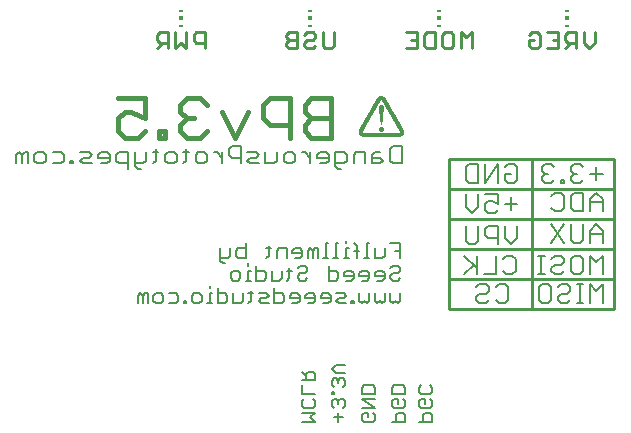
<source format=gbo>
G75*
G70*
%OFA0B0*%
%FSLAX24Y24*%
%IPPOS*%
%LPD*%
%AMOC8*
5,1,8,0,0,1.08239X$1,22.5*
%
%ADD10C,0.0080*%
%ADD11C,0.0060*%
%ADD12C,0.0180*%
%ADD13C,0.0110*%
%ADD14C,0.0070*%
%ADD15C,0.0100*%
%ADD16R,0.0118X0.0059*%
%ADD17R,0.0118X0.0118*%
%ADD18R,0.0006X0.0006*%
%ADD19R,0.0006X0.0006*%
%ADD20R,0.0006X0.0006*%
%ADD21R,0.0006X0.0006*%
D10*
X017934Y011261D02*
X018037Y011158D01*
X018244Y011158D01*
X018347Y011261D01*
X018244Y011468D02*
X018037Y011468D01*
X017934Y011365D01*
X017934Y011261D01*
X018244Y011468D02*
X018347Y011571D01*
X018347Y011675D01*
X018244Y011778D01*
X018037Y011778D01*
X017934Y011675D01*
X018578Y011675D02*
X018682Y011778D01*
X018889Y011778D01*
X018992Y011675D01*
X018992Y011261D01*
X018889Y011158D01*
X018682Y011158D01*
X018578Y011261D01*
X018597Y012108D02*
X018184Y012108D01*
X017953Y012108D02*
X017953Y012728D01*
X017900Y013108D02*
X017693Y013108D01*
X017589Y013211D01*
X017589Y013728D01*
X018003Y013728D02*
X018003Y013211D01*
X017900Y013108D01*
X017539Y012728D02*
X017953Y012315D01*
X017850Y012418D02*
X017539Y012108D01*
X018597Y012108D02*
X018597Y012728D01*
X018828Y012625D02*
X018932Y012728D01*
X019139Y012728D01*
X019242Y012625D01*
X019242Y012211D01*
X019139Y012108D01*
X018932Y012108D01*
X018828Y012211D01*
X018647Y013108D02*
X018647Y013728D01*
X018337Y013728D01*
X018234Y013625D01*
X018234Y013418D01*
X018337Y013315D01*
X018647Y013315D01*
X018878Y013315D02*
X019085Y013108D01*
X019292Y013315D01*
X019292Y013728D01*
X018878Y013728D02*
X018878Y013315D01*
X020002Y012728D02*
X020208Y012728D01*
X020105Y012728D02*
X020105Y012108D01*
X020208Y012108D02*
X020002Y012108D01*
X020113Y011778D02*
X020010Y011675D01*
X020010Y011261D01*
X020113Y011158D01*
X020320Y011158D01*
X020423Y011261D01*
X020423Y011675D01*
X020320Y011778D01*
X020113Y011778D01*
X020543Y012108D02*
X020750Y012108D01*
X020853Y012211D01*
X021084Y012211D02*
X021084Y012625D01*
X021187Y012728D01*
X021394Y012728D01*
X021497Y012625D01*
X021497Y012211D01*
X021394Y012108D01*
X021187Y012108D01*
X021084Y012211D01*
X020853Y012521D02*
X020750Y012418D01*
X020543Y012418D01*
X020439Y012315D01*
X020439Y012211D01*
X020543Y012108D01*
X020758Y011778D02*
X020964Y011778D01*
X021068Y011675D01*
X021068Y011571D01*
X020964Y011468D01*
X020758Y011468D01*
X020654Y011365D01*
X020654Y011261D01*
X020758Y011158D01*
X020964Y011158D01*
X021068Y011261D01*
X021291Y011158D02*
X021497Y011158D01*
X021394Y011158D02*
X021394Y011778D01*
X021497Y011778D02*
X021291Y011778D01*
X021728Y011778D02*
X021935Y011571D01*
X022142Y011778D01*
X022142Y011158D01*
X021728Y011158D02*
X021728Y011778D01*
X021728Y012108D02*
X021728Y012728D01*
X021935Y012521D01*
X022142Y012728D01*
X022142Y012108D01*
X020853Y012521D02*
X020853Y012625D01*
X020750Y012728D01*
X020543Y012728D01*
X020439Y012625D01*
X020439Y013158D02*
X020853Y013778D01*
X021084Y013778D02*
X021084Y013261D01*
X021187Y013158D01*
X021394Y013158D01*
X021497Y013261D01*
X021497Y013778D01*
X021728Y013571D02*
X021728Y013158D01*
X021728Y013468D02*
X022142Y013468D01*
X022142Y013571D02*
X021935Y013778D01*
X021728Y013571D01*
X022142Y013571D02*
X022142Y013158D01*
X020853Y013158D02*
X020439Y013778D01*
X020543Y014208D02*
X020439Y014311D01*
X020543Y014208D02*
X020750Y014208D01*
X020853Y014311D01*
X020853Y014725D01*
X020750Y014828D01*
X020543Y014828D01*
X020439Y014725D01*
X021084Y014725D02*
X021084Y014311D01*
X021187Y014208D01*
X021497Y014208D01*
X021497Y014828D01*
X021187Y014828D01*
X021084Y014725D01*
X021187Y015158D02*
X021394Y015158D01*
X021497Y015261D01*
X021291Y015468D02*
X021187Y015468D01*
X021084Y015365D01*
X021084Y015261D01*
X021187Y015158D01*
X021187Y015468D02*
X021084Y015571D01*
X021084Y015675D01*
X021187Y015778D01*
X021394Y015778D01*
X021497Y015675D01*
X021728Y015468D02*
X022142Y015468D01*
X021935Y015675D02*
X021935Y015261D01*
X021935Y014828D02*
X021728Y014621D01*
X021728Y014208D01*
X021728Y014518D02*
X022142Y014518D01*
X022142Y014621D02*
X022142Y014208D01*
X022142Y014621D02*
X021935Y014828D01*
X020853Y015158D02*
X020853Y015261D01*
X020750Y015261D01*
X020750Y015158D01*
X020853Y015158D01*
X020531Y015261D02*
X020427Y015158D01*
X020220Y015158D01*
X020117Y015261D01*
X020117Y015365D01*
X020220Y015468D01*
X020324Y015468D01*
X020220Y015468D02*
X020117Y015571D01*
X020117Y015675D01*
X020220Y015778D01*
X020427Y015778D01*
X020531Y015675D01*
X019292Y015675D02*
X019292Y015261D01*
X019189Y015158D01*
X018982Y015158D01*
X018878Y015261D01*
X018878Y015468D01*
X019085Y015468D01*
X018878Y015675D02*
X018982Y015778D01*
X019189Y015778D01*
X019292Y015675D01*
X018647Y015778D02*
X018647Y015158D01*
X018234Y015158D02*
X018234Y015778D01*
X018003Y015778D02*
X017693Y015778D01*
X017589Y015675D01*
X017589Y015261D01*
X017693Y015158D01*
X018003Y015158D01*
X018003Y015778D01*
X018647Y015778D02*
X018234Y015158D01*
X018234Y014778D02*
X018647Y014778D01*
X018647Y014468D01*
X018441Y014571D01*
X018337Y014571D01*
X018234Y014468D01*
X018234Y014261D01*
X018337Y014158D01*
X018544Y014158D01*
X018647Y014261D01*
X018878Y014468D02*
X019292Y014468D01*
X019085Y014675D02*
X019085Y014261D01*
X018003Y014365D02*
X018003Y014778D01*
X018003Y014365D02*
X017796Y014158D01*
X017589Y014365D01*
X017589Y014778D01*
X015442Y015808D02*
X015152Y015808D01*
X015055Y015904D01*
X015055Y016291D01*
X015152Y016388D01*
X015442Y016388D01*
X015442Y015808D01*
X014834Y015904D02*
X014738Y016001D01*
X014447Y016001D01*
X014447Y016098D02*
X014447Y015808D01*
X014738Y015808D01*
X014834Y015904D01*
X014544Y016195D02*
X014447Y016098D01*
X014544Y016195D02*
X014738Y016195D01*
X014227Y016195D02*
X014227Y015808D01*
X013840Y015808D02*
X013840Y016098D01*
X013936Y016195D01*
X014227Y016195D01*
X013619Y016098D02*
X013619Y015904D01*
X013522Y015808D01*
X013232Y015808D01*
X013232Y015711D02*
X013232Y016195D01*
X013522Y016195D01*
X013619Y016098D01*
X013425Y015614D02*
X013329Y015614D01*
X013232Y015711D01*
X013011Y015904D02*
X013011Y016098D01*
X012914Y016195D01*
X012721Y016195D01*
X012624Y016098D01*
X012624Y016001D01*
X013011Y016001D01*
X013011Y015904D02*
X012914Y015808D01*
X012721Y015808D01*
X012403Y015808D02*
X012403Y016195D01*
X012210Y016195D02*
X012403Y016001D01*
X012210Y016195D02*
X012113Y016195D01*
X011897Y016098D02*
X011897Y015904D01*
X011800Y015808D01*
X011607Y015808D01*
X011510Y015904D01*
X011510Y016098D01*
X011607Y016195D01*
X011800Y016195D01*
X011897Y016098D01*
X011289Y016195D02*
X011289Y015904D01*
X011193Y015808D01*
X010902Y015808D01*
X010902Y016195D01*
X010682Y016098D02*
X010585Y016001D01*
X010391Y016001D01*
X010295Y015904D01*
X010391Y015808D01*
X010682Y015808D01*
X010682Y016098D02*
X010585Y016195D01*
X010295Y016195D01*
X010074Y016388D02*
X009784Y016388D01*
X009687Y016291D01*
X009687Y016098D01*
X009784Y016001D01*
X010074Y016001D01*
X010074Y015808D02*
X010074Y016388D01*
X009466Y016195D02*
X009466Y015808D01*
X009466Y016001D02*
X009273Y016195D01*
X009176Y016195D01*
X008960Y016098D02*
X008960Y015904D01*
X008863Y015808D01*
X008669Y015808D01*
X008573Y015904D01*
X008573Y016098D01*
X008669Y016195D01*
X008863Y016195D01*
X008960Y016098D01*
X008352Y016195D02*
X008159Y016195D01*
X008255Y016291D02*
X008255Y015904D01*
X008159Y015808D01*
X007947Y015904D02*
X007947Y016098D01*
X007850Y016195D01*
X007657Y016195D01*
X007560Y016098D01*
X007560Y015904D01*
X007657Y015808D01*
X007850Y015808D01*
X007947Y015904D01*
X007339Y016195D02*
X007146Y016195D01*
X007242Y016291D02*
X007242Y015904D01*
X007146Y015808D01*
X006934Y015904D02*
X006837Y015808D01*
X006547Y015808D01*
X006547Y015711D02*
X006644Y015614D01*
X006741Y015614D01*
X006547Y015711D02*
X006547Y016195D01*
X006326Y016195D02*
X006036Y016195D01*
X005939Y016098D01*
X005939Y015904D01*
X006036Y015808D01*
X006326Y015808D01*
X006326Y015614D02*
X006326Y016195D01*
X005719Y016098D02*
X005622Y016195D01*
X005428Y016195D01*
X005332Y016098D01*
X005332Y016001D01*
X005719Y016001D01*
X005719Y015904D02*
X005719Y016098D01*
X005719Y015904D02*
X005622Y015808D01*
X005428Y015808D01*
X005111Y015808D02*
X004821Y015808D01*
X004724Y015904D01*
X004821Y016001D01*
X005014Y016001D01*
X005111Y016098D01*
X005014Y016195D01*
X004724Y016195D01*
X004199Y016098D02*
X004199Y015904D01*
X004103Y015808D01*
X003812Y015808D01*
X003592Y015904D02*
X003592Y016098D01*
X003495Y016195D01*
X003301Y016195D01*
X003205Y016098D01*
X003205Y015904D01*
X003301Y015808D01*
X003495Y015808D01*
X003592Y015904D01*
X002984Y015808D02*
X002984Y016195D01*
X002887Y016195D01*
X002790Y016098D01*
X002694Y016195D01*
X002597Y016098D01*
X002597Y015808D01*
X002790Y015808D02*
X002790Y016098D01*
X003812Y016195D02*
X004103Y016195D01*
X004199Y016098D01*
X004406Y015904D02*
X004406Y015808D01*
X004503Y015808D01*
X004503Y015904D01*
X004406Y015904D01*
X006934Y015904D02*
X006934Y016195D01*
X020654Y011675D02*
X020758Y011778D01*
D11*
X012552Y007198D02*
X012112Y007198D01*
X012112Y007491D02*
X012552Y007491D01*
X012406Y007344D01*
X012552Y007198D01*
X012479Y007658D02*
X012185Y007658D01*
X012112Y007731D01*
X012112Y007878D01*
X012185Y007952D01*
X012112Y008118D02*
X012112Y008412D01*
X012112Y008579D02*
X012552Y008579D01*
X012552Y008799D01*
X012479Y008872D01*
X012332Y008872D01*
X012259Y008799D01*
X012259Y008579D01*
X012259Y008726D02*
X012112Y008872D01*
X012112Y008118D02*
X012552Y008118D01*
X012479Y007952D02*
X012552Y007878D01*
X012552Y007731D01*
X012479Y007658D01*
X013112Y007731D02*
X013185Y007658D01*
X013112Y007731D02*
X013112Y007878D01*
X013185Y007952D01*
X013259Y007952D01*
X013332Y007878D01*
X013332Y007805D01*
X013332Y007878D02*
X013406Y007952D01*
X013479Y007952D01*
X013552Y007878D01*
X013552Y007731D01*
X013479Y007658D01*
X013332Y007491D02*
X013332Y007198D01*
X013479Y007344D02*
X013185Y007344D01*
X014112Y007271D02*
X014112Y007418D01*
X014185Y007491D01*
X014332Y007491D01*
X014332Y007344D01*
X014185Y007198D02*
X014112Y007271D01*
X014185Y007198D02*
X014479Y007198D01*
X014552Y007271D01*
X014552Y007418D01*
X014479Y007491D01*
X014552Y007658D02*
X014112Y007658D01*
X014112Y007952D02*
X014552Y007952D01*
X014552Y008118D02*
X014112Y008118D01*
X014112Y008339D01*
X014185Y008412D01*
X014479Y008412D01*
X014552Y008339D01*
X014552Y008118D01*
X014552Y007658D02*
X014112Y007952D01*
X013552Y008422D02*
X013552Y008569D01*
X013479Y008642D01*
X013406Y008642D01*
X013332Y008569D01*
X013259Y008642D01*
X013185Y008642D01*
X013112Y008569D01*
X013112Y008422D01*
X013185Y008349D01*
X013185Y008192D02*
X013112Y008192D01*
X013112Y008118D01*
X013185Y008118D01*
X013185Y008192D01*
X013479Y008349D02*
X013552Y008422D01*
X013332Y008495D02*
X013332Y008569D01*
X013259Y008809D02*
X013112Y008956D01*
X013259Y009103D01*
X013552Y009103D01*
X013552Y008809D02*
X013259Y008809D01*
X015112Y008339D02*
X015112Y008118D01*
X015552Y008118D01*
X015552Y008339D01*
X015479Y008412D01*
X015185Y008412D01*
X015112Y008339D01*
X015185Y007952D02*
X015332Y007952D01*
X015332Y007805D01*
X015185Y007952D02*
X015112Y007878D01*
X015112Y007731D01*
X015185Y007658D01*
X015479Y007658D01*
X015552Y007731D01*
X015552Y007878D01*
X015479Y007952D01*
X015479Y007491D02*
X015332Y007491D01*
X015259Y007418D01*
X015259Y007198D01*
X015112Y007198D02*
X015552Y007198D01*
X015552Y007418D01*
X015479Y007491D01*
X016012Y007731D02*
X016012Y007878D01*
X016085Y007952D01*
X016232Y007952D01*
X016232Y007805D01*
X016085Y007658D02*
X016012Y007731D01*
X016085Y007658D02*
X016379Y007658D01*
X016452Y007731D01*
X016452Y007878D01*
X016379Y007952D01*
X016379Y008118D02*
X016085Y008118D01*
X016012Y008192D01*
X016012Y008339D01*
X016085Y008412D01*
X016379Y008412D02*
X016452Y008339D01*
X016452Y008192D01*
X016379Y008118D01*
X016379Y007491D02*
X016232Y007491D01*
X016159Y007418D01*
X016159Y007198D01*
X016012Y007198D02*
X016452Y007198D01*
X016452Y007418D01*
X016379Y007491D01*
D12*
X013092Y016658D02*
X012431Y016658D01*
X012211Y016878D01*
X012211Y017098D01*
X012431Y017318D01*
X013092Y017318D01*
X013092Y016658D02*
X013092Y017979D01*
X012431Y017979D01*
X012211Y017759D01*
X012211Y017538D01*
X012431Y017318D01*
X011711Y017098D02*
X011050Y017098D01*
X010830Y017318D01*
X010830Y017759D01*
X011050Y017979D01*
X011711Y017979D01*
X011711Y016658D01*
X010330Y017538D02*
X009889Y016658D01*
X009449Y017538D01*
X008949Y017759D02*
X008728Y017979D01*
X008288Y017979D01*
X008068Y017759D01*
X008068Y017538D01*
X008288Y017318D01*
X008068Y017098D01*
X008068Y016878D01*
X008288Y016658D01*
X008728Y016658D01*
X008949Y016878D01*
X008508Y017318D02*
X008288Y017318D01*
X007567Y016878D02*
X007347Y016878D01*
X007347Y016658D01*
X007567Y016658D01*
X007567Y016878D01*
X006877Y016878D02*
X006657Y016658D01*
X006216Y016658D01*
X005996Y016878D01*
X005996Y017318D01*
X006216Y017538D01*
X006436Y017538D01*
X006877Y017318D01*
X006877Y017979D01*
X005996Y017979D01*
D13*
X007295Y019649D02*
X007478Y019832D01*
X007386Y019832D02*
X007662Y019832D01*
X007662Y019649D02*
X007662Y020199D01*
X007386Y020199D01*
X007295Y020107D01*
X007295Y019924D01*
X007386Y019832D01*
X007902Y019649D02*
X007902Y020199D01*
X008269Y020199D02*
X008269Y019649D01*
X008086Y019832D01*
X007902Y019649D01*
X008510Y019924D02*
X008602Y019832D01*
X008877Y019832D01*
X008877Y019649D02*
X008877Y020199D01*
X008602Y020199D01*
X008510Y020107D01*
X008510Y019924D01*
X011595Y019832D02*
X011595Y019740D01*
X011686Y019649D01*
X011962Y019649D01*
X011962Y020199D01*
X011686Y020199D01*
X011595Y020107D01*
X011595Y020016D01*
X011686Y019924D01*
X011962Y019924D01*
X012202Y019832D02*
X012202Y019740D01*
X012294Y019649D01*
X012478Y019649D01*
X012569Y019740D01*
X012478Y019924D02*
X012294Y019924D01*
X012202Y019832D01*
X012202Y020107D02*
X012294Y020199D01*
X012478Y020199D01*
X012569Y020107D01*
X012569Y020016D01*
X012478Y019924D01*
X012810Y019740D02*
X012902Y019649D01*
X013085Y019649D01*
X013177Y019740D01*
X013177Y020199D01*
X012810Y020199D02*
X012810Y019740D01*
X011686Y019924D02*
X011595Y019832D01*
X015587Y019649D02*
X015954Y019649D01*
X015954Y020199D01*
X015587Y020199D01*
X016195Y020107D02*
X016286Y020199D01*
X016562Y020199D01*
X016562Y019649D01*
X016286Y019649D01*
X016195Y019740D01*
X016195Y020107D01*
X015954Y019924D02*
X015770Y019924D01*
X016802Y019740D02*
X016802Y020107D01*
X016894Y020199D01*
X017078Y020199D01*
X017169Y020107D01*
X017169Y019740D01*
X017078Y019649D01*
X016894Y019649D01*
X016802Y019740D01*
X017410Y019649D02*
X017410Y020199D01*
X017594Y020016D01*
X017777Y020199D01*
X017777Y019649D01*
X019687Y019740D02*
X019779Y019649D01*
X019962Y019649D01*
X020054Y019740D01*
X020054Y020107D01*
X019962Y020199D01*
X019779Y020199D01*
X019687Y020107D01*
X019687Y019924D02*
X019870Y019924D01*
X019687Y019924D02*
X019687Y019740D01*
X020295Y019649D02*
X020662Y019649D01*
X020662Y020199D01*
X020295Y020199D01*
X020478Y019924D02*
X020662Y019924D01*
X020902Y019924D02*
X020902Y020107D01*
X020994Y020199D01*
X021269Y020199D01*
X021269Y019649D01*
X021269Y019832D02*
X020994Y019832D01*
X020902Y019924D01*
X021086Y019832D02*
X020902Y019649D01*
X021510Y019832D02*
X021510Y020199D01*
X021877Y020199D02*
X021877Y019832D01*
X021694Y019649D01*
X021510Y019832D01*
D14*
X015397Y013143D02*
X015070Y013143D01*
X014881Y012980D02*
X014881Y012734D01*
X014800Y012653D01*
X014554Y012653D01*
X014554Y012980D01*
X014366Y013143D02*
X014284Y013143D01*
X014284Y012653D01*
X014366Y012653D02*
X014202Y012653D01*
X013940Y012653D02*
X013940Y013061D01*
X013859Y013143D01*
X013678Y012980D02*
X013596Y012980D01*
X013596Y012653D01*
X013515Y012653D02*
X013678Y012653D01*
X013859Y012898D02*
X014022Y012898D01*
X013596Y013143D02*
X013596Y013225D01*
X013334Y013143D02*
X013253Y013143D01*
X013253Y012653D01*
X013334Y012653D02*
X013171Y012653D01*
X012991Y012653D02*
X012827Y012653D01*
X012909Y012653D02*
X012909Y013143D01*
X012991Y013143D01*
X012647Y012980D02*
X012565Y012980D01*
X012484Y012898D01*
X012402Y012980D01*
X012320Y012898D01*
X012320Y012653D01*
X012484Y012653D02*
X012484Y012898D01*
X012647Y012980D02*
X012647Y012653D01*
X013008Y012393D02*
X013008Y011903D01*
X013253Y011903D01*
X013334Y011984D01*
X013334Y012148D01*
X013253Y012230D01*
X013008Y012230D01*
X012303Y012230D02*
X012221Y012148D01*
X012058Y012148D01*
X011976Y012066D01*
X011976Y011984D01*
X012058Y011903D01*
X012221Y011903D01*
X012303Y011984D01*
X012303Y012230D02*
X012303Y012311D01*
X012221Y012393D01*
X012058Y012393D01*
X011976Y012311D01*
X011788Y012230D02*
X011624Y012230D01*
X011706Y012311D02*
X011706Y011984D01*
X011624Y011903D01*
X011444Y011984D02*
X011362Y011903D01*
X011117Y011903D01*
X011117Y012230D01*
X010928Y012148D02*
X010846Y012230D01*
X010601Y012230D01*
X010601Y012393D02*
X010601Y011903D01*
X010846Y011903D01*
X010928Y011984D01*
X010928Y012148D01*
X010413Y012230D02*
X010331Y012230D01*
X010331Y011903D01*
X010413Y011903D02*
X010249Y011903D01*
X010069Y011984D02*
X009987Y011903D01*
X009824Y011903D01*
X009742Y011984D01*
X009742Y012148D01*
X009824Y012230D01*
X009987Y012230D01*
X010069Y012148D01*
X010069Y011984D01*
X010331Y012393D02*
X010331Y012475D01*
X010241Y012653D02*
X009996Y012653D01*
X009914Y012734D01*
X009914Y012898D01*
X009996Y012980D01*
X010241Y012980D01*
X010241Y013143D02*
X010241Y012653D01*
X010937Y012653D02*
X011018Y012734D01*
X011018Y013061D01*
X010937Y012980D02*
X011100Y012980D01*
X011289Y012898D02*
X011371Y012980D01*
X011616Y012980D01*
X011616Y012653D01*
X011804Y012816D02*
X012131Y012816D01*
X012131Y012734D02*
X012131Y012898D01*
X012050Y012980D01*
X011886Y012980D01*
X011804Y012898D01*
X011804Y012816D01*
X011886Y012653D02*
X012050Y012653D01*
X012131Y012734D01*
X011289Y012653D02*
X011289Y012898D01*
X011444Y012230D02*
X011444Y011984D01*
X011203Y011643D02*
X011203Y011153D01*
X011448Y011153D01*
X011530Y011234D01*
X011530Y011398D01*
X011448Y011480D01*
X011203Y011480D01*
X011014Y011398D02*
X010932Y011480D01*
X010687Y011480D01*
X010769Y011316D02*
X010932Y011316D01*
X011014Y011398D01*
X011014Y011153D02*
X010769Y011153D01*
X010687Y011234D01*
X010769Y011316D01*
X010499Y011480D02*
X010335Y011480D01*
X010417Y011561D02*
X010417Y011234D01*
X010335Y011153D01*
X010155Y011234D02*
X010155Y011480D01*
X010155Y011234D02*
X010073Y011153D01*
X009828Y011153D01*
X009828Y011480D01*
X009639Y011398D02*
X009639Y011234D01*
X009557Y011153D01*
X009312Y011153D01*
X009312Y011643D01*
X009312Y011480D02*
X009557Y011480D01*
X009639Y011398D01*
X009124Y011480D02*
X009042Y011480D01*
X009042Y011153D01*
X009124Y011153D02*
X008960Y011153D01*
X008780Y011234D02*
X008698Y011153D01*
X008535Y011153D01*
X008453Y011234D01*
X008453Y011398D01*
X008535Y011480D01*
X008698Y011480D01*
X008780Y011398D01*
X008780Y011234D01*
X008264Y011234D02*
X008182Y011234D01*
X008182Y011153D01*
X008264Y011153D01*
X008264Y011234D01*
X008006Y011234D02*
X008006Y011398D01*
X007925Y011480D01*
X007679Y011480D01*
X007491Y011398D02*
X007491Y011234D01*
X007409Y011153D01*
X007246Y011153D01*
X007164Y011234D01*
X007164Y011398D01*
X007246Y011480D01*
X007409Y011480D01*
X007491Y011398D01*
X007679Y011153D02*
X007925Y011153D01*
X008006Y011234D01*
X006975Y011153D02*
X006975Y011480D01*
X006893Y011480D01*
X006812Y011398D01*
X006730Y011480D01*
X006648Y011398D01*
X006648Y011153D01*
X006812Y011153D02*
X006812Y011398D01*
X009042Y011643D02*
X009042Y011725D01*
X009480Y012489D02*
X009562Y012489D01*
X009480Y012489D02*
X009398Y012571D01*
X009398Y012980D01*
X009725Y012980D02*
X009725Y012734D01*
X009643Y012653D01*
X009398Y012653D01*
X011718Y011398D02*
X011718Y011316D01*
X012045Y011316D01*
X012045Y011234D02*
X012045Y011398D01*
X011964Y011480D01*
X011800Y011480D01*
X011718Y011398D01*
X011800Y011153D02*
X011964Y011153D01*
X012045Y011234D01*
X012234Y011316D02*
X012561Y011316D01*
X012561Y011234D02*
X012561Y011398D01*
X012479Y011480D01*
X012316Y011480D01*
X012234Y011398D01*
X012234Y011316D01*
X012316Y011153D02*
X012479Y011153D01*
X012561Y011234D01*
X012750Y011316D02*
X013077Y011316D01*
X013077Y011234D02*
X013077Y011398D01*
X012995Y011480D01*
X012831Y011480D01*
X012750Y011398D01*
X012750Y011316D01*
X012831Y011153D02*
X012995Y011153D01*
X013077Y011234D01*
X013265Y011234D02*
X013347Y011316D01*
X013511Y011316D01*
X013592Y011398D01*
X013511Y011480D01*
X013265Y011480D01*
X013265Y011234D02*
X013347Y011153D01*
X013592Y011153D01*
X013768Y011153D02*
X013850Y011153D01*
X013850Y011234D01*
X013768Y011234D01*
X013768Y011153D01*
X014039Y011234D02*
X014039Y011480D01*
X014039Y011234D02*
X014121Y011153D01*
X014202Y011234D01*
X014284Y011153D01*
X014366Y011234D01*
X014366Y011480D01*
X014554Y011480D02*
X014554Y011234D01*
X014636Y011153D01*
X014718Y011234D01*
X014800Y011153D01*
X014881Y011234D01*
X014881Y011480D01*
X015070Y011480D02*
X015070Y011234D01*
X015152Y011153D01*
X015234Y011234D01*
X015315Y011153D01*
X015397Y011234D01*
X015397Y011480D01*
X015315Y011903D02*
X015397Y011984D01*
X015315Y011903D02*
X015152Y011903D01*
X015070Y011984D01*
X015070Y012066D01*
X015152Y012148D01*
X015315Y012148D01*
X015397Y012230D01*
X015397Y012311D01*
X015315Y012393D01*
X015152Y012393D01*
X015070Y012311D01*
X014881Y012148D02*
X014800Y012230D01*
X014636Y012230D01*
X014554Y012148D01*
X014554Y012066D01*
X014881Y012066D01*
X014881Y011984D02*
X014881Y012148D01*
X014881Y011984D02*
X014800Y011903D01*
X014636Y011903D01*
X014366Y011984D02*
X014284Y011903D01*
X014121Y011903D01*
X014039Y012066D02*
X014366Y012066D01*
X014366Y011984D02*
X014366Y012148D01*
X014284Y012230D01*
X014121Y012230D01*
X014039Y012148D01*
X014039Y012066D01*
X013850Y012066D02*
X013523Y012066D01*
X013523Y012148D01*
X013605Y012230D01*
X013768Y012230D01*
X013850Y012148D01*
X013850Y011984D01*
X013768Y011903D01*
X013605Y011903D01*
X015234Y012898D02*
X015397Y012898D01*
X015397Y012653D02*
X015397Y013143D01*
D15*
X017032Y012968D02*
X022532Y012968D01*
X022532Y013968D01*
X017032Y013968D01*
X017032Y012968D01*
X017032Y011968D01*
X022532Y011968D01*
X022532Y012968D01*
X022532Y013968D02*
X022532Y014968D01*
X017032Y014968D01*
X017032Y013968D01*
X017032Y014968D02*
X017032Y015968D01*
X019782Y015968D01*
X019782Y010968D01*
X022532Y010968D01*
X022532Y011968D01*
X019782Y010968D02*
X017032Y010968D01*
X017032Y011968D01*
X022532Y014968D02*
X022532Y015968D01*
X019782Y015968D01*
D16*
X020941Y020407D03*
X020941Y020880D03*
X016691Y020880D03*
X016691Y020407D03*
X012391Y020407D03*
X012391Y020880D03*
X008091Y020880D03*
X008091Y020407D03*
D17*
X008091Y020644D03*
X012391Y020644D03*
X016691Y020644D03*
X020941Y020644D03*
D18*
X015241Y017381D03*
X015241Y017369D03*
X015241Y017357D03*
X015241Y017351D03*
X015253Y017351D03*
X015253Y017357D03*
X015253Y017339D03*
X015241Y017339D03*
X015241Y017327D03*
X015241Y017321D03*
X015253Y017321D03*
X015253Y017327D03*
X015253Y017309D03*
X015241Y017309D03*
X015241Y017297D03*
X015241Y017291D03*
X015253Y017291D03*
X015253Y017297D03*
X015271Y017297D03*
X015271Y017291D03*
X015283Y017291D03*
X015283Y017297D03*
X015271Y017309D03*
X015271Y017321D03*
X015271Y017279D03*
X015283Y017279D03*
X015283Y017267D03*
X015283Y017261D03*
X015271Y017261D03*
X015271Y017267D03*
X015253Y017267D03*
X015253Y017261D03*
X015241Y017261D03*
X015241Y017267D03*
X015241Y017279D03*
X015253Y017279D03*
X015223Y017279D03*
X015223Y017291D03*
X015223Y017297D03*
X015223Y017309D03*
X015223Y017321D03*
X015223Y017327D03*
X015223Y017339D03*
X015223Y017351D03*
X015223Y017357D03*
X015223Y017369D03*
X015223Y017381D03*
X015223Y017387D03*
X015223Y017399D03*
X015211Y017399D03*
X015211Y017411D03*
X015211Y017417D03*
X015193Y017417D03*
X015193Y017411D03*
X015181Y017411D03*
X015181Y017417D03*
X015181Y017429D03*
X015181Y017441D03*
X015181Y017447D03*
X015181Y017459D03*
X015181Y017471D03*
X015181Y017477D03*
X015163Y017477D03*
X015163Y017471D03*
X015151Y017471D03*
X015151Y017477D03*
X015151Y017489D03*
X015151Y017501D03*
X015151Y017507D03*
X015151Y017519D03*
X015151Y017531D03*
X015133Y017531D03*
X015133Y017537D03*
X015133Y017549D03*
X015133Y017561D03*
X015121Y017561D03*
X015121Y017567D03*
X015121Y017579D03*
X015103Y017579D03*
X015103Y017591D03*
X015103Y017597D03*
X015103Y017609D03*
X015091Y017609D03*
X015091Y017621D03*
X015091Y017627D03*
X015073Y017627D03*
X015073Y017621D03*
X015061Y017621D03*
X015061Y017627D03*
X015061Y017639D03*
X015061Y017651D03*
X015061Y017657D03*
X015061Y017669D03*
X015061Y017681D03*
X015061Y017687D03*
X015043Y017687D03*
X015043Y017681D03*
X015031Y017681D03*
X015031Y017687D03*
X015031Y017699D03*
X015031Y017711D03*
X015031Y017717D03*
X015031Y017729D03*
X015031Y017741D03*
X015013Y017741D03*
X015013Y017747D03*
X015013Y017759D03*
X015013Y017771D03*
X015001Y017771D03*
X015001Y017777D03*
X015001Y017789D03*
X014983Y017789D03*
X014983Y017801D03*
X014983Y017807D03*
X014983Y017819D03*
X014971Y017819D03*
X014971Y017831D03*
X014971Y017837D03*
X014953Y017837D03*
X014953Y017831D03*
X014941Y017831D03*
X014941Y017837D03*
X014941Y017849D03*
X014941Y017861D03*
X014941Y017867D03*
X014941Y017879D03*
X014941Y017891D03*
X014941Y017897D03*
X014923Y017897D03*
X014923Y017891D03*
X014911Y017891D03*
X014911Y017897D03*
X014911Y017909D03*
X014911Y017921D03*
X014911Y017927D03*
X014911Y017939D03*
X014893Y017939D03*
X014893Y017951D03*
X014893Y017957D03*
X014893Y017969D03*
X014881Y017969D03*
X014881Y017981D03*
X014863Y017981D03*
X014863Y017987D03*
X014851Y017987D03*
X014851Y017981D03*
X014851Y017969D03*
X014863Y017969D03*
X014863Y017957D03*
X014863Y017951D03*
X014851Y017951D03*
X014851Y017957D03*
X014833Y017957D03*
X014833Y017951D03*
X014821Y017951D03*
X014821Y017957D03*
X014821Y017969D03*
X014821Y017981D03*
X014821Y017987D03*
X014821Y017999D03*
X014821Y018011D03*
X014821Y018017D03*
X014833Y018011D03*
X014833Y017999D03*
X014833Y017987D03*
X014833Y017981D03*
X014833Y017969D03*
X014803Y017969D03*
X014803Y017981D03*
X014803Y017987D03*
X014803Y017999D03*
X014803Y018011D03*
X014803Y018017D03*
X014791Y018017D03*
X014791Y018011D03*
X014791Y017999D03*
X014791Y017987D03*
X014791Y017981D03*
X014791Y017969D03*
X014791Y017957D03*
X014791Y017951D03*
X014803Y017951D03*
X014803Y017957D03*
X014803Y017939D03*
X014791Y017939D03*
X014791Y017927D03*
X014791Y017921D03*
X014803Y017921D03*
X014803Y017927D03*
X014821Y017927D03*
X014821Y017921D03*
X014833Y017921D03*
X014833Y017927D03*
X014833Y017939D03*
X014821Y017939D03*
X014851Y017939D03*
X014863Y017939D03*
X014863Y017927D03*
X014863Y017921D03*
X014851Y017921D03*
X014851Y017927D03*
X014851Y017909D03*
X014863Y017909D03*
X014863Y017897D03*
X014863Y017891D03*
X014851Y017891D03*
X014851Y017897D03*
X014833Y017897D03*
X014833Y017891D03*
X014833Y017879D03*
X014851Y017879D03*
X014863Y017879D03*
X014863Y017867D03*
X014863Y017861D03*
X014851Y017861D03*
X014851Y017867D03*
X014851Y017849D03*
X014863Y017849D03*
X014863Y017837D03*
X014863Y017831D03*
X014881Y017831D03*
X014881Y017837D03*
X014881Y017849D03*
X014881Y017861D03*
X014881Y017867D03*
X014881Y017879D03*
X014881Y017891D03*
X014881Y017897D03*
X014881Y017909D03*
X014881Y017921D03*
X014881Y017927D03*
X014881Y017939D03*
X014881Y017951D03*
X014881Y017957D03*
X014893Y017927D03*
X014893Y017921D03*
X014893Y017909D03*
X014893Y017897D03*
X014893Y017891D03*
X014893Y017879D03*
X014893Y017867D03*
X014893Y017861D03*
X014893Y017849D03*
X014893Y017837D03*
X014893Y017831D03*
X014893Y017819D03*
X014881Y017819D03*
X014881Y017807D03*
X014881Y017801D03*
X014893Y017801D03*
X014893Y017807D03*
X014911Y017807D03*
X014911Y017801D03*
X014923Y017801D03*
X014923Y017807D03*
X014923Y017819D03*
X014923Y017831D03*
X014923Y017837D03*
X014923Y017849D03*
X014923Y017861D03*
X014923Y017867D03*
X014923Y017879D03*
X014911Y017879D03*
X014911Y017867D03*
X014911Y017861D03*
X014911Y017849D03*
X014911Y017837D03*
X014911Y017831D03*
X014911Y017819D03*
X014941Y017819D03*
X014953Y017819D03*
X014953Y017807D03*
X014953Y017801D03*
X014941Y017801D03*
X014941Y017807D03*
X014941Y017789D03*
X014953Y017789D03*
X014953Y017777D03*
X014953Y017771D03*
X014941Y017771D03*
X014941Y017777D03*
X014923Y017777D03*
X014923Y017771D03*
X014911Y017771D03*
X014911Y017777D03*
X014911Y017789D03*
X014923Y017789D03*
X014893Y017789D03*
X014881Y017789D03*
X014893Y017777D03*
X014893Y017771D03*
X014911Y017759D03*
X014923Y017759D03*
X014923Y017747D03*
X014923Y017741D03*
X014911Y017741D03*
X014911Y017747D03*
X014923Y017729D03*
X014923Y017717D03*
X014941Y017717D03*
X014941Y017711D03*
X014953Y017711D03*
X014953Y017717D03*
X014953Y017729D03*
X014953Y017741D03*
X014953Y017747D03*
X014953Y017759D03*
X014941Y017759D03*
X014941Y017747D03*
X014941Y017741D03*
X014941Y017729D03*
X014971Y017729D03*
X014971Y017741D03*
X014971Y017747D03*
X014971Y017759D03*
X014971Y017771D03*
X014971Y017777D03*
X014971Y017789D03*
X014971Y017801D03*
X014971Y017807D03*
X014983Y017777D03*
X014983Y017771D03*
X014983Y017759D03*
X014983Y017747D03*
X014983Y017741D03*
X014983Y017729D03*
X014983Y017717D03*
X014983Y017711D03*
X014971Y017711D03*
X014971Y017717D03*
X014971Y017699D03*
X014983Y017699D03*
X014983Y017687D03*
X014983Y017681D03*
X014971Y017681D03*
X014971Y017687D03*
X014953Y017687D03*
X014953Y017681D03*
X014953Y017669D03*
X014971Y017669D03*
X014983Y017669D03*
X014983Y017657D03*
X014983Y017651D03*
X014971Y017651D03*
X014971Y017657D03*
X014971Y017639D03*
X014983Y017639D03*
X014983Y017627D03*
X014983Y017621D03*
X015001Y017621D03*
X015001Y017627D03*
X015001Y017639D03*
X015001Y017651D03*
X015001Y017657D03*
X015001Y017669D03*
X015001Y017681D03*
X015001Y017687D03*
X015001Y017699D03*
X015001Y017711D03*
X015001Y017717D03*
X015001Y017729D03*
X015001Y017741D03*
X015001Y017747D03*
X015001Y017759D03*
X015013Y017729D03*
X015013Y017717D03*
X015013Y017711D03*
X015013Y017699D03*
X015013Y017687D03*
X015013Y017681D03*
X015013Y017669D03*
X015013Y017657D03*
X015013Y017651D03*
X015013Y017639D03*
X015013Y017627D03*
X015013Y017621D03*
X015013Y017609D03*
X015001Y017609D03*
X015001Y017597D03*
X015001Y017591D03*
X015013Y017591D03*
X015013Y017597D03*
X015031Y017597D03*
X015031Y017591D03*
X015043Y017591D03*
X015043Y017597D03*
X015043Y017609D03*
X015043Y017621D03*
X015043Y017627D03*
X015043Y017639D03*
X015043Y017651D03*
X015043Y017657D03*
X015043Y017669D03*
X015031Y017669D03*
X015031Y017657D03*
X015031Y017651D03*
X015031Y017639D03*
X015031Y017627D03*
X015031Y017621D03*
X015031Y017609D03*
X015061Y017609D03*
X015073Y017609D03*
X015073Y017597D03*
X015073Y017591D03*
X015061Y017591D03*
X015061Y017597D03*
X015061Y017579D03*
X015073Y017579D03*
X015073Y017567D03*
X015073Y017561D03*
X015061Y017561D03*
X015061Y017567D03*
X015043Y017567D03*
X015043Y017561D03*
X015031Y017561D03*
X015031Y017567D03*
X015031Y017579D03*
X015043Y017579D03*
X015013Y017579D03*
X015013Y017567D03*
X015031Y017549D03*
X015043Y017549D03*
X015043Y017537D03*
X015043Y017531D03*
X015031Y017531D03*
X015031Y017537D03*
X015043Y017519D03*
X015061Y017519D03*
X015061Y017531D03*
X015061Y017537D03*
X015061Y017549D03*
X015073Y017549D03*
X015073Y017537D03*
X015073Y017531D03*
X015073Y017519D03*
X015073Y017507D03*
X015073Y017501D03*
X015061Y017501D03*
X015061Y017507D03*
X015061Y017489D03*
X015073Y017489D03*
X015073Y017477D03*
X015073Y017471D03*
X015073Y017459D03*
X015091Y017459D03*
X015091Y017471D03*
X015091Y017477D03*
X015091Y017489D03*
X015091Y017501D03*
X015091Y017507D03*
X015091Y017519D03*
X015091Y017531D03*
X015091Y017537D03*
X015091Y017549D03*
X015091Y017561D03*
X015091Y017567D03*
X015091Y017579D03*
X015091Y017591D03*
X015091Y017597D03*
X015103Y017567D03*
X015103Y017561D03*
X015103Y017549D03*
X015103Y017537D03*
X015103Y017531D03*
X015103Y017519D03*
X015103Y017507D03*
X015103Y017501D03*
X015103Y017489D03*
X015103Y017477D03*
X015103Y017471D03*
X015103Y017459D03*
X015103Y017447D03*
X015103Y017441D03*
X015091Y017441D03*
X015091Y017447D03*
X015091Y017429D03*
X015103Y017429D03*
X015103Y017417D03*
X015103Y017411D03*
X015121Y017411D03*
X015121Y017417D03*
X015121Y017429D03*
X015121Y017441D03*
X015121Y017447D03*
X015121Y017459D03*
X015121Y017471D03*
X015121Y017477D03*
X015121Y017489D03*
X015121Y017501D03*
X015121Y017507D03*
X015121Y017519D03*
X015121Y017531D03*
X015121Y017537D03*
X015121Y017549D03*
X015133Y017519D03*
X015133Y017507D03*
X015133Y017501D03*
X015133Y017489D03*
X015133Y017477D03*
X015133Y017471D03*
X015133Y017459D03*
X015133Y017447D03*
X015133Y017441D03*
X015133Y017429D03*
X015133Y017417D03*
X015133Y017411D03*
X015133Y017399D03*
X015121Y017399D03*
X015121Y017387D03*
X015121Y017381D03*
X015133Y017381D03*
X015133Y017387D03*
X015151Y017387D03*
X015151Y017381D03*
X015163Y017381D03*
X015163Y017387D03*
X015163Y017399D03*
X015163Y017411D03*
X015163Y017417D03*
X015163Y017429D03*
X015163Y017441D03*
X015163Y017447D03*
X015163Y017459D03*
X015151Y017459D03*
X015151Y017447D03*
X015151Y017441D03*
X015151Y017429D03*
X015151Y017417D03*
X015151Y017411D03*
X015151Y017399D03*
X015181Y017399D03*
X015193Y017399D03*
X015193Y017387D03*
X015193Y017381D03*
X015181Y017381D03*
X015181Y017387D03*
X015181Y017369D03*
X015193Y017369D03*
X015193Y017357D03*
X015193Y017351D03*
X015181Y017351D03*
X015181Y017357D03*
X015163Y017357D03*
X015163Y017351D03*
X015151Y017351D03*
X015151Y017357D03*
X015151Y017369D03*
X015163Y017369D03*
X015133Y017369D03*
X015133Y017357D03*
X015133Y017351D03*
X015151Y017339D03*
X015163Y017339D03*
X015163Y017327D03*
X015163Y017321D03*
X015151Y017321D03*
X015151Y017327D03*
X015163Y017309D03*
X015181Y017309D03*
X015181Y017321D03*
X015181Y017327D03*
X015181Y017339D03*
X015193Y017339D03*
X015193Y017327D03*
X015193Y017321D03*
X015193Y017309D03*
X015193Y017297D03*
X015193Y017291D03*
X015181Y017291D03*
X015181Y017297D03*
X015181Y017279D03*
X015193Y017279D03*
X015193Y017267D03*
X015193Y017261D03*
X015193Y017249D03*
X015211Y017249D03*
X015211Y017261D03*
X015211Y017267D03*
X015211Y017279D03*
X015211Y017291D03*
X015211Y017297D03*
X015211Y017309D03*
X015211Y017321D03*
X015211Y017327D03*
X015211Y017339D03*
X015211Y017351D03*
X015211Y017357D03*
X015211Y017369D03*
X015211Y017381D03*
X015211Y017387D03*
X015193Y017429D03*
X015193Y017441D03*
X015193Y017447D03*
X015193Y017459D03*
X015163Y017489D03*
X015163Y017501D03*
X015163Y017507D03*
X015073Y017639D03*
X015073Y017651D03*
X015073Y017657D03*
X015043Y017699D03*
X015043Y017711D03*
X015043Y017717D03*
X014953Y017699D03*
X014941Y017699D03*
X014941Y017687D03*
X014851Y017669D03*
X014851Y017657D03*
X014851Y017651D03*
X014851Y017639D03*
X014851Y017627D03*
X014851Y017621D03*
X014851Y017609D03*
X014851Y017597D03*
X014851Y017591D03*
X014851Y017579D03*
X014851Y017567D03*
X014851Y017561D03*
X014833Y017561D03*
X014833Y017567D03*
X014833Y017579D03*
X014833Y017591D03*
X014833Y017597D03*
X014833Y017609D03*
X014833Y017621D03*
X014833Y017627D03*
X014833Y017639D03*
X014833Y017651D03*
X014833Y017657D03*
X014833Y017669D03*
X014833Y017681D03*
X014833Y017687D03*
X014833Y017699D03*
X014821Y017699D03*
X014821Y017711D03*
X014821Y017717D03*
X014803Y017717D03*
X014803Y017711D03*
X014791Y017711D03*
X014791Y017717D03*
X014773Y017717D03*
X014773Y017711D03*
X014761Y017711D03*
X014761Y017717D03*
X014761Y017699D03*
X014773Y017699D03*
X014773Y017687D03*
X014773Y017681D03*
X014761Y017681D03*
X014761Y017687D03*
X014743Y017687D03*
X014743Y017681D03*
X014731Y017681D03*
X014731Y017687D03*
X014743Y017699D03*
X014743Y017669D03*
X014731Y017669D03*
X014731Y017657D03*
X014731Y017651D03*
X014743Y017651D03*
X014743Y017657D03*
X014761Y017657D03*
X014761Y017651D03*
X014773Y017651D03*
X014773Y017657D03*
X014773Y017669D03*
X014761Y017669D03*
X014791Y017669D03*
X014791Y017681D03*
X014791Y017687D03*
X014791Y017699D03*
X014803Y017699D03*
X014803Y017687D03*
X014803Y017681D03*
X014803Y017669D03*
X014803Y017657D03*
X014803Y017651D03*
X014791Y017651D03*
X014791Y017657D03*
X014791Y017639D03*
X014803Y017639D03*
X014803Y017627D03*
X014803Y017621D03*
X014791Y017621D03*
X014791Y017627D03*
X014773Y017627D03*
X014773Y017621D03*
X014761Y017621D03*
X014761Y017627D03*
X014761Y017639D03*
X014773Y017639D03*
X014743Y017639D03*
X014731Y017639D03*
X014731Y017627D03*
X014731Y017621D03*
X014743Y017621D03*
X014743Y017627D03*
X014743Y017609D03*
X014731Y017609D03*
X014731Y017597D03*
X014731Y017591D03*
X014743Y017591D03*
X014743Y017597D03*
X014761Y017597D03*
X014761Y017591D03*
X014773Y017591D03*
X014773Y017597D03*
X014773Y017609D03*
X014761Y017609D03*
X014791Y017609D03*
X014803Y017609D03*
X014803Y017597D03*
X014803Y017591D03*
X014791Y017591D03*
X014791Y017597D03*
X014791Y017579D03*
X014803Y017579D03*
X014803Y017567D03*
X014803Y017561D03*
X014791Y017561D03*
X014791Y017567D03*
X014773Y017567D03*
X014773Y017561D03*
X014761Y017561D03*
X014761Y017567D03*
X014761Y017579D03*
X014773Y017579D03*
X014743Y017579D03*
X014731Y017579D03*
X014731Y017567D03*
X014731Y017561D03*
X014743Y017561D03*
X014743Y017567D03*
X014743Y017549D03*
X014731Y017549D03*
X014731Y017537D03*
X014731Y017531D03*
X014743Y017531D03*
X014743Y017537D03*
X014761Y017537D03*
X014761Y017531D03*
X014773Y017531D03*
X014773Y017537D03*
X014773Y017549D03*
X014761Y017549D03*
X014791Y017549D03*
X014803Y017549D03*
X014803Y017537D03*
X014803Y017531D03*
X014791Y017531D03*
X014791Y017537D03*
X014791Y017519D03*
X014803Y017519D03*
X014803Y017507D03*
X014803Y017501D03*
X014791Y017501D03*
X014791Y017507D03*
X014773Y017507D03*
X014773Y017501D03*
X014761Y017501D03*
X014761Y017507D03*
X014761Y017519D03*
X014773Y017519D03*
X014743Y017519D03*
X014731Y017519D03*
X014743Y017507D03*
X014743Y017501D03*
X014743Y017489D03*
X014743Y017477D03*
X014743Y017471D03*
X014743Y017459D03*
X014743Y017447D03*
X014743Y017441D03*
X014743Y017429D03*
X014743Y017417D03*
X014743Y017411D03*
X014743Y017399D03*
X014761Y017399D03*
X014761Y017411D03*
X014761Y017417D03*
X014761Y017429D03*
X014761Y017441D03*
X014761Y017447D03*
X014761Y017459D03*
X014761Y017471D03*
X014761Y017477D03*
X014761Y017489D03*
X014773Y017489D03*
X014773Y017477D03*
X014773Y017471D03*
X014773Y017459D03*
X014773Y017447D03*
X014773Y017441D03*
X014773Y017429D03*
X014773Y017417D03*
X014773Y017411D03*
X014773Y017399D03*
X014773Y017387D03*
X014773Y017381D03*
X014761Y017381D03*
X014761Y017387D03*
X014761Y017369D03*
X014773Y017369D03*
X014773Y017357D03*
X014773Y017351D03*
X014761Y017351D03*
X014761Y017357D03*
X014761Y017339D03*
X014773Y017339D03*
X014773Y017327D03*
X014773Y017321D03*
X014761Y017321D03*
X014761Y017327D03*
X014761Y017309D03*
X014773Y017309D03*
X014773Y017297D03*
X014773Y017291D03*
X014761Y017291D03*
X014761Y017297D03*
X014761Y017279D03*
X014773Y017279D03*
X014773Y017267D03*
X014773Y017261D03*
X014761Y017261D03*
X014761Y017267D03*
X014761Y017249D03*
X014773Y017249D03*
X014773Y017237D03*
X014773Y017231D03*
X014761Y017231D03*
X014761Y017237D03*
X014773Y017219D03*
X014773Y017207D03*
X014773Y017201D03*
X014773Y017189D03*
X014773Y017177D03*
X014773Y017171D03*
X014773Y017159D03*
X014773Y017147D03*
X014773Y017141D03*
X014773Y017129D03*
X014773Y017117D03*
X014791Y017117D03*
X014791Y017111D03*
X014791Y017099D03*
X014791Y017129D03*
X014791Y017141D03*
X014791Y017147D03*
X014791Y017159D03*
X014791Y017171D03*
X014791Y017177D03*
X014791Y017189D03*
X014791Y017201D03*
X014791Y017207D03*
X014791Y017219D03*
X014791Y017231D03*
X014791Y017237D03*
X014791Y017249D03*
X014791Y017261D03*
X014791Y017267D03*
X014791Y017279D03*
X014791Y017291D03*
X014791Y017297D03*
X014791Y017309D03*
X014791Y017321D03*
X014791Y017327D03*
X014791Y017339D03*
X014791Y017351D03*
X014791Y017357D03*
X014791Y017369D03*
X014791Y017381D03*
X014791Y017387D03*
X014791Y017399D03*
X014791Y017411D03*
X014791Y017417D03*
X014791Y017429D03*
X014791Y017441D03*
X014791Y017447D03*
X014791Y017459D03*
X014791Y017471D03*
X014791Y017477D03*
X014791Y017489D03*
X014803Y017489D03*
X014803Y017477D03*
X014803Y017471D03*
X014803Y017459D03*
X014803Y017447D03*
X014803Y017441D03*
X014803Y017429D03*
X014803Y017417D03*
X014803Y017411D03*
X014803Y017399D03*
X014803Y017387D03*
X014803Y017381D03*
X014803Y017369D03*
X014803Y017357D03*
X014803Y017351D03*
X014803Y017339D03*
X014803Y017327D03*
X014803Y017321D03*
X014803Y017309D03*
X014803Y017297D03*
X014803Y017291D03*
X014803Y017279D03*
X014803Y017267D03*
X014803Y017261D03*
X014803Y017249D03*
X014803Y017237D03*
X014803Y017231D03*
X014803Y017219D03*
X014803Y017207D03*
X014803Y017201D03*
X014803Y017189D03*
X014803Y017177D03*
X014803Y017171D03*
X014803Y017159D03*
X014803Y017147D03*
X014803Y017141D03*
X014803Y017129D03*
X014803Y016979D03*
X014791Y016979D03*
X014791Y016967D03*
X014791Y016961D03*
X014803Y016961D03*
X014803Y016967D03*
X014821Y016967D03*
X014821Y016961D03*
X014833Y016961D03*
X014833Y016967D03*
X014821Y016979D03*
X014821Y016949D03*
X014833Y016949D03*
X014833Y016937D03*
X014833Y016931D03*
X014821Y016931D03*
X014821Y016937D03*
X014803Y016937D03*
X014803Y016931D03*
X014791Y016931D03*
X014791Y016937D03*
X014791Y016949D03*
X014803Y016949D03*
X014773Y016949D03*
X014773Y016961D03*
X014773Y016967D03*
X014773Y016979D03*
X014761Y016979D03*
X014761Y016967D03*
X014761Y016961D03*
X014761Y016949D03*
X014761Y016937D03*
X014761Y016931D03*
X014773Y016931D03*
X014773Y016937D03*
X014773Y016919D03*
X014761Y016919D03*
X014761Y016907D03*
X014761Y016901D03*
X014773Y016901D03*
X014773Y016907D03*
X014791Y016907D03*
X014791Y016901D03*
X014803Y016901D03*
X014803Y016907D03*
X014803Y016919D03*
X014791Y016919D03*
X014821Y016919D03*
X014833Y016919D03*
X014833Y016907D03*
X014833Y016901D03*
X014821Y016901D03*
X014821Y016907D03*
X014821Y016889D03*
X014833Y016889D03*
X014833Y016877D03*
X014833Y016871D03*
X014821Y016871D03*
X014821Y016877D03*
X014803Y016877D03*
X014803Y016871D03*
X014791Y016871D03*
X014791Y016877D03*
X014791Y016889D03*
X014803Y016889D03*
X014773Y016889D03*
X014761Y016889D03*
X014761Y016877D03*
X014761Y016871D03*
X014773Y016871D03*
X014773Y016877D03*
X014773Y016859D03*
X014761Y016859D03*
X014743Y016871D03*
X014743Y016877D03*
X014743Y016889D03*
X014743Y016901D03*
X014743Y016907D03*
X014743Y016919D03*
X014743Y016931D03*
X014743Y016937D03*
X014743Y016949D03*
X014743Y016961D03*
X014743Y016967D03*
X014731Y016949D03*
X014731Y016937D03*
X014731Y016931D03*
X014731Y016919D03*
X014731Y016907D03*
X014731Y016901D03*
X014731Y016889D03*
X014791Y016859D03*
X014803Y016859D03*
X014803Y016799D03*
X014791Y016799D03*
X014791Y016787D03*
X014791Y016781D03*
X014803Y016781D03*
X014803Y016787D03*
X014821Y016787D03*
X014821Y016781D03*
X014833Y016781D03*
X014833Y016787D03*
X014833Y016799D03*
X014821Y016799D03*
X014851Y016799D03*
X014863Y016799D03*
X014863Y016787D03*
X014863Y016781D03*
X014851Y016781D03*
X014851Y016787D03*
X014851Y016769D03*
X014863Y016769D03*
X014863Y016757D03*
X014863Y016751D03*
X014851Y016751D03*
X014851Y016757D03*
X014833Y016757D03*
X014833Y016751D03*
X014821Y016751D03*
X014821Y016757D03*
X014821Y016769D03*
X014833Y016769D03*
X014803Y016769D03*
X014791Y016769D03*
X014791Y016757D03*
X014791Y016751D03*
X014803Y016751D03*
X014803Y016757D03*
X014803Y016739D03*
X014791Y016739D03*
X014791Y016727D03*
X014791Y016721D03*
X014803Y016721D03*
X014803Y016727D03*
X014821Y016727D03*
X014821Y016721D03*
X014833Y016721D03*
X014833Y016727D03*
X014833Y016739D03*
X014821Y016739D03*
X014851Y016739D03*
X014863Y016739D03*
X014863Y016727D03*
X014863Y016721D03*
X014851Y016721D03*
X014851Y016727D03*
X014851Y016709D03*
X014863Y016709D03*
X014863Y016697D03*
X014851Y016697D03*
X014833Y016709D03*
X014821Y016709D03*
X014803Y016709D03*
X014791Y016709D03*
X014791Y016697D03*
X014803Y016697D03*
X014773Y016709D03*
X014773Y016721D03*
X014773Y016727D03*
X014773Y016739D03*
X014773Y016751D03*
X014773Y016757D03*
X014773Y016769D03*
X014773Y016781D03*
X014773Y016787D03*
X014773Y016799D03*
X014761Y016799D03*
X014761Y016787D03*
X014761Y016781D03*
X014761Y016769D03*
X014761Y016757D03*
X014761Y016751D03*
X014761Y016739D03*
X014761Y016727D03*
X014761Y016721D03*
X014761Y016709D03*
X014743Y016709D03*
X014743Y016721D03*
X014743Y016727D03*
X014743Y016739D03*
X014743Y016751D03*
X014743Y016757D03*
X014743Y016769D03*
X014743Y016781D03*
X014743Y016787D03*
X014743Y016799D03*
X014731Y016799D03*
X014731Y016787D03*
X014731Y016781D03*
X014731Y016769D03*
X014731Y016757D03*
X014731Y016751D03*
X014731Y016739D03*
X014731Y016727D03*
X014731Y016721D03*
X014731Y016709D03*
X014731Y016697D03*
X014743Y016697D03*
X014713Y016709D03*
X014713Y016721D03*
X014713Y016727D03*
X014713Y016739D03*
X014713Y016751D03*
X014713Y016757D03*
X014713Y016769D03*
X014713Y016781D03*
X014713Y016787D03*
X014713Y016799D03*
X014701Y016799D03*
X014701Y016787D03*
X014701Y016781D03*
X014701Y016769D03*
X014701Y016757D03*
X014701Y016751D03*
X014701Y016739D03*
X014701Y016727D03*
X014701Y016721D03*
X014701Y016709D03*
X014683Y016709D03*
X014683Y016721D03*
X014683Y016727D03*
X014683Y016739D03*
X014683Y016751D03*
X014683Y016757D03*
X014683Y016769D03*
X014683Y016781D03*
X014683Y016787D03*
X014683Y016799D03*
X014671Y016799D03*
X014671Y016787D03*
X014671Y016781D03*
X014671Y016769D03*
X014671Y016757D03*
X014671Y016751D03*
X014671Y016739D03*
X014671Y016727D03*
X014671Y016721D03*
X014671Y016709D03*
X014671Y016697D03*
X014683Y016697D03*
X014653Y016709D03*
X014653Y016721D03*
X014653Y016727D03*
X014653Y016739D03*
X014653Y016751D03*
X014653Y016757D03*
X014653Y016769D03*
X014653Y016781D03*
X014653Y016787D03*
X014653Y016799D03*
X014641Y016799D03*
X014641Y016787D03*
X014641Y016781D03*
X014641Y016769D03*
X014641Y016757D03*
X014641Y016751D03*
X014641Y016739D03*
X014641Y016727D03*
X014641Y016721D03*
X014641Y016709D03*
X014623Y016709D03*
X014623Y016721D03*
X014623Y016727D03*
X014623Y016739D03*
X014623Y016751D03*
X014623Y016757D03*
X014623Y016769D03*
X014623Y016781D03*
X014623Y016787D03*
X014623Y016799D03*
X014611Y016799D03*
X014611Y016787D03*
X014611Y016781D03*
X014611Y016769D03*
X014611Y016757D03*
X014611Y016751D03*
X014611Y016739D03*
X014611Y016727D03*
X014611Y016721D03*
X014611Y016709D03*
X014611Y016697D03*
X014623Y016697D03*
X014593Y016709D03*
X014593Y016721D03*
X014593Y016727D03*
X014593Y016739D03*
X014593Y016751D03*
X014593Y016757D03*
X014593Y016769D03*
X014593Y016781D03*
X014593Y016787D03*
X014593Y016799D03*
X014581Y016799D03*
X014581Y016787D03*
X014581Y016781D03*
X014581Y016769D03*
X014581Y016757D03*
X014581Y016751D03*
X014581Y016739D03*
X014581Y016727D03*
X014581Y016721D03*
X014581Y016709D03*
X014563Y016709D03*
X014563Y016721D03*
X014563Y016727D03*
X014563Y016739D03*
X014563Y016751D03*
X014563Y016757D03*
X014563Y016769D03*
X014563Y016781D03*
X014563Y016787D03*
X014563Y016799D03*
X014551Y016799D03*
X014551Y016787D03*
X014551Y016781D03*
X014551Y016769D03*
X014551Y016757D03*
X014551Y016751D03*
X014551Y016739D03*
X014551Y016727D03*
X014551Y016721D03*
X014551Y016709D03*
X014551Y016697D03*
X014563Y016697D03*
X014533Y016709D03*
X014533Y016721D03*
X014533Y016727D03*
X014533Y016739D03*
X014533Y016751D03*
X014533Y016757D03*
X014533Y016769D03*
X014533Y016781D03*
X014533Y016787D03*
X014533Y016799D03*
X014521Y016799D03*
X014521Y016787D03*
X014521Y016781D03*
X014521Y016769D03*
X014521Y016757D03*
X014521Y016751D03*
X014521Y016739D03*
X014521Y016727D03*
X014521Y016721D03*
X014521Y016709D03*
X014503Y016709D03*
X014503Y016721D03*
X014503Y016727D03*
X014503Y016739D03*
X014503Y016751D03*
X014503Y016757D03*
X014503Y016769D03*
X014503Y016781D03*
X014503Y016787D03*
X014503Y016799D03*
X014491Y016799D03*
X014491Y016787D03*
X014491Y016781D03*
X014491Y016769D03*
X014491Y016757D03*
X014491Y016751D03*
X014491Y016739D03*
X014491Y016727D03*
X014491Y016721D03*
X014491Y016709D03*
X014491Y016697D03*
X014503Y016697D03*
X014473Y016709D03*
X014473Y016721D03*
X014473Y016727D03*
X014473Y016739D03*
X014473Y016751D03*
X014473Y016757D03*
X014473Y016769D03*
X014473Y016781D03*
X014473Y016787D03*
X014473Y016799D03*
X014461Y016799D03*
X014461Y016787D03*
X014461Y016781D03*
X014461Y016769D03*
X014461Y016757D03*
X014461Y016751D03*
X014461Y016739D03*
X014461Y016727D03*
X014461Y016721D03*
X014461Y016709D03*
X014443Y016709D03*
X014443Y016721D03*
X014443Y016727D03*
X014443Y016739D03*
X014443Y016751D03*
X014443Y016757D03*
X014443Y016769D03*
X014443Y016781D03*
X014443Y016787D03*
X014443Y016799D03*
X014431Y016799D03*
X014431Y016787D03*
X014431Y016781D03*
X014431Y016769D03*
X014431Y016757D03*
X014431Y016751D03*
X014431Y016739D03*
X014431Y016727D03*
X014431Y016721D03*
X014431Y016709D03*
X014431Y016697D03*
X014443Y016697D03*
X014413Y016709D03*
X014413Y016721D03*
X014413Y016727D03*
X014413Y016739D03*
X014413Y016751D03*
X014413Y016757D03*
X014413Y016769D03*
X014413Y016781D03*
X014413Y016787D03*
X014413Y016799D03*
X014401Y016799D03*
X014401Y016787D03*
X014401Y016781D03*
X014401Y016769D03*
X014401Y016757D03*
X014401Y016751D03*
X014401Y016739D03*
X014401Y016727D03*
X014401Y016721D03*
X014401Y016709D03*
X014383Y016709D03*
X014383Y016721D03*
X014383Y016727D03*
X014383Y016739D03*
X014383Y016751D03*
X014383Y016757D03*
X014383Y016769D03*
X014383Y016781D03*
X014383Y016787D03*
X014383Y016799D03*
X014371Y016799D03*
X014371Y016787D03*
X014371Y016781D03*
X014371Y016769D03*
X014371Y016757D03*
X014371Y016751D03*
X014371Y016739D03*
X014371Y016727D03*
X014371Y016721D03*
X014371Y016709D03*
X014371Y016697D03*
X014383Y016697D03*
X014353Y016709D03*
X014353Y016721D03*
X014353Y016727D03*
X014353Y016739D03*
X014353Y016751D03*
X014353Y016757D03*
X014353Y016769D03*
X014353Y016781D03*
X014353Y016787D03*
X014353Y016799D03*
X014341Y016799D03*
X014341Y016787D03*
X014341Y016781D03*
X014341Y016769D03*
X014341Y016757D03*
X014341Y016751D03*
X014341Y016739D03*
X014341Y016727D03*
X014341Y016721D03*
X014341Y016709D03*
X014323Y016709D03*
X014323Y016721D03*
X014323Y016727D03*
X014323Y016739D03*
X014323Y016751D03*
X014323Y016757D03*
X014323Y016769D03*
X014323Y016781D03*
X014323Y016787D03*
X014323Y016799D03*
X014311Y016799D03*
X014311Y016787D03*
X014311Y016781D03*
X014311Y016769D03*
X014311Y016757D03*
X014311Y016751D03*
X014311Y016739D03*
X014311Y016727D03*
X014311Y016721D03*
X014311Y016709D03*
X014311Y016697D03*
X014323Y016697D03*
X014293Y016709D03*
X014293Y016721D03*
X014293Y016727D03*
X014293Y016739D03*
X014293Y016751D03*
X014293Y016757D03*
X014293Y016769D03*
X014293Y016781D03*
X014293Y016787D03*
X014293Y016799D03*
X014281Y016799D03*
X014281Y016787D03*
X014281Y016781D03*
X014281Y016769D03*
X014281Y016757D03*
X014281Y016751D03*
X014281Y016739D03*
X014281Y016727D03*
X014281Y016721D03*
X014281Y016709D03*
X014263Y016709D03*
X014263Y016721D03*
X014263Y016727D03*
X014263Y016739D03*
X014263Y016751D03*
X014263Y016757D03*
X014263Y016769D03*
X014263Y016781D03*
X014263Y016787D03*
X014263Y016799D03*
X014251Y016799D03*
X014251Y016787D03*
X014251Y016781D03*
X014251Y016769D03*
X014251Y016757D03*
X014251Y016751D03*
X014251Y016739D03*
X014251Y016727D03*
X014251Y016721D03*
X014251Y016709D03*
X014251Y016697D03*
X014263Y016697D03*
X014233Y016709D03*
X014233Y016721D03*
X014233Y016727D03*
X014233Y016739D03*
X014233Y016751D03*
X014233Y016757D03*
X014233Y016769D03*
X014233Y016781D03*
X014233Y016787D03*
X014233Y016799D03*
X014221Y016799D03*
X014221Y016787D03*
X014221Y016781D03*
X014221Y016769D03*
X014221Y016757D03*
X014221Y016751D03*
X014221Y016739D03*
X014221Y016727D03*
X014221Y016721D03*
X014221Y016709D03*
X014203Y016709D03*
X014203Y016721D03*
X014203Y016727D03*
X014203Y016739D03*
X014203Y016751D03*
X014203Y016757D03*
X014203Y016769D03*
X014203Y016781D03*
X014203Y016787D03*
X014203Y016799D03*
X014191Y016799D03*
X014191Y016787D03*
X014191Y016781D03*
X014191Y016769D03*
X014191Y016757D03*
X014191Y016751D03*
X014191Y016739D03*
X014191Y016727D03*
X014191Y016721D03*
X014191Y016709D03*
X014191Y016697D03*
X014203Y016697D03*
X014173Y016709D03*
X014173Y016721D03*
X014173Y016727D03*
X014173Y016739D03*
X014173Y016751D03*
X014173Y016757D03*
X014173Y016769D03*
X014173Y016781D03*
X014173Y016787D03*
X014173Y016799D03*
X014161Y016799D03*
X014161Y016787D03*
X014161Y016781D03*
X014161Y016769D03*
X014161Y016757D03*
X014161Y016751D03*
X014161Y016739D03*
X014161Y016727D03*
X014161Y016721D03*
X014161Y016709D03*
X014143Y016709D03*
X014143Y016721D03*
X014143Y016727D03*
X014143Y016739D03*
X014143Y016751D03*
X014143Y016757D03*
X014143Y016769D03*
X014143Y016781D03*
X014143Y016787D03*
X014143Y016799D03*
X014143Y016811D03*
X014143Y016817D03*
X014131Y016817D03*
X014131Y016811D03*
X014131Y016799D03*
X014131Y016787D03*
X014131Y016781D03*
X014131Y016769D03*
X014131Y016757D03*
X014131Y016751D03*
X014131Y016739D03*
X014131Y016727D03*
X014131Y016721D03*
X014131Y016709D03*
X014113Y016721D03*
X014113Y016727D03*
X014113Y016739D03*
X014113Y016751D03*
X014113Y016757D03*
X014113Y016769D03*
X014113Y016781D03*
X014113Y016787D03*
X014113Y016799D03*
X014113Y016811D03*
X014113Y016817D03*
X014113Y016829D03*
X014113Y016841D03*
X014113Y016847D03*
X014113Y016859D03*
X014113Y016871D03*
X014113Y016877D03*
X014113Y016889D03*
X014113Y016901D03*
X014113Y016907D03*
X014113Y016919D03*
X014113Y016931D03*
X014113Y016937D03*
X014113Y016949D03*
X014113Y016961D03*
X014113Y016967D03*
X014113Y016979D03*
X014113Y016991D03*
X014113Y016997D03*
X014131Y016997D03*
X014131Y016991D03*
X014143Y016991D03*
X014143Y016997D03*
X014143Y017009D03*
X014143Y017021D03*
X014143Y017027D03*
X014143Y017039D03*
X014143Y017051D03*
X014143Y017057D03*
X014161Y017057D03*
X014161Y017051D03*
X014173Y017051D03*
X014173Y017057D03*
X014173Y017069D03*
X014173Y017081D03*
X014173Y017087D03*
X014173Y017099D03*
X014173Y017111D03*
X014191Y017111D03*
X014191Y017117D03*
X014191Y017129D03*
X014191Y017141D03*
X014203Y017141D03*
X014203Y017147D03*
X014203Y017159D03*
X014221Y017159D03*
X014221Y017171D03*
X014221Y017177D03*
X014221Y017189D03*
X014233Y017189D03*
X014233Y017201D03*
X014233Y017207D03*
X014233Y017219D03*
X014251Y017219D03*
X014251Y017231D03*
X014251Y017237D03*
X014251Y017249D03*
X014263Y017249D03*
X014263Y017261D03*
X014263Y017267D03*
X014281Y017267D03*
X014281Y017261D03*
X014293Y017261D03*
X014293Y017267D03*
X014293Y017279D03*
X014293Y017291D03*
X014293Y017297D03*
X014293Y017309D03*
X014293Y017321D03*
X014311Y017321D03*
X014311Y017327D03*
X014311Y017339D03*
X014311Y017351D03*
X014323Y017351D03*
X014323Y017357D03*
X014323Y017369D03*
X014341Y017369D03*
X014341Y017381D03*
X014341Y017387D03*
X014341Y017399D03*
X014353Y017399D03*
X014353Y017411D03*
X014353Y017417D03*
X014371Y017417D03*
X014371Y017411D03*
X014383Y017411D03*
X014383Y017417D03*
X014383Y017429D03*
X014383Y017441D03*
X014383Y017447D03*
X014383Y017459D03*
X014383Y017471D03*
X014401Y017471D03*
X014401Y017477D03*
X014401Y017489D03*
X014401Y017501D03*
X014401Y017507D03*
X014413Y017507D03*
X014413Y017501D03*
X014413Y017489D03*
X014413Y017477D03*
X014413Y017471D03*
X014413Y017459D03*
X014401Y017459D03*
X014401Y017447D03*
X014401Y017441D03*
X014413Y017441D03*
X014413Y017447D03*
X014431Y017447D03*
X014431Y017441D03*
X014443Y017441D03*
X014443Y017447D03*
X014443Y017459D03*
X014443Y017471D03*
X014443Y017477D03*
X014443Y017489D03*
X014443Y017501D03*
X014443Y017507D03*
X014443Y017519D03*
X014443Y017531D03*
X014443Y017537D03*
X014443Y017549D03*
X014443Y017561D03*
X014443Y017567D03*
X014443Y017579D03*
X014461Y017579D03*
X014461Y017591D03*
X014461Y017597D03*
X014461Y017609D03*
X014473Y017609D03*
X014473Y017621D03*
X014473Y017627D03*
X014491Y017627D03*
X014491Y017621D03*
X014503Y017621D03*
X014503Y017627D03*
X014503Y017639D03*
X014503Y017651D03*
X014503Y017657D03*
X014503Y017669D03*
X014503Y017681D03*
X014521Y017681D03*
X014521Y017687D03*
X014521Y017699D03*
X014521Y017711D03*
X014521Y017717D03*
X014533Y017717D03*
X014533Y017711D03*
X014533Y017699D03*
X014533Y017687D03*
X014533Y017681D03*
X014533Y017669D03*
X014521Y017669D03*
X014521Y017657D03*
X014521Y017651D03*
X014533Y017651D03*
X014533Y017657D03*
X014551Y017657D03*
X014551Y017651D03*
X014563Y017651D03*
X014563Y017657D03*
X014563Y017669D03*
X014563Y017681D03*
X014563Y017687D03*
X014563Y017699D03*
X014563Y017711D03*
X014563Y017717D03*
X014563Y017729D03*
X014563Y017741D03*
X014563Y017747D03*
X014563Y017759D03*
X014563Y017771D03*
X014563Y017777D03*
X014563Y017789D03*
X014581Y017789D03*
X014581Y017801D03*
X014581Y017807D03*
X014581Y017819D03*
X014593Y017819D03*
X014593Y017831D03*
X014593Y017837D03*
X014611Y017837D03*
X014611Y017831D03*
X014623Y017831D03*
X014623Y017837D03*
X014623Y017849D03*
X014623Y017861D03*
X014623Y017867D03*
X014623Y017879D03*
X014623Y017891D03*
X014641Y017891D03*
X014641Y017897D03*
X014641Y017909D03*
X014641Y017921D03*
X014653Y017921D03*
X014653Y017927D03*
X014653Y017939D03*
X014671Y017939D03*
X014671Y017951D03*
X014671Y017957D03*
X014683Y017957D03*
X014683Y017951D03*
X014683Y017939D03*
X014683Y017927D03*
X014683Y017921D03*
X014671Y017921D03*
X014671Y017927D03*
X014671Y017909D03*
X014683Y017909D03*
X014683Y017897D03*
X014683Y017891D03*
X014671Y017891D03*
X014671Y017897D03*
X014653Y017897D03*
X014653Y017891D03*
X014653Y017879D03*
X014641Y017879D03*
X014641Y017867D03*
X014641Y017861D03*
X014653Y017861D03*
X014653Y017867D03*
X014671Y017867D03*
X014671Y017861D03*
X014683Y017861D03*
X014683Y017867D03*
X014683Y017879D03*
X014671Y017879D03*
X014701Y017879D03*
X014701Y017891D03*
X014701Y017897D03*
X014701Y017909D03*
X014701Y017921D03*
X014701Y017927D03*
X014701Y017939D03*
X014701Y017951D03*
X014701Y017957D03*
X014701Y017969D03*
X014701Y017981D03*
X014701Y017987D03*
X014713Y017987D03*
X014713Y017981D03*
X014713Y017969D03*
X014713Y017957D03*
X014713Y017951D03*
X014713Y017939D03*
X014713Y017927D03*
X014713Y017921D03*
X014713Y017909D03*
X014713Y017897D03*
X014713Y017891D03*
X014713Y017879D03*
X014713Y017867D03*
X014713Y017861D03*
X014701Y017861D03*
X014701Y017867D03*
X014701Y017849D03*
X014713Y017849D03*
X014701Y017837D03*
X014701Y017831D03*
X014701Y017819D03*
X014683Y017819D03*
X014683Y017831D03*
X014683Y017837D03*
X014683Y017849D03*
X014671Y017849D03*
X014671Y017837D03*
X014671Y017831D03*
X014671Y017819D03*
X014671Y017807D03*
X014671Y017801D03*
X014683Y017801D03*
X014683Y017807D03*
X014683Y017789D03*
X014671Y017789D03*
X014671Y017777D03*
X014671Y017771D03*
X014653Y017771D03*
X014653Y017777D03*
X014653Y017789D03*
X014653Y017801D03*
X014653Y017807D03*
X014653Y017819D03*
X014653Y017831D03*
X014653Y017837D03*
X014653Y017849D03*
X014641Y017849D03*
X014641Y017837D03*
X014641Y017831D03*
X014641Y017819D03*
X014641Y017807D03*
X014641Y017801D03*
X014641Y017789D03*
X014641Y017777D03*
X014641Y017771D03*
X014641Y017759D03*
X014653Y017759D03*
X014653Y017747D03*
X014653Y017741D03*
X014641Y017741D03*
X014641Y017747D03*
X014623Y017747D03*
X014623Y017741D03*
X014611Y017741D03*
X014611Y017747D03*
X014611Y017759D03*
X014611Y017771D03*
X014611Y017777D03*
X014611Y017789D03*
X014611Y017801D03*
X014611Y017807D03*
X014611Y017819D03*
X014623Y017819D03*
X014623Y017807D03*
X014623Y017801D03*
X014623Y017789D03*
X014623Y017777D03*
X014623Y017771D03*
X014623Y017759D03*
X014593Y017759D03*
X014593Y017771D03*
X014593Y017777D03*
X014593Y017789D03*
X014593Y017801D03*
X014593Y017807D03*
X014581Y017777D03*
X014581Y017771D03*
X014581Y017759D03*
X014581Y017747D03*
X014581Y017741D03*
X014593Y017741D03*
X014593Y017747D03*
X014593Y017729D03*
X014581Y017729D03*
X014581Y017717D03*
X014581Y017711D03*
X014593Y017711D03*
X014593Y017717D03*
X014611Y017717D03*
X014611Y017711D03*
X014623Y017711D03*
X014623Y017717D03*
X014623Y017729D03*
X014611Y017729D03*
X014641Y017729D03*
X014641Y017717D03*
X014623Y017699D03*
X014611Y017699D03*
X014611Y017687D03*
X014611Y017681D03*
X014611Y017669D03*
X014593Y017669D03*
X014593Y017681D03*
X014593Y017687D03*
X014593Y017699D03*
X014581Y017699D03*
X014581Y017687D03*
X014581Y017681D03*
X014581Y017669D03*
X014581Y017657D03*
X014581Y017651D03*
X014593Y017651D03*
X014593Y017657D03*
X014593Y017639D03*
X014581Y017639D03*
X014581Y017627D03*
X014581Y017621D03*
X014563Y017621D03*
X014563Y017627D03*
X014563Y017639D03*
X014551Y017639D03*
X014551Y017627D03*
X014551Y017621D03*
X014551Y017609D03*
X014563Y017609D03*
X014563Y017597D03*
X014563Y017591D03*
X014551Y017591D03*
X014551Y017597D03*
X014533Y017597D03*
X014533Y017591D03*
X014521Y017591D03*
X014521Y017597D03*
X014521Y017609D03*
X014521Y017621D03*
X014521Y017627D03*
X014521Y017639D03*
X014533Y017639D03*
X014533Y017627D03*
X014533Y017621D03*
X014533Y017609D03*
X014503Y017609D03*
X014491Y017609D03*
X014491Y017597D03*
X014491Y017591D03*
X014503Y017591D03*
X014503Y017597D03*
X014503Y017579D03*
X014491Y017579D03*
X014491Y017567D03*
X014491Y017561D03*
X014503Y017561D03*
X014503Y017567D03*
X014521Y017567D03*
X014521Y017561D03*
X014533Y017561D03*
X014533Y017567D03*
X014533Y017579D03*
X014521Y017579D03*
X014551Y017579D03*
X014551Y017567D03*
X014551Y017561D03*
X014533Y017549D03*
X014521Y017549D03*
X014521Y017537D03*
X014521Y017531D03*
X014533Y017531D03*
X014533Y017537D03*
X014521Y017519D03*
X014521Y017507D03*
X014503Y017507D03*
X014503Y017501D03*
X014491Y017501D03*
X014491Y017507D03*
X014491Y017519D03*
X014491Y017531D03*
X014491Y017537D03*
X014491Y017549D03*
X014503Y017549D03*
X014503Y017537D03*
X014503Y017531D03*
X014503Y017519D03*
X014473Y017519D03*
X014473Y017531D03*
X014473Y017537D03*
X014473Y017549D03*
X014473Y017561D03*
X014473Y017567D03*
X014473Y017579D03*
X014473Y017591D03*
X014473Y017597D03*
X014461Y017567D03*
X014461Y017561D03*
X014461Y017549D03*
X014461Y017537D03*
X014461Y017531D03*
X014461Y017519D03*
X014461Y017507D03*
X014461Y017501D03*
X014473Y017501D03*
X014473Y017507D03*
X014473Y017489D03*
X014461Y017489D03*
X014461Y017477D03*
X014461Y017471D03*
X014473Y017471D03*
X014473Y017477D03*
X014491Y017477D03*
X014491Y017471D03*
X014491Y017459D03*
X014473Y017459D03*
X014461Y017459D03*
X014461Y017447D03*
X014461Y017441D03*
X014473Y017441D03*
X014473Y017447D03*
X014473Y017429D03*
X014461Y017429D03*
X014461Y017417D03*
X014461Y017411D03*
X014443Y017411D03*
X014443Y017417D03*
X014443Y017429D03*
X014431Y017429D03*
X014431Y017417D03*
X014431Y017411D03*
X014431Y017399D03*
X014443Y017399D03*
X014443Y017387D03*
X014443Y017381D03*
X014431Y017381D03*
X014431Y017387D03*
X014413Y017387D03*
X014413Y017381D03*
X014401Y017381D03*
X014401Y017387D03*
X014401Y017399D03*
X014401Y017411D03*
X014401Y017417D03*
X014401Y017429D03*
X014413Y017429D03*
X014413Y017417D03*
X014413Y017411D03*
X014413Y017399D03*
X014383Y017399D03*
X014371Y017399D03*
X014371Y017387D03*
X014371Y017381D03*
X014383Y017381D03*
X014383Y017387D03*
X014383Y017369D03*
X014371Y017369D03*
X014371Y017357D03*
X014371Y017351D03*
X014383Y017351D03*
X014383Y017357D03*
X014401Y017357D03*
X014401Y017351D03*
X014413Y017351D03*
X014413Y017357D03*
X014413Y017369D03*
X014401Y017369D03*
X014431Y017369D03*
X014431Y017357D03*
X014431Y017351D03*
X014413Y017339D03*
X014401Y017339D03*
X014401Y017327D03*
X014401Y017321D03*
X014413Y017321D03*
X014413Y017327D03*
X014401Y017309D03*
X014401Y017297D03*
X014383Y017297D03*
X014383Y017291D03*
X014371Y017291D03*
X014371Y017297D03*
X014371Y017309D03*
X014371Y017321D03*
X014371Y017327D03*
X014371Y017339D03*
X014383Y017339D03*
X014383Y017327D03*
X014383Y017321D03*
X014383Y017309D03*
X014353Y017309D03*
X014353Y017321D03*
X014353Y017327D03*
X014353Y017339D03*
X014353Y017351D03*
X014353Y017357D03*
X014353Y017369D03*
X014353Y017381D03*
X014353Y017387D03*
X014341Y017357D03*
X014341Y017351D03*
X014341Y017339D03*
X014341Y017327D03*
X014341Y017321D03*
X014341Y017309D03*
X014341Y017297D03*
X014341Y017291D03*
X014353Y017291D03*
X014353Y017297D03*
X014353Y017279D03*
X014341Y017279D03*
X014341Y017267D03*
X014341Y017261D03*
X014353Y017261D03*
X014353Y017267D03*
X014371Y017267D03*
X014371Y017261D03*
X014371Y017249D03*
X014353Y017249D03*
X014341Y017249D03*
X014341Y017237D03*
X014341Y017231D03*
X014353Y017231D03*
X014353Y017237D03*
X014353Y017219D03*
X014341Y017219D03*
X014341Y017207D03*
X014341Y017201D03*
X014323Y017201D03*
X014323Y017207D03*
X014323Y017219D03*
X014323Y017231D03*
X014323Y017237D03*
X014323Y017249D03*
X014323Y017261D03*
X014323Y017267D03*
X014323Y017279D03*
X014323Y017291D03*
X014323Y017297D03*
X014323Y017309D03*
X014323Y017321D03*
X014323Y017327D03*
X014323Y017339D03*
X014311Y017309D03*
X014311Y017297D03*
X014311Y017291D03*
X014311Y017279D03*
X014311Y017267D03*
X014311Y017261D03*
X014311Y017249D03*
X014311Y017237D03*
X014311Y017231D03*
X014311Y017219D03*
X014311Y017207D03*
X014311Y017201D03*
X014311Y017189D03*
X014323Y017189D03*
X014323Y017177D03*
X014323Y017171D03*
X014311Y017171D03*
X014311Y017177D03*
X014293Y017177D03*
X014293Y017171D03*
X014281Y017171D03*
X014281Y017177D03*
X014281Y017189D03*
X014281Y017201D03*
X014281Y017207D03*
X014281Y017219D03*
X014281Y017231D03*
X014281Y017237D03*
X014281Y017249D03*
X014293Y017249D03*
X014293Y017237D03*
X014293Y017231D03*
X014293Y017219D03*
X014293Y017207D03*
X014293Y017201D03*
X014293Y017189D03*
X014263Y017189D03*
X014263Y017201D03*
X014263Y017207D03*
X014263Y017219D03*
X014263Y017231D03*
X014263Y017237D03*
X014251Y017207D03*
X014251Y017201D03*
X014251Y017189D03*
X014251Y017177D03*
X014251Y017171D03*
X014263Y017171D03*
X014263Y017177D03*
X014263Y017159D03*
X014251Y017159D03*
X014251Y017147D03*
X014251Y017141D03*
X014263Y017141D03*
X014263Y017147D03*
X014281Y017147D03*
X014281Y017141D03*
X014293Y017141D03*
X014293Y017147D03*
X014293Y017159D03*
X014281Y017159D03*
X014311Y017159D03*
X014311Y017147D03*
X014293Y017129D03*
X014281Y017129D03*
X014281Y017117D03*
X014281Y017111D03*
X014281Y017099D03*
X014263Y017099D03*
X014263Y017111D03*
X014263Y017117D03*
X014263Y017129D03*
X014251Y017129D03*
X014251Y017117D03*
X014251Y017111D03*
X014251Y017099D03*
X014251Y017087D03*
X014251Y017081D03*
X014263Y017081D03*
X014263Y017087D03*
X014263Y017069D03*
X014251Y017069D03*
X014251Y017057D03*
X014251Y017051D03*
X014233Y017051D03*
X014233Y017057D03*
X014233Y017069D03*
X014233Y017081D03*
X014233Y017087D03*
X014233Y017099D03*
X014233Y017111D03*
X014233Y017117D03*
X014233Y017129D03*
X014233Y017141D03*
X014233Y017147D03*
X014233Y017159D03*
X014233Y017171D03*
X014233Y017177D03*
X014221Y017147D03*
X014221Y017141D03*
X014221Y017129D03*
X014221Y017117D03*
X014221Y017111D03*
X014221Y017099D03*
X014221Y017087D03*
X014221Y017081D03*
X014221Y017069D03*
X014221Y017057D03*
X014221Y017051D03*
X014221Y017039D03*
X014233Y017039D03*
X014233Y017027D03*
X014233Y017021D03*
X014221Y017021D03*
X014221Y017027D03*
X014203Y017027D03*
X014203Y017021D03*
X014191Y017021D03*
X014191Y017027D03*
X014191Y017039D03*
X014191Y017051D03*
X014191Y017057D03*
X014191Y017069D03*
X014191Y017081D03*
X014191Y017087D03*
X014191Y017099D03*
X014203Y017099D03*
X014203Y017111D03*
X014203Y017117D03*
X014203Y017129D03*
X014203Y017087D03*
X014203Y017081D03*
X014203Y017069D03*
X014203Y017057D03*
X014203Y017051D03*
X014203Y017039D03*
X014173Y017039D03*
X014161Y017039D03*
X014161Y017027D03*
X014161Y017021D03*
X014173Y017021D03*
X014173Y017027D03*
X014173Y017009D03*
X014161Y017009D03*
X014161Y016997D03*
X014161Y016991D03*
X014173Y016991D03*
X014173Y016997D03*
X014191Y016997D03*
X014191Y016991D03*
X014203Y016991D03*
X014203Y016997D03*
X014203Y017009D03*
X014191Y017009D03*
X014221Y017009D03*
X014233Y017009D03*
X014221Y016997D03*
X014221Y016991D03*
X014203Y016979D03*
X014191Y016979D03*
X014191Y016967D03*
X014191Y016961D03*
X014203Y016961D03*
X014203Y016967D03*
X014191Y016949D03*
X014191Y016937D03*
X014173Y016937D03*
X014173Y016931D03*
X014161Y016931D03*
X014161Y016937D03*
X014161Y016949D03*
X014161Y016961D03*
X014161Y016967D03*
X014161Y016979D03*
X014173Y016979D03*
X014173Y016967D03*
X014173Y016961D03*
X014173Y016949D03*
X014143Y016949D03*
X014143Y016961D03*
X014143Y016967D03*
X014143Y016979D03*
X014131Y016979D03*
X014131Y016967D03*
X014131Y016961D03*
X014131Y016949D03*
X014131Y016937D03*
X014131Y016931D03*
X014143Y016931D03*
X014143Y016937D03*
X014143Y016919D03*
X014131Y016919D03*
X014131Y016907D03*
X014131Y016901D03*
X014143Y016901D03*
X014143Y016907D03*
X014161Y016907D03*
X014161Y016901D03*
X014161Y016889D03*
X014143Y016889D03*
X014131Y016889D03*
X014131Y016877D03*
X014131Y016871D03*
X014143Y016871D03*
X014143Y016877D03*
X014143Y016859D03*
X014131Y016859D03*
X014131Y016847D03*
X014131Y016841D03*
X014143Y016841D03*
X014143Y016847D03*
X014131Y016829D03*
X014101Y016829D03*
X014101Y016841D03*
X014101Y016847D03*
X014101Y016859D03*
X014101Y016871D03*
X014101Y016877D03*
X014101Y016889D03*
X014101Y016901D03*
X014101Y016907D03*
X014101Y016919D03*
X014101Y016931D03*
X014101Y016937D03*
X014101Y016949D03*
X014101Y016961D03*
X014101Y016967D03*
X014101Y016979D03*
X014083Y016949D03*
X014083Y016937D03*
X014083Y016931D03*
X014071Y016931D03*
X014071Y016919D03*
X014083Y016919D03*
X014083Y016907D03*
X014083Y016901D03*
X014071Y016901D03*
X014071Y016907D03*
X014071Y016889D03*
X014083Y016889D03*
X014083Y016877D03*
X014083Y016871D03*
X014071Y016871D03*
X014071Y016877D03*
X014053Y016877D03*
X014053Y016871D03*
X014053Y016859D03*
X014041Y016859D03*
X014041Y016847D03*
X014041Y016841D03*
X014053Y016841D03*
X014053Y016847D03*
X014071Y016847D03*
X014071Y016841D03*
X014083Y016841D03*
X014083Y016847D03*
X014083Y016859D03*
X014071Y016859D03*
X014071Y016829D03*
X014083Y016829D03*
X014083Y016817D03*
X014083Y016811D03*
X014071Y016811D03*
X014071Y016817D03*
X014053Y016817D03*
X014053Y016811D03*
X014041Y016811D03*
X014041Y016817D03*
X014041Y016829D03*
X014053Y016829D03*
X014053Y016799D03*
X014053Y016787D03*
X014053Y016781D03*
X014071Y016781D03*
X014071Y016787D03*
X014071Y016799D03*
X014083Y016799D03*
X014083Y016787D03*
X014083Y016781D03*
X014083Y016769D03*
X014071Y016769D03*
X014071Y016757D03*
X014071Y016751D03*
X014083Y016751D03*
X014083Y016757D03*
X014101Y016757D03*
X014101Y016751D03*
X014101Y016739D03*
X014101Y016727D03*
X014101Y016721D03*
X014083Y016739D03*
X014101Y016769D03*
X014101Y016781D03*
X014101Y016787D03*
X014101Y016799D03*
X014101Y016811D03*
X014101Y016817D03*
X014053Y016889D03*
X014161Y016919D03*
X014173Y016919D03*
X014173Y016907D03*
X014131Y017009D03*
X014131Y017021D03*
X014131Y017027D03*
X014131Y017039D03*
X014161Y017069D03*
X014161Y017081D03*
X014161Y017087D03*
X014293Y017117D03*
X014281Y017279D03*
X014281Y017291D03*
X014281Y017297D03*
X014371Y017279D03*
X014383Y017279D03*
X014383Y017267D03*
X014371Y017429D03*
X014371Y017441D03*
X014371Y017447D03*
X014431Y017459D03*
X014431Y017471D03*
X014431Y017477D03*
X014431Y017489D03*
X014431Y017501D03*
X014431Y017507D03*
X014431Y017519D03*
X014431Y017531D03*
X014431Y017537D03*
X014431Y017549D03*
X014413Y017519D03*
X014491Y017489D03*
X014503Y017489D03*
X014503Y017477D03*
X014491Y017639D03*
X014491Y017651D03*
X014491Y017657D03*
X014551Y017669D03*
X014551Y017681D03*
X014551Y017687D03*
X014551Y017699D03*
X014551Y017711D03*
X014551Y017717D03*
X014551Y017729D03*
X014551Y017741D03*
X014551Y017747D03*
X014551Y017759D03*
X014533Y017729D03*
X014623Y017687D03*
X014611Y017849D03*
X014611Y017861D03*
X014611Y017867D03*
X014653Y017909D03*
X014683Y017969D03*
X014713Y017999D03*
X014731Y017999D03*
X014731Y018011D03*
X014743Y018011D03*
X014743Y018017D03*
X014761Y018017D03*
X014761Y018011D03*
X014773Y018011D03*
X014773Y018017D03*
X014773Y017999D03*
X014761Y017999D03*
X014761Y017987D03*
X014761Y017981D03*
X014773Y017981D03*
X014773Y017987D03*
X014773Y017969D03*
X014761Y017969D03*
X014761Y017957D03*
X014761Y017951D03*
X014773Y017951D03*
X014773Y017957D03*
X014773Y017939D03*
X014761Y017939D03*
X014761Y017927D03*
X014761Y017921D03*
X014773Y017921D03*
X014773Y017927D03*
X014743Y017927D03*
X014743Y017921D03*
X014731Y017921D03*
X014731Y017927D03*
X014731Y017939D03*
X014731Y017951D03*
X014731Y017957D03*
X014731Y017969D03*
X014731Y017981D03*
X014731Y017987D03*
X014743Y017987D03*
X014743Y017981D03*
X014743Y017969D03*
X014743Y017957D03*
X014743Y017951D03*
X014743Y017939D03*
X014743Y017909D03*
X014731Y017909D03*
X014731Y017897D03*
X014731Y017891D03*
X014743Y017891D03*
X014743Y017897D03*
X014731Y017879D03*
X014821Y017897D03*
X014821Y017909D03*
X014833Y017909D03*
X014923Y017909D03*
X014923Y017921D03*
X014953Y017867D03*
X014953Y017861D03*
X014953Y017849D03*
X014851Y017999D03*
X014743Y017999D03*
X014821Y017687D03*
X014821Y017681D03*
X014821Y017669D03*
X014821Y017657D03*
X014821Y017651D03*
X014821Y017639D03*
X014821Y017627D03*
X014821Y017621D03*
X014821Y017609D03*
X014821Y017597D03*
X014821Y017591D03*
X014821Y017579D03*
X014821Y017567D03*
X014821Y017561D03*
X014821Y017549D03*
X014833Y017549D03*
X014833Y017537D03*
X014833Y017531D03*
X014821Y017531D03*
X014821Y017537D03*
X014821Y017519D03*
X014833Y017519D03*
X014833Y017507D03*
X014833Y017501D03*
X014821Y017501D03*
X014821Y017507D03*
X014821Y017489D03*
X014833Y017489D03*
X014833Y017477D03*
X014833Y017471D03*
X014821Y017471D03*
X014821Y017477D03*
X014821Y017459D03*
X014833Y017459D03*
X014833Y017447D03*
X014833Y017441D03*
X014821Y017441D03*
X014821Y017447D03*
X014821Y017429D03*
X014833Y017429D03*
X014833Y017417D03*
X014833Y017411D03*
X014821Y017411D03*
X014821Y017417D03*
X014821Y017399D03*
X014821Y017387D03*
X014821Y017381D03*
X014821Y017369D03*
X014821Y017357D03*
X014821Y017351D03*
X014821Y017339D03*
X014821Y017327D03*
X014821Y017321D03*
X014821Y017309D03*
X014821Y017297D03*
X014821Y017291D03*
X014851Y016949D03*
X014851Y016937D03*
X014851Y016931D03*
X014851Y016919D03*
X014851Y016907D03*
X014851Y016901D03*
X014881Y016799D03*
X014893Y016799D03*
X014893Y016787D03*
X014893Y016781D03*
X014881Y016781D03*
X014881Y016787D03*
X014881Y016769D03*
X014893Y016769D03*
X014893Y016757D03*
X014893Y016751D03*
X014881Y016751D03*
X014881Y016757D03*
X014881Y016739D03*
X014893Y016739D03*
X014893Y016727D03*
X014893Y016721D03*
X014881Y016721D03*
X014881Y016727D03*
X014881Y016709D03*
X014893Y016709D03*
X014911Y016709D03*
X014911Y016721D03*
X014911Y016727D03*
X014911Y016739D03*
X014911Y016751D03*
X014911Y016757D03*
X014911Y016769D03*
X014911Y016781D03*
X014911Y016787D03*
X014911Y016799D03*
X014923Y016799D03*
X014923Y016787D03*
X014923Y016781D03*
X014923Y016769D03*
X014923Y016757D03*
X014923Y016751D03*
X014923Y016739D03*
X014923Y016727D03*
X014923Y016721D03*
X014923Y016709D03*
X014923Y016697D03*
X014911Y016697D03*
X014941Y016709D03*
X014941Y016721D03*
X014941Y016727D03*
X014941Y016739D03*
X014941Y016751D03*
X014941Y016757D03*
X014941Y016769D03*
X014941Y016781D03*
X014941Y016787D03*
X014941Y016799D03*
X014953Y016799D03*
X014953Y016787D03*
X014953Y016781D03*
X014953Y016769D03*
X014953Y016757D03*
X014953Y016751D03*
X014953Y016739D03*
X014953Y016727D03*
X014953Y016721D03*
X014953Y016709D03*
X014971Y016709D03*
X014971Y016721D03*
X014971Y016727D03*
X014971Y016739D03*
X014971Y016751D03*
X014971Y016757D03*
X014971Y016769D03*
X014971Y016781D03*
X014971Y016787D03*
X014971Y016799D03*
X014983Y016799D03*
X014983Y016787D03*
X014983Y016781D03*
X014983Y016769D03*
X014983Y016757D03*
X014983Y016751D03*
X014983Y016739D03*
X014983Y016727D03*
X014983Y016721D03*
X014983Y016709D03*
X014983Y016697D03*
X014971Y016697D03*
X015001Y016709D03*
X015001Y016721D03*
X015001Y016727D03*
X015001Y016739D03*
X015001Y016751D03*
X015001Y016757D03*
X015001Y016769D03*
X015001Y016781D03*
X015001Y016787D03*
X015001Y016799D03*
X015013Y016799D03*
X015013Y016787D03*
X015013Y016781D03*
X015013Y016769D03*
X015013Y016757D03*
X015013Y016751D03*
X015013Y016739D03*
X015013Y016727D03*
X015013Y016721D03*
X015013Y016709D03*
X015031Y016709D03*
X015031Y016721D03*
X015031Y016727D03*
X015031Y016739D03*
X015031Y016751D03*
X015031Y016757D03*
X015031Y016769D03*
X015031Y016781D03*
X015031Y016787D03*
X015031Y016799D03*
X015043Y016799D03*
X015043Y016787D03*
X015043Y016781D03*
X015043Y016769D03*
X015043Y016757D03*
X015043Y016751D03*
X015043Y016739D03*
X015043Y016727D03*
X015043Y016721D03*
X015043Y016709D03*
X015043Y016697D03*
X015031Y016697D03*
X015061Y016709D03*
X015061Y016721D03*
X015061Y016727D03*
X015061Y016739D03*
X015061Y016751D03*
X015061Y016757D03*
X015061Y016769D03*
X015061Y016781D03*
X015061Y016787D03*
X015061Y016799D03*
X015073Y016799D03*
X015073Y016787D03*
X015073Y016781D03*
X015073Y016769D03*
X015073Y016757D03*
X015073Y016751D03*
X015073Y016739D03*
X015073Y016727D03*
X015073Y016721D03*
X015073Y016709D03*
X015091Y016709D03*
X015091Y016721D03*
X015091Y016727D03*
X015091Y016739D03*
X015091Y016751D03*
X015091Y016757D03*
X015091Y016769D03*
X015091Y016781D03*
X015091Y016787D03*
X015091Y016799D03*
X015103Y016799D03*
X015103Y016787D03*
X015103Y016781D03*
X015103Y016769D03*
X015103Y016757D03*
X015103Y016751D03*
X015103Y016739D03*
X015103Y016727D03*
X015103Y016721D03*
X015103Y016709D03*
X015103Y016697D03*
X015091Y016697D03*
X015121Y016709D03*
X015121Y016721D03*
X015121Y016727D03*
X015121Y016739D03*
X015121Y016751D03*
X015121Y016757D03*
X015121Y016769D03*
X015121Y016781D03*
X015121Y016787D03*
X015121Y016799D03*
X015133Y016799D03*
X015133Y016787D03*
X015133Y016781D03*
X015133Y016769D03*
X015133Y016757D03*
X015133Y016751D03*
X015133Y016739D03*
X015133Y016727D03*
X015133Y016721D03*
X015133Y016709D03*
X015151Y016709D03*
X015151Y016721D03*
X015151Y016727D03*
X015151Y016739D03*
X015151Y016751D03*
X015151Y016757D03*
X015151Y016769D03*
X015151Y016781D03*
X015151Y016787D03*
X015151Y016799D03*
X015163Y016799D03*
X015163Y016787D03*
X015163Y016781D03*
X015163Y016769D03*
X015163Y016757D03*
X015163Y016751D03*
X015163Y016739D03*
X015163Y016727D03*
X015163Y016721D03*
X015163Y016709D03*
X015163Y016697D03*
X015151Y016697D03*
X015181Y016709D03*
X015181Y016721D03*
X015181Y016727D03*
X015181Y016739D03*
X015181Y016751D03*
X015181Y016757D03*
X015181Y016769D03*
X015181Y016781D03*
X015181Y016787D03*
X015181Y016799D03*
X015193Y016799D03*
X015193Y016787D03*
X015193Y016781D03*
X015193Y016769D03*
X015193Y016757D03*
X015193Y016751D03*
X015193Y016739D03*
X015193Y016727D03*
X015193Y016721D03*
X015193Y016709D03*
X015211Y016709D03*
X015211Y016721D03*
X015211Y016727D03*
X015211Y016739D03*
X015211Y016751D03*
X015211Y016757D03*
X015211Y016769D03*
X015211Y016781D03*
X015211Y016787D03*
X015211Y016799D03*
X015223Y016799D03*
X015223Y016787D03*
X015223Y016781D03*
X015223Y016769D03*
X015223Y016757D03*
X015223Y016751D03*
X015223Y016739D03*
X015223Y016727D03*
X015223Y016721D03*
X015223Y016709D03*
X015223Y016697D03*
X015211Y016697D03*
X015241Y016709D03*
X015241Y016721D03*
X015241Y016727D03*
X015241Y016739D03*
X015241Y016751D03*
X015241Y016757D03*
X015241Y016769D03*
X015241Y016781D03*
X015241Y016787D03*
X015241Y016799D03*
X015253Y016799D03*
X015253Y016787D03*
X015253Y016781D03*
X015253Y016769D03*
X015253Y016757D03*
X015253Y016751D03*
X015253Y016739D03*
X015253Y016727D03*
X015253Y016721D03*
X015253Y016709D03*
X015271Y016709D03*
X015271Y016721D03*
X015271Y016727D03*
X015271Y016739D03*
X015271Y016751D03*
X015271Y016757D03*
X015271Y016769D03*
X015271Y016781D03*
X015271Y016787D03*
X015271Y016799D03*
X015283Y016799D03*
X015283Y016787D03*
X015283Y016781D03*
X015283Y016769D03*
X015283Y016757D03*
X015283Y016751D03*
X015283Y016739D03*
X015283Y016727D03*
X015283Y016721D03*
X015283Y016709D03*
X015283Y016697D03*
X015271Y016697D03*
X015301Y016709D03*
X015301Y016721D03*
X015301Y016727D03*
X015301Y016739D03*
X015301Y016751D03*
X015301Y016757D03*
X015301Y016769D03*
X015301Y016781D03*
X015301Y016787D03*
X015301Y016799D03*
X015313Y016799D03*
X015313Y016787D03*
X015313Y016781D03*
X015313Y016769D03*
X015313Y016757D03*
X015313Y016751D03*
X015313Y016739D03*
X015313Y016727D03*
X015313Y016721D03*
X015313Y016709D03*
X015331Y016709D03*
X015331Y016721D03*
X015331Y016727D03*
X015331Y016739D03*
X015331Y016751D03*
X015331Y016757D03*
X015331Y016769D03*
X015331Y016781D03*
X015331Y016787D03*
X015331Y016799D03*
X015343Y016799D03*
X015343Y016787D03*
X015343Y016781D03*
X015343Y016769D03*
X015343Y016757D03*
X015343Y016751D03*
X015343Y016739D03*
X015343Y016727D03*
X015343Y016721D03*
X015343Y016709D03*
X015343Y016697D03*
X015331Y016697D03*
X015361Y016709D03*
X015361Y016721D03*
X015361Y016727D03*
X015361Y016739D03*
X015361Y016751D03*
X015361Y016757D03*
X015361Y016769D03*
X015361Y016781D03*
X015361Y016787D03*
X015361Y016799D03*
X015373Y016799D03*
X015373Y016787D03*
X015373Y016781D03*
X015373Y016769D03*
X015373Y016757D03*
X015373Y016751D03*
X015373Y016739D03*
X015373Y016727D03*
X015373Y016721D03*
X015373Y016709D03*
X015391Y016709D03*
X015391Y016721D03*
X015391Y016727D03*
X015391Y016739D03*
X015391Y016751D03*
X015391Y016757D03*
X015391Y016769D03*
X015391Y016781D03*
X015391Y016787D03*
X015391Y016799D03*
X015403Y016799D03*
X015403Y016787D03*
X015403Y016781D03*
X015403Y016769D03*
X015403Y016757D03*
X015403Y016751D03*
X015403Y016739D03*
X015403Y016727D03*
X015403Y016721D03*
X015403Y016709D03*
X015421Y016709D03*
X015421Y016721D03*
X015421Y016727D03*
X015421Y016739D03*
X015421Y016751D03*
X015421Y016757D03*
X015421Y016769D03*
X015421Y016781D03*
X015421Y016787D03*
X015421Y016799D03*
X015421Y016811D03*
X015421Y016817D03*
X015433Y016817D03*
X015433Y016811D03*
X015433Y016799D03*
X015433Y016787D03*
X015433Y016781D03*
X015433Y016769D03*
X015433Y016757D03*
X015433Y016751D03*
X015433Y016739D03*
X015433Y016727D03*
X015433Y016721D03*
X015433Y016709D03*
X015451Y016721D03*
X015451Y016727D03*
X015451Y016739D03*
X015451Y016751D03*
X015451Y016757D03*
X015451Y016769D03*
X015451Y016781D03*
X015451Y016787D03*
X015451Y016799D03*
X015451Y016811D03*
X015451Y016817D03*
X015451Y016829D03*
X015451Y016841D03*
X015451Y016847D03*
X015451Y016859D03*
X015451Y016871D03*
X015451Y016877D03*
X015451Y016889D03*
X015451Y016901D03*
X015451Y016907D03*
X015451Y016919D03*
X015451Y016931D03*
X015451Y016937D03*
X015451Y016949D03*
X015451Y016961D03*
X015451Y016967D03*
X015451Y016979D03*
X015451Y016991D03*
X015451Y016997D03*
X015451Y017009D03*
X015433Y017009D03*
X015433Y017021D03*
X015433Y017027D03*
X015433Y017039D03*
X015421Y017039D03*
X015421Y017051D03*
X015421Y017057D03*
X015403Y017057D03*
X015403Y017051D03*
X015391Y017051D03*
X015391Y017057D03*
X015391Y017069D03*
X015391Y017081D03*
X015391Y017087D03*
X015391Y017099D03*
X015391Y017111D03*
X015391Y017117D03*
X015373Y017117D03*
X015373Y017111D03*
X015361Y017111D03*
X015361Y017117D03*
X015361Y017129D03*
X015361Y017141D03*
X015361Y017147D03*
X015361Y017159D03*
X015373Y017147D03*
X015373Y017141D03*
X015373Y017129D03*
X015343Y017129D03*
X015343Y017141D03*
X015343Y017147D03*
X015343Y017159D03*
X015343Y017171D03*
X015343Y017177D03*
X015343Y017189D03*
X015343Y017201D03*
X015331Y017201D03*
X015331Y017207D03*
X015331Y017219D03*
X015313Y017219D03*
X015313Y017231D03*
X015313Y017237D03*
X015313Y017249D03*
X015301Y017249D03*
X015301Y017261D03*
X015301Y017267D03*
X015283Y017249D03*
X015271Y017249D03*
X015271Y017237D03*
X015271Y017231D03*
X015283Y017231D03*
X015283Y017237D03*
X015301Y017237D03*
X015301Y017231D03*
X015301Y017219D03*
X015301Y017207D03*
X015301Y017201D03*
X015313Y017201D03*
X015313Y017207D03*
X015313Y017189D03*
X015301Y017189D03*
X015301Y017177D03*
X015301Y017171D03*
X015313Y017171D03*
X015313Y017177D03*
X015331Y017177D03*
X015331Y017171D03*
X015331Y017159D03*
X015331Y017147D03*
X015331Y017141D03*
X015331Y017129D03*
X015331Y017117D03*
X015331Y017111D03*
X015343Y017111D03*
X015343Y017117D03*
X015343Y017099D03*
X015331Y017099D03*
X015331Y017087D03*
X015331Y017081D03*
X015343Y017081D03*
X015343Y017087D03*
X015361Y017087D03*
X015361Y017081D03*
X015373Y017081D03*
X015373Y017087D03*
X015373Y017099D03*
X015361Y017099D03*
X015361Y017069D03*
X015373Y017069D03*
X015373Y017057D03*
X015373Y017051D03*
X015361Y017051D03*
X015361Y017057D03*
X015343Y017057D03*
X015343Y017051D03*
X015331Y017051D03*
X015331Y017057D03*
X015331Y017069D03*
X015343Y017069D03*
X015313Y017069D03*
X015313Y017081D03*
X015313Y017087D03*
X015313Y017099D03*
X015313Y017111D03*
X015313Y017117D03*
X015313Y017129D03*
X015313Y017141D03*
X015313Y017147D03*
X015313Y017159D03*
X015301Y017159D03*
X015301Y017147D03*
X015301Y017141D03*
X015301Y017129D03*
X015301Y017117D03*
X015301Y017111D03*
X015301Y017099D03*
X015301Y017087D03*
X015301Y017081D03*
X015301Y017069D03*
X015313Y017057D03*
X015313Y017051D03*
X015331Y017039D03*
X015343Y017039D03*
X015343Y017027D03*
X015343Y017021D03*
X015331Y017021D03*
X015331Y017027D03*
X015343Y017009D03*
X015343Y016997D03*
X015343Y016991D03*
X015361Y016991D03*
X015361Y016997D03*
X015361Y017009D03*
X015361Y017021D03*
X015361Y017027D03*
X015361Y017039D03*
X015373Y017039D03*
X015373Y017027D03*
X015373Y017021D03*
X015373Y017009D03*
X015373Y016997D03*
X015373Y016991D03*
X015373Y016979D03*
X015361Y016979D03*
X015361Y016967D03*
X015361Y016961D03*
X015373Y016961D03*
X015373Y016967D03*
X015391Y016967D03*
X015391Y016961D03*
X015403Y016961D03*
X015403Y016967D03*
X015403Y016979D03*
X015403Y016991D03*
X015403Y016997D03*
X015403Y017009D03*
X015403Y017021D03*
X015403Y017027D03*
X015403Y017039D03*
X015391Y017039D03*
X015391Y017027D03*
X015391Y017021D03*
X015391Y017009D03*
X015391Y016997D03*
X015391Y016991D03*
X015391Y016979D03*
X015421Y016979D03*
X015421Y016991D03*
X015421Y016997D03*
X015421Y017009D03*
X015421Y017021D03*
X015421Y017027D03*
X015433Y016997D03*
X015433Y016991D03*
X015433Y016979D03*
X015433Y016967D03*
X015433Y016961D03*
X015421Y016961D03*
X015421Y016967D03*
X015421Y016949D03*
X015433Y016949D03*
X015433Y016937D03*
X015433Y016931D03*
X015421Y016931D03*
X015421Y016937D03*
X015403Y016937D03*
X015403Y016931D03*
X015391Y016931D03*
X015391Y016937D03*
X015391Y016949D03*
X015403Y016949D03*
X015373Y016949D03*
X015391Y016919D03*
X015403Y016919D03*
X015403Y016907D03*
X015403Y016901D03*
X015403Y016889D03*
X015421Y016889D03*
X015421Y016901D03*
X015421Y016907D03*
X015421Y016919D03*
X015433Y016919D03*
X015433Y016907D03*
X015433Y016901D03*
X015433Y016889D03*
X015433Y016877D03*
X015433Y016871D03*
X015421Y016871D03*
X015421Y016877D03*
X015421Y016859D03*
X015433Y016859D03*
X015433Y016847D03*
X015433Y016841D03*
X015433Y016829D03*
X015463Y016829D03*
X015463Y016841D03*
X015463Y016847D03*
X015463Y016859D03*
X015463Y016871D03*
X015463Y016877D03*
X015463Y016889D03*
X015463Y016901D03*
X015463Y016907D03*
X015463Y016919D03*
X015463Y016931D03*
X015463Y016937D03*
X015463Y016949D03*
X015463Y016961D03*
X015463Y016967D03*
X015463Y016979D03*
X015481Y016949D03*
X015481Y016937D03*
X015481Y016931D03*
X015493Y016931D03*
X015493Y016937D03*
X015493Y016919D03*
X015481Y016919D03*
X015481Y016907D03*
X015481Y016901D03*
X015493Y016901D03*
X015493Y016907D03*
X015493Y016889D03*
X015481Y016889D03*
X015481Y016877D03*
X015481Y016871D03*
X015493Y016871D03*
X015493Y016877D03*
X015511Y016877D03*
X015511Y016871D03*
X015511Y016859D03*
X015523Y016859D03*
X015523Y016847D03*
X015523Y016841D03*
X015511Y016841D03*
X015511Y016847D03*
X015493Y016847D03*
X015493Y016841D03*
X015481Y016841D03*
X015481Y016847D03*
X015481Y016859D03*
X015493Y016859D03*
X015493Y016829D03*
X015481Y016829D03*
X015481Y016817D03*
X015481Y016811D03*
X015493Y016811D03*
X015493Y016817D03*
X015511Y016817D03*
X015511Y016811D03*
X015523Y016811D03*
X015523Y016817D03*
X015523Y016829D03*
X015511Y016829D03*
X015511Y016799D03*
X015523Y016799D03*
X015511Y016787D03*
X015511Y016781D03*
X015511Y016769D03*
X015493Y016769D03*
X015493Y016781D03*
X015493Y016787D03*
X015493Y016799D03*
X015481Y016799D03*
X015481Y016787D03*
X015481Y016781D03*
X015481Y016769D03*
X015481Y016757D03*
X015481Y016751D03*
X015493Y016751D03*
X015493Y016757D03*
X015481Y016739D03*
X015463Y016739D03*
X015463Y016751D03*
X015463Y016757D03*
X015463Y016769D03*
X015463Y016781D03*
X015463Y016787D03*
X015463Y016799D03*
X015463Y016811D03*
X015463Y016817D03*
X015511Y016889D03*
X015511Y016901D03*
X015391Y016907D03*
X015403Y017069D03*
X015403Y017081D03*
X015403Y017087D03*
X015283Y017099D03*
X015283Y017111D03*
X015283Y017117D03*
X015283Y017129D03*
X015283Y017141D03*
X015283Y017147D03*
X015283Y017159D03*
X015283Y017171D03*
X015283Y017177D03*
X015283Y017189D03*
X015283Y017201D03*
X015283Y017207D03*
X015283Y017219D03*
X015271Y017219D03*
X015271Y017207D03*
X015271Y017201D03*
X015271Y017189D03*
X015271Y017177D03*
X015271Y017171D03*
X015271Y017159D03*
X015271Y017147D03*
X015271Y017141D03*
X015271Y017129D03*
X015253Y017159D03*
X015253Y017171D03*
X015253Y017177D03*
X015253Y017189D03*
X015253Y017201D03*
X015253Y017207D03*
X015253Y017219D03*
X015253Y017231D03*
X015253Y017237D03*
X015253Y017249D03*
X015241Y017249D03*
X015241Y017237D03*
X015241Y017231D03*
X015241Y017219D03*
X015241Y017207D03*
X015241Y017201D03*
X015241Y017189D03*
X015241Y017177D03*
X015241Y017171D03*
X015223Y017201D03*
X015223Y017207D03*
X015223Y017219D03*
X015223Y017231D03*
X015223Y017237D03*
X015223Y017249D03*
X015223Y017261D03*
X015223Y017267D03*
X015211Y017237D03*
X015211Y017231D03*
X015211Y017219D03*
X015331Y017189D03*
X015463Y016727D03*
X015463Y016721D03*
D19*
X015457Y016721D03*
X015457Y016727D03*
X015457Y016739D03*
X015457Y016751D03*
X015457Y016757D03*
X015457Y016769D03*
X015457Y016781D03*
X015457Y016787D03*
X015457Y016799D03*
X015457Y016811D03*
X015457Y016817D03*
X015457Y016829D03*
X015457Y016841D03*
X015457Y016847D03*
X015457Y016859D03*
X015457Y016871D03*
X015457Y016877D03*
X015457Y016889D03*
X015457Y016901D03*
X015457Y016907D03*
X015457Y016919D03*
X015457Y016931D03*
X015457Y016937D03*
X015457Y016949D03*
X015457Y016961D03*
X015457Y016967D03*
X015457Y016979D03*
X015457Y016991D03*
X015457Y016997D03*
X015445Y016997D03*
X015439Y016997D03*
X015439Y016991D03*
X015445Y016991D03*
X015445Y016979D03*
X015439Y016979D03*
X015427Y016979D03*
X015427Y016991D03*
X015427Y016997D03*
X015427Y017009D03*
X015427Y017021D03*
X015427Y017027D03*
X015427Y017039D03*
X015427Y017051D03*
X015415Y017051D03*
X015415Y017057D03*
X015409Y017057D03*
X015409Y017051D03*
X015397Y017051D03*
X015397Y017057D03*
X015397Y017069D03*
X015397Y017081D03*
X015397Y017087D03*
X015397Y017099D03*
X015385Y017099D03*
X015379Y017099D03*
X015379Y017111D03*
X015379Y017117D03*
X015385Y017117D03*
X015385Y017111D03*
X015367Y017111D03*
X015367Y017117D03*
X015367Y017129D03*
X015367Y017141D03*
X015367Y017147D03*
X015367Y017159D03*
X015355Y017159D03*
X015349Y017159D03*
X015349Y017171D03*
X015349Y017177D03*
X015355Y017177D03*
X015355Y017171D03*
X015337Y017171D03*
X015337Y017177D03*
X015337Y017189D03*
X015337Y017201D03*
X015337Y017207D03*
X015325Y017207D03*
X015319Y017207D03*
X015319Y017201D03*
X015325Y017201D03*
X015325Y017189D03*
X015319Y017189D03*
X015307Y017189D03*
X015307Y017201D03*
X015307Y017207D03*
X015307Y017219D03*
X015307Y017231D03*
X015307Y017237D03*
X015307Y017249D03*
X015307Y017261D03*
X015295Y017261D03*
X015295Y017267D03*
X015289Y017267D03*
X015289Y017261D03*
X015277Y017261D03*
X015277Y017267D03*
X015277Y017279D03*
X015277Y017291D03*
X015277Y017297D03*
X015277Y017309D03*
X015265Y017309D03*
X015259Y017309D03*
X015259Y017321D03*
X015259Y017327D03*
X015265Y017327D03*
X015265Y017321D03*
X015247Y017321D03*
X015247Y017327D03*
X015247Y017339D03*
X015247Y017351D03*
X015247Y017357D03*
X015247Y017369D03*
X015235Y017369D03*
X015229Y017369D03*
X015229Y017381D03*
X015229Y017387D03*
X015235Y017387D03*
X015235Y017381D03*
X015217Y017381D03*
X015217Y017387D03*
X015217Y017399D03*
X015217Y017411D03*
X015217Y017417D03*
X015205Y017417D03*
X015199Y017417D03*
X015199Y017411D03*
X015205Y017411D03*
X015205Y017399D03*
X015199Y017399D03*
X015187Y017399D03*
X015187Y017411D03*
X015187Y017417D03*
X015187Y017429D03*
X015187Y017441D03*
X015187Y017447D03*
X015187Y017459D03*
X015175Y017459D03*
X015169Y017459D03*
X015169Y017471D03*
X015169Y017477D03*
X015175Y017477D03*
X015175Y017471D03*
X015175Y017489D03*
X015169Y017489D03*
X015157Y017489D03*
X015157Y017501D03*
X015157Y017507D03*
X015157Y017519D03*
X015145Y017519D03*
X015139Y017519D03*
X015139Y017531D03*
X015139Y017537D03*
X015145Y017537D03*
X015145Y017531D03*
X015127Y017531D03*
X015127Y017537D03*
X015127Y017549D03*
X015127Y017561D03*
X015127Y017567D03*
X015115Y017567D03*
X015109Y017567D03*
X015109Y017561D03*
X015115Y017561D03*
X015115Y017549D03*
X015109Y017549D03*
X015097Y017549D03*
X015097Y017561D03*
X015097Y017567D03*
X015097Y017579D03*
X015097Y017591D03*
X015097Y017597D03*
X015097Y017609D03*
X015097Y017621D03*
X015085Y017621D03*
X015085Y017627D03*
X015079Y017627D03*
X015079Y017621D03*
X015067Y017621D03*
X015067Y017627D03*
X015067Y017639D03*
X015067Y017651D03*
X015067Y017657D03*
X015067Y017669D03*
X015055Y017669D03*
X015049Y017669D03*
X015049Y017681D03*
X015049Y017687D03*
X015055Y017687D03*
X015055Y017681D03*
X015055Y017699D03*
X015049Y017699D03*
X015049Y017711D03*
X015037Y017711D03*
X015037Y017717D03*
X015037Y017729D03*
X015025Y017729D03*
X015019Y017729D03*
X015019Y017741D03*
X015019Y017747D03*
X015025Y017747D03*
X015025Y017741D03*
X015007Y017741D03*
X015007Y017747D03*
X015007Y017759D03*
X015007Y017771D03*
X015007Y017777D03*
X014995Y017777D03*
X014989Y017777D03*
X014989Y017771D03*
X014995Y017771D03*
X014995Y017759D03*
X014989Y017759D03*
X014977Y017759D03*
X014977Y017771D03*
X014977Y017777D03*
X014977Y017789D03*
X014977Y017801D03*
X014977Y017807D03*
X014977Y017819D03*
X014977Y017831D03*
X014965Y017831D03*
X014965Y017837D03*
X014959Y017837D03*
X014959Y017831D03*
X014947Y017831D03*
X014947Y017837D03*
X014947Y017849D03*
X014947Y017861D03*
X014947Y017867D03*
X014947Y017879D03*
X014935Y017879D03*
X014929Y017879D03*
X014929Y017891D03*
X014929Y017897D03*
X014935Y017897D03*
X014935Y017891D03*
X014935Y017909D03*
X014929Y017909D03*
X014917Y017909D03*
X014917Y017921D03*
X014917Y017927D03*
X014905Y017927D03*
X014899Y017927D03*
X014899Y017921D03*
X014905Y017921D03*
X014905Y017909D03*
X014899Y017909D03*
X014887Y017909D03*
X014887Y017921D03*
X014887Y017927D03*
X014887Y017939D03*
X014887Y017951D03*
X014887Y017957D03*
X014887Y017969D03*
X014875Y017969D03*
X014869Y017969D03*
X014869Y017981D03*
X014869Y017987D03*
X014875Y017987D03*
X014875Y017981D03*
X014857Y017981D03*
X014857Y017987D03*
X014857Y017999D03*
X014845Y017999D03*
X014839Y017999D03*
X014839Y018011D03*
X014827Y018011D03*
X014827Y018017D03*
X014815Y018017D03*
X014809Y018017D03*
X014809Y018011D03*
X014815Y018011D03*
X014815Y017999D03*
X014809Y017999D03*
X014797Y017999D03*
X014797Y018011D03*
X014797Y018017D03*
X014785Y018017D03*
X014779Y018017D03*
X014779Y018011D03*
X014785Y018011D03*
X014785Y017999D03*
X014779Y017999D03*
X014767Y017999D03*
X014767Y018011D03*
X014767Y018017D03*
X014755Y018017D03*
X014749Y018017D03*
X014749Y018011D03*
X014755Y018011D03*
X014755Y017999D03*
X014749Y017999D03*
X014737Y017999D03*
X014737Y018011D03*
X014737Y018017D03*
X014725Y018011D03*
X014725Y017999D03*
X014719Y017999D03*
X014707Y017999D03*
X014707Y017987D03*
X014707Y017981D03*
X014719Y017981D03*
X014719Y017987D03*
X014725Y017987D03*
X014725Y017981D03*
X014737Y017981D03*
X014737Y017987D03*
X014749Y017987D03*
X014755Y017987D03*
X014755Y017981D03*
X014749Y017981D03*
X014749Y017969D03*
X014755Y017969D03*
X014767Y017969D03*
X014767Y017981D03*
X014767Y017987D03*
X014779Y017987D03*
X014785Y017987D03*
X014785Y017981D03*
X014779Y017981D03*
X014779Y017969D03*
X014785Y017969D03*
X014797Y017969D03*
X014797Y017981D03*
X014797Y017987D03*
X014809Y017987D03*
X014815Y017987D03*
X014815Y017981D03*
X014809Y017981D03*
X014809Y017969D03*
X014815Y017969D03*
X014827Y017969D03*
X014827Y017981D03*
X014827Y017987D03*
X014827Y017999D03*
X014839Y017987D03*
X014845Y017987D03*
X014845Y017981D03*
X014839Y017981D03*
X014839Y017969D03*
X014845Y017969D03*
X014857Y017969D03*
X014857Y017957D03*
X014857Y017951D03*
X014869Y017951D03*
X014869Y017957D03*
X014875Y017957D03*
X014875Y017951D03*
X014875Y017939D03*
X014869Y017939D03*
X014857Y017939D03*
X014845Y017939D03*
X014839Y017939D03*
X014839Y017951D03*
X014839Y017957D03*
X014845Y017957D03*
X014845Y017951D03*
X014827Y017951D03*
X014827Y017957D03*
X014815Y017957D03*
X014809Y017957D03*
X014809Y017951D03*
X014815Y017951D03*
X014815Y017939D03*
X014809Y017939D03*
X014797Y017939D03*
X014797Y017951D03*
X014797Y017957D03*
X014785Y017957D03*
X014779Y017957D03*
X014779Y017951D03*
X014785Y017951D03*
X014785Y017939D03*
X014779Y017939D03*
X014767Y017939D03*
X014767Y017951D03*
X014767Y017957D03*
X014755Y017957D03*
X014749Y017957D03*
X014749Y017951D03*
X014755Y017951D03*
X014755Y017939D03*
X014749Y017939D03*
X014737Y017939D03*
X014737Y017951D03*
X014737Y017957D03*
X014737Y017969D03*
X014725Y017969D03*
X014719Y017969D03*
X014707Y017969D03*
X014695Y017969D03*
X014689Y017969D03*
X014689Y017981D03*
X014689Y017987D03*
X014695Y017987D03*
X014695Y017981D03*
X014677Y017969D03*
X014677Y017957D03*
X014677Y017951D03*
X014689Y017951D03*
X014689Y017957D03*
X014695Y017957D03*
X014695Y017951D03*
X014707Y017951D03*
X014707Y017957D03*
X014719Y017957D03*
X014725Y017957D03*
X014725Y017951D03*
X014719Y017951D03*
X014719Y017939D03*
X014725Y017939D03*
X014725Y017927D03*
X014719Y017927D03*
X014719Y017921D03*
X014725Y017921D03*
X014737Y017921D03*
X014737Y017927D03*
X014749Y017927D03*
X014755Y017927D03*
X014755Y017921D03*
X014749Y017921D03*
X014749Y017909D03*
X014755Y017909D03*
X014767Y017921D03*
X014767Y017927D03*
X014779Y017927D03*
X014785Y017927D03*
X014797Y017927D03*
X014797Y017921D03*
X014809Y017921D03*
X014809Y017927D03*
X014815Y017927D03*
X014815Y017921D03*
X014827Y017921D03*
X014827Y017927D03*
X014827Y017939D03*
X014839Y017927D03*
X014845Y017927D03*
X014845Y017921D03*
X014839Y017921D03*
X014839Y017909D03*
X014845Y017909D03*
X014857Y017909D03*
X014857Y017921D03*
X014857Y017927D03*
X014869Y017927D03*
X014875Y017927D03*
X014875Y017921D03*
X014869Y017921D03*
X014869Y017909D03*
X014875Y017909D03*
X014875Y017897D03*
X014869Y017897D03*
X014869Y017891D03*
X014875Y017891D03*
X014887Y017891D03*
X014887Y017897D03*
X014899Y017897D03*
X014905Y017897D03*
X014905Y017891D03*
X014899Y017891D03*
X014899Y017879D03*
X014905Y017879D03*
X014917Y017879D03*
X014917Y017891D03*
X014917Y017897D03*
X014917Y017867D03*
X014917Y017861D03*
X014929Y017861D03*
X014929Y017867D03*
X014935Y017867D03*
X014935Y017861D03*
X014935Y017849D03*
X014929Y017849D03*
X014917Y017849D03*
X014905Y017849D03*
X014899Y017849D03*
X014899Y017861D03*
X014899Y017867D03*
X014905Y017867D03*
X014905Y017861D03*
X014887Y017861D03*
X014887Y017867D03*
X014887Y017879D03*
X014875Y017879D03*
X014869Y017879D03*
X014857Y017879D03*
X014857Y017891D03*
X014857Y017897D03*
X014845Y017897D03*
X014839Y017897D03*
X014839Y017891D03*
X014845Y017891D03*
X014845Y017879D03*
X014839Y017879D03*
X014839Y017867D03*
X014845Y017867D03*
X014845Y017861D03*
X014857Y017861D03*
X014857Y017867D03*
X014869Y017867D03*
X014875Y017867D03*
X014875Y017861D03*
X014869Y017861D03*
X014869Y017849D03*
X014875Y017849D03*
X014887Y017849D03*
X014887Y017837D03*
X014887Y017831D03*
X014899Y017831D03*
X014899Y017837D03*
X014905Y017837D03*
X014905Y017831D03*
X014917Y017831D03*
X014917Y017837D03*
X014929Y017837D03*
X014935Y017837D03*
X014935Y017831D03*
X014929Y017831D03*
X014929Y017819D03*
X014935Y017819D03*
X014947Y017819D03*
X014959Y017819D03*
X014965Y017819D03*
X014965Y017807D03*
X014959Y017807D03*
X014959Y017801D03*
X014965Y017801D03*
X014965Y017789D03*
X014959Y017789D03*
X014947Y017789D03*
X014947Y017801D03*
X014947Y017807D03*
X014935Y017807D03*
X014929Y017807D03*
X014929Y017801D03*
X014935Y017801D03*
X014935Y017789D03*
X014929Y017789D03*
X014917Y017789D03*
X014917Y017801D03*
X014917Y017807D03*
X014917Y017819D03*
X014905Y017819D03*
X014899Y017819D03*
X014887Y017819D03*
X014875Y017819D03*
X014869Y017819D03*
X014869Y017831D03*
X014869Y017837D03*
X014875Y017837D03*
X014875Y017831D03*
X014857Y017831D03*
X014857Y017837D03*
X014857Y017849D03*
X014875Y017807D03*
X014875Y017801D03*
X014887Y017801D03*
X014887Y017807D03*
X014899Y017807D03*
X014905Y017807D03*
X014905Y017801D03*
X014899Y017801D03*
X014899Y017789D03*
X014905Y017789D03*
X014905Y017777D03*
X014899Y017777D03*
X014899Y017771D03*
X014905Y017771D03*
X014917Y017771D03*
X014917Y017777D03*
X014929Y017777D03*
X014935Y017777D03*
X014935Y017771D03*
X014929Y017771D03*
X014929Y017759D03*
X014935Y017759D03*
X014947Y017759D03*
X014947Y017771D03*
X014947Y017777D03*
X014959Y017777D03*
X014965Y017777D03*
X014965Y017771D03*
X014959Y017771D03*
X014959Y017759D03*
X014965Y017759D03*
X014965Y017747D03*
X014959Y017747D03*
X014959Y017741D03*
X014965Y017741D03*
X014977Y017741D03*
X014977Y017747D03*
X014989Y017747D03*
X014995Y017747D03*
X014995Y017741D03*
X014989Y017741D03*
X014989Y017729D03*
X014995Y017729D03*
X015007Y017729D03*
X015007Y017717D03*
X015007Y017711D03*
X015019Y017711D03*
X015019Y017717D03*
X015025Y017717D03*
X015025Y017711D03*
X015025Y017699D03*
X015019Y017699D03*
X015007Y017699D03*
X014995Y017699D03*
X014989Y017699D03*
X014989Y017711D03*
X014989Y017717D03*
X014995Y017717D03*
X014995Y017711D03*
X014977Y017711D03*
X014977Y017717D03*
X014977Y017729D03*
X014965Y017729D03*
X014959Y017729D03*
X014947Y017729D03*
X014947Y017741D03*
X014947Y017747D03*
X014935Y017747D03*
X014929Y017747D03*
X014929Y017741D03*
X014935Y017741D03*
X014935Y017729D03*
X014929Y017729D03*
X014917Y017729D03*
X014917Y017741D03*
X014917Y017747D03*
X014917Y017759D03*
X014905Y017759D03*
X014899Y017759D03*
X014905Y017747D03*
X014929Y017717D03*
X014935Y017717D03*
X014935Y017711D03*
X014929Y017711D03*
X014947Y017711D03*
X014947Y017717D03*
X014959Y017717D03*
X014965Y017717D03*
X014965Y017711D03*
X014959Y017711D03*
X014959Y017699D03*
X014965Y017699D03*
X014977Y017699D03*
X014977Y017687D03*
X014977Y017681D03*
X014989Y017681D03*
X014989Y017687D03*
X014995Y017687D03*
X014995Y017681D03*
X015007Y017681D03*
X015007Y017687D03*
X015019Y017687D03*
X015025Y017687D03*
X015025Y017681D03*
X015019Y017681D03*
X015019Y017669D03*
X015025Y017669D03*
X015037Y017669D03*
X015037Y017681D03*
X015037Y017687D03*
X015037Y017699D03*
X015037Y017657D03*
X015037Y017651D03*
X015049Y017651D03*
X015049Y017657D03*
X015055Y017657D03*
X015055Y017651D03*
X015055Y017639D03*
X015049Y017639D03*
X015037Y017639D03*
X015025Y017639D03*
X015019Y017639D03*
X015019Y017651D03*
X015019Y017657D03*
X015025Y017657D03*
X015025Y017651D03*
X015007Y017651D03*
X015007Y017657D03*
X015007Y017669D03*
X014995Y017669D03*
X014989Y017669D03*
X014977Y017669D03*
X014965Y017669D03*
X014959Y017669D03*
X014959Y017681D03*
X014959Y017687D03*
X014965Y017687D03*
X014965Y017681D03*
X014947Y017681D03*
X014947Y017687D03*
X014947Y017699D03*
X014959Y017657D03*
X014965Y017657D03*
X014965Y017651D03*
X014977Y017651D03*
X014977Y017657D03*
X014989Y017657D03*
X014995Y017657D03*
X014995Y017651D03*
X014989Y017651D03*
X014989Y017639D03*
X014995Y017639D03*
X015007Y017639D03*
X015007Y017627D03*
X015007Y017621D03*
X015019Y017621D03*
X015019Y017627D03*
X015025Y017627D03*
X015025Y017621D03*
X015037Y017621D03*
X015037Y017627D03*
X015049Y017627D03*
X015055Y017627D03*
X015055Y017621D03*
X015049Y017621D03*
X015049Y017609D03*
X015055Y017609D03*
X015067Y017609D03*
X015079Y017609D03*
X015085Y017609D03*
X015085Y017597D03*
X015079Y017597D03*
X015079Y017591D03*
X015085Y017591D03*
X015085Y017579D03*
X015079Y017579D03*
X015067Y017579D03*
X015067Y017591D03*
X015067Y017597D03*
X015055Y017597D03*
X015049Y017597D03*
X015049Y017591D03*
X015055Y017591D03*
X015055Y017579D03*
X015049Y017579D03*
X015037Y017579D03*
X015037Y017591D03*
X015037Y017597D03*
X015037Y017609D03*
X015025Y017609D03*
X015019Y017609D03*
X015007Y017609D03*
X014995Y017609D03*
X014989Y017609D03*
X014989Y017621D03*
X014989Y017627D03*
X014995Y017627D03*
X014995Y017621D03*
X014977Y017627D03*
X014977Y017639D03*
X014995Y017597D03*
X015007Y017597D03*
X015007Y017591D03*
X015019Y017591D03*
X015019Y017597D03*
X015025Y017597D03*
X015025Y017591D03*
X015025Y017579D03*
X015019Y017579D03*
X015007Y017579D03*
X015019Y017567D03*
X015025Y017567D03*
X015025Y017561D03*
X015019Y017561D03*
X015025Y017549D03*
X015037Y017549D03*
X015037Y017561D03*
X015037Y017567D03*
X015049Y017567D03*
X015055Y017567D03*
X015055Y017561D03*
X015049Y017561D03*
X015049Y017549D03*
X015055Y017549D03*
X015067Y017549D03*
X015067Y017561D03*
X015067Y017567D03*
X015079Y017567D03*
X015085Y017567D03*
X015085Y017561D03*
X015079Y017561D03*
X015079Y017549D03*
X015085Y017549D03*
X015085Y017537D03*
X015079Y017537D03*
X015079Y017531D03*
X015085Y017531D03*
X015097Y017531D03*
X015097Y017537D03*
X015109Y017537D03*
X015115Y017537D03*
X015115Y017531D03*
X015109Y017531D03*
X015109Y017519D03*
X015115Y017519D03*
X015127Y017519D03*
X015127Y017507D03*
X015127Y017501D03*
X015139Y017501D03*
X015139Y017507D03*
X015145Y017507D03*
X015145Y017501D03*
X015145Y017489D03*
X015139Y017489D03*
X015127Y017489D03*
X015115Y017489D03*
X015109Y017489D03*
X015109Y017501D03*
X015109Y017507D03*
X015115Y017507D03*
X015115Y017501D03*
X015097Y017501D03*
X015097Y017507D03*
X015097Y017519D03*
X015085Y017519D03*
X015079Y017519D03*
X015067Y017519D03*
X015067Y017531D03*
X015067Y017537D03*
X015055Y017537D03*
X015049Y017537D03*
X015049Y017531D03*
X015055Y017531D03*
X015055Y017519D03*
X015049Y017519D03*
X015049Y017507D03*
X015055Y017507D03*
X015055Y017501D03*
X015049Y017501D03*
X015067Y017501D03*
X015067Y017507D03*
X015079Y017507D03*
X015085Y017507D03*
X015085Y017501D03*
X015079Y017501D03*
X015079Y017489D03*
X015085Y017489D03*
X015097Y017489D03*
X015097Y017477D03*
X015097Y017471D03*
X015109Y017471D03*
X015109Y017477D03*
X015115Y017477D03*
X015115Y017471D03*
X015127Y017471D03*
X015127Y017477D03*
X015139Y017477D03*
X015145Y017477D03*
X015145Y017471D03*
X015139Y017471D03*
X015139Y017459D03*
X015145Y017459D03*
X015157Y017459D03*
X015157Y017471D03*
X015157Y017477D03*
X015157Y017447D03*
X015157Y017441D03*
X015169Y017441D03*
X015169Y017447D03*
X015175Y017447D03*
X015175Y017441D03*
X015175Y017429D03*
X015169Y017429D03*
X015157Y017429D03*
X015145Y017429D03*
X015139Y017429D03*
X015139Y017441D03*
X015139Y017447D03*
X015145Y017447D03*
X015145Y017441D03*
X015127Y017441D03*
X015127Y017447D03*
X015127Y017459D03*
X015115Y017459D03*
X015109Y017459D03*
X015097Y017459D03*
X015085Y017459D03*
X015079Y017459D03*
X015079Y017471D03*
X015079Y017477D03*
X015085Y017477D03*
X015085Y017471D03*
X015067Y017471D03*
X015067Y017477D03*
X015067Y017489D03*
X015085Y017447D03*
X015085Y017441D03*
X015097Y017441D03*
X015097Y017447D03*
X015109Y017447D03*
X015115Y017447D03*
X015115Y017441D03*
X015109Y017441D03*
X015109Y017429D03*
X015115Y017429D03*
X015127Y017429D03*
X015127Y017417D03*
X015127Y017411D03*
X015139Y017411D03*
X015139Y017417D03*
X015145Y017417D03*
X015145Y017411D03*
X015157Y017411D03*
X015157Y017417D03*
X015169Y017417D03*
X015175Y017417D03*
X015175Y017411D03*
X015169Y017411D03*
X015169Y017399D03*
X015175Y017399D03*
X015175Y017387D03*
X015169Y017387D03*
X015169Y017381D03*
X015175Y017381D03*
X015187Y017381D03*
X015187Y017387D03*
X015199Y017387D03*
X015205Y017387D03*
X015205Y017381D03*
X015199Y017381D03*
X015199Y017369D03*
X015205Y017369D03*
X015217Y017369D03*
X015217Y017357D03*
X015217Y017351D03*
X015229Y017351D03*
X015229Y017357D03*
X015235Y017357D03*
X015235Y017351D03*
X015235Y017339D03*
X015229Y017339D03*
X015217Y017339D03*
X015205Y017339D03*
X015199Y017339D03*
X015199Y017351D03*
X015199Y017357D03*
X015205Y017357D03*
X015205Y017351D03*
X015187Y017351D03*
X015187Y017357D03*
X015187Y017369D03*
X015175Y017369D03*
X015169Y017369D03*
X015157Y017369D03*
X015157Y017381D03*
X015157Y017387D03*
X015157Y017399D03*
X015145Y017399D03*
X015139Y017399D03*
X015127Y017399D03*
X015115Y017399D03*
X015109Y017399D03*
X015109Y017411D03*
X015109Y017417D03*
X015115Y017417D03*
X015115Y017411D03*
X015097Y017417D03*
X015097Y017429D03*
X015115Y017387D03*
X015127Y017387D03*
X015127Y017381D03*
X015139Y017381D03*
X015139Y017387D03*
X015145Y017387D03*
X015145Y017381D03*
X015145Y017369D03*
X015139Y017369D03*
X015127Y017369D03*
X015139Y017357D03*
X015145Y017357D03*
X015145Y017351D03*
X015139Y017351D03*
X015145Y017339D03*
X015157Y017339D03*
X015157Y017351D03*
X015157Y017357D03*
X015169Y017357D03*
X015175Y017357D03*
X015175Y017351D03*
X015169Y017351D03*
X015169Y017339D03*
X015175Y017339D03*
X015187Y017339D03*
X015187Y017327D03*
X015187Y017321D03*
X015199Y017321D03*
X015199Y017327D03*
X015205Y017327D03*
X015205Y017321D03*
X015217Y017321D03*
X015217Y017327D03*
X015229Y017327D03*
X015235Y017327D03*
X015235Y017321D03*
X015229Y017321D03*
X015229Y017309D03*
X015235Y017309D03*
X015247Y017309D03*
X015247Y017297D03*
X015247Y017291D03*
X015259Y017291D03*
X015259Y017297D03*
X015265Y017297D03*
X015265Y017291D03*
X015265Y017279D03*
X015259Y017279D03*
X015247Y017279D03*
X015235Y017279D03*
X015229Y017279D03*
X015229Y017291D03*
X015229Y017297D03*
X015235Y017297D03*
X015235Y017291D03*
X015217Y017291D03*
X015217Y017297D03*
X015217Y017309D03*
X015205Y017309D03*
X015199Y017309D03*
X015187Y017309D03*
X015175Y017309D03*
X015169Y017309D03*
X015169Y017321D03*
X015169Y017327D03*
X015175Y017327D03*
X015175Y017321D03*
X015157Y017321D03*
X015157Y017327D03*
X015169Y017297D03*
X015175Y017297D03*
X015175Y017291D03*
X015169Y017291D03*
X015175Y017279D03*
X015187Y017279D03*
X015187Y017291D03*
X015187Y017297D03*
X015199Y017297D03*
X015205Y017297D03*
X015205Y017291D03*
X015199Y017291D03*
X015199Y017279D03*
X015205Y017279D03*
X015217Y017279D03*
X015217Y017267D03*
X015217Y017261D03*
X015229Y017261D03*
X015229Y017267D03*
X015235Y017267D03*
X015235Y017261D03*
X015247Y017261D03*
X015247Y017267D03*
X015259Y017267D03*
X015265Y017267D03*
X015265Y017261D03*
X015259Y017261D03*
X015259Y017249D03*
X015265Y017249D03*
X015277Y017249D03*
X015289Y017249D03*
X015295Y017249D03*
X015295Y017237D03*
X015289Y017237D03*
X015289Y017231D03*
X015295Y017231D03*
X015295Y017219D03*
X015289Y017219D03*
X015277Y017219D03*
X015277Y017231D03*
X015277Y017237D03*
X015265Y017237D03*
X015259Y017237D03*
X015259Y017231D03*
X015265Y017231D03*
X015265Y017219D03*
X015259Y017219D03*
X015247Y017219D03*
X015247Y017231D03*
X015247Y017237D03*
X015247Y017249D03*
X015235Y017249D03*
X015229Y017249D03*
X015217Y017249D03*
X015205Y017249D03*
X015199Y017249D03*
X015199Y017261D03*
X015199Y017267D03*
X015205Y017267D03*
X015205Y017261D03*
X015187Y017261D03*
X015187Y017267D03*
X015199Y017237D03*
X015205Y017237D03*
X015205Y017231D03*
X015217Y017231D03*
X015217Y017237D03*
X015229Y017237D03*
X015235Y017237D03*
X015235Y017231D03*
X015229Y017231D03*
X015229Y017219D03*
X015235Y017219D03*
X015235Y017207D03*
X015229Y017207D03*
X015229Y017201D03*
X015235Y017201D03*
X015247Y017201D03*
X015247Y017207D03*
X015259Y017207D03*
X015265Y017207D03*
X015265Y017201D03*
X015259Y017201D03*
X015259Y017189D03*
X015265Y017189D03*
X015277Y017189D03*
X015277Y017201D03*
X015277Y017207D03*
X015289Y017207D03*
X015295Y017207D03*
X015295Y017201D03*
X015289Y017201D03*
X015289Y017189D03*
X015295Y017189D03*
X015295Y017177D03*
X015289Y017177D03*
X015289Y017171D03*
X015295Y017171D03*
X015307Y017171D03*
X015307Y017177D03*
X015319Y017177D03*
X015325Y017177D03*
X015325Y017171D03*
X015319Y017171D03*
X015319Y017159D03*
X015325Y017159D03*
X015337Y017159D03*
X015337Y017147D03*
X015337Y017141D03*
X015349Y017141D03*
X015349Y017147D03*
X015355Y017147D03*
X015355Y017141D03*
X015355Y017129D03*
X015349Y017129D03*
X015337Y017129D03*
X015325Y017129D03*
X015319Y017129D03*
X015319Y017141D03*
X015319Y017147D03*
X015325Y017147D03*
X015325Y017141D03*
X015307Y017141D03*
X015307Y017147D03*
X015307Y017159D03*
X015295Y017159D03*
X015289Y017159D03*
X015277Y017159D03*
X015277Y017171D03*
X015277Y017177D03*
X015265Y017177D03*
X015259Y017177D03*
X015259Y017171D03*
X015265Y017171D03*
X015265Y017159D03*
X015259Y017159D03*
X015247Y017159D03*
X015247Y017171D03*
X015247Y017177D03*
X015247Y017189D03*
X015235Y017189D03*
X015229Y017189D03*
X015217Y017207D03*
X015217Y017219D03*
X015259Y017147D03*
X015265Y017147D03*
X015265Y017141D03*
X015259Y017141D03*
X015265Y017129D03*
X015277Y017129D03*
X015277Y017141D03*
X015277Y017147D03*
X015289Y017147D03*
X015295Y017147D03*
X015295Y017141D03*
X015289Y017141D03*
X015289Y017129D03*
X015295Y017129D03*
X015307Y017129D03*
X015307Y017117D03*
X015307Y017111D03*
X015319Y017111D03*
X015319Y017117D03*
X015325Y017117D03*
X015325Y017111D03*
X015337Y017111D03*
X015337Y017117D03*
X015349Y017117D03*
X015355Y017117D03*
X015355Y017111D03*
X015349Y017111D03*
X015349Y017099D03*
X015355Y017099D03*
X015367Y017099D03*
X015367Y017087D03*
X015367Y017081D03*
X015379Y017081D03*
X015379Y017087D03*
X015385Y017087D03*
X015385Y017081D03*
X015385Y017069D03*
X015379Y017069D03*
X015367Y017069D03*
X015355Y017069D03*
X015349Y017069D03*
X015349Y017081D03*
X015349Y017087D03*
X015355Y017087D03*
X015355Y017081D03*
X015337Y017081D03*
X015337Y017087D03*
X015337Y017099D03*
X015325Y017099D03*
X015319Y017099D03*
X015307Y017099D03*
X015295Y017099D03*
X015289Y017099D03*
X015289Y017111D03*
X015289Y017117D03*
X015295Y017117D03*
X015295Y017111D03*
X015277Y017111D03*
X015277Y017117D03*
X015289Y017087D03*
X015295Y017087D03*
X015295Y017081D03*
X015307Y017081D03*
X015307Y017087D03*
X015319Y017087D03*
X015325Y017087D03*
X015325Y017081D03*
X015319Y017081D03*
X015319Y017069D03*
X015325Y017069D03*
X015337Y017069D03*
X015337Y017057D03*
X015337Y017051D03*
X015349Y017051D03*
X015349Y017057D03*
X015355Y017057D03*
X015355Y017051D03*
X015367Y017051D03*
X015367Y017057D03*
X015379Y017057D03*
X015385Y017057D03*
X015385Y017051D03*
X015379Y017051D03*
X015379Y017039D03*
X015385Y017039D03*
X015397Y017039D03*
X015409Y017039D03*
X015415Y017039D03*
X015415Y017027D03*
X015409Y017027D03*
X015409Y017021D03*
X015415Y017021D03*
X015415Y017009D03*
X015409Y017009D03*
X015397Y017009D03*
X015397Y017021D03*
X015397Y017027D03*
X015385Y017027D03*
X015379Y017027D03*
X015379Y017021D03*
X015385Y017021D03*
X015385Y017009D03*
X015379Y017009D03*
X015367Y017009D03*
X015367Y017021D03*
X015367Y017027D03*
X015367Y017039D03*
X015355Y017039D03*
X015349Y017039D03*
X015337Y017039D03*
X015325Y017039D03*
X015319Y017039D03*
X015319Y017051D03*
X015319Y017057D03*
X015325Y017057D03*
X015325Y017051D03*
X015307Y017057D03*
X015307Y017069D03*
X015325Y017027D03*
X015325Y017021D03*
X015337Y017021D03*
X015337Y017027D03*
X015349Y017027D03*
X015355Y017027D03*
X015355Y017021D03*
X015349Y017021D03*
X015349Y017009D03*
X015355Y017009D03*
X015355Y016997D03*
X015349Y016997D03*
X015349Y016991D03*
X015355Y016991D03*
X015367Y016991D03*
X015367Y016997D03*
X015379Y016997D03*
X015385Y016997D03*
X015385Y016991D03*
X015379Y016991D03*
X015379Y016979D03*
X015385Y016979D03*
X015397Y016979D03*
X015397Y016991D03*
X015397Y016997D03*
X015409Y016997D03*
X015415Y016997D03*
X015415Y016991D03*
X015409Y016991D03*
X015409Y016979D03*
X015415Y016979D03*
X015415Y016967D03*
X015409Y016967D03*
X015409Y016961D03*
X015415Y016961D03*
X015427Y016961D03*
X015427Y016967D03*
X015439Y016967D03*
X015445Y016967D03*
X015445Y016961D03*
X015439Y016961D03*
X015439Y016949D03*
X015445Y016949D03*
X015445Y016937D03*
X015439Y016937D03*
X015439Y016931D03*
X015445Y016931D03*
X015445Y016919D03*
X015439Y016919D03*
X015427Y016919D03*
X015427Y016931D03*
X015427Y016937D03*
X015427Y016949D03*
X015415Y016949D03*
X015409Y016949D03*
X015397Y016949D03*
X015397Y016961D03*
X015397Y016967D03*
X015385Y016967D03*
X015379Y016967D03*
X015379Y016961D03*
X015385Y016961D03*
X015385Y016949D03*
X015379Y016949D03*
X015367Y016949D03*
X015367Y016961D03*
X015367Y016967D03*
X015367Y016979D03*
X015355Y016979D03*
X015349Y016979D03*
X015337Y017009D03*
X015379Y016937D03*
X015385Y016937D03*
X015385Y016931D03*
X015379Y016931D03*
X015385Y016919D03*
X015397Y016919D03*
X015397Y016931D03*
X015397Y016937D03*
X015409Y016937D03*
X015415Y016937D03*
X015415Y016931D03*
X015409Y016931D03*
X015409Y016919D03*
X015415Y016919D03*
X015415Y016907D03*
X015409Y016907D03*
X015409Y016901D03*
X015415Y016901D03*
X015427Y016901D03*
X015427Y016907D03*
X015439Y016907D03*
X015445Y016907D03*
X015445Y016901D03*
X015439Y016901D03*
X015439Y016889D03*
X015445Y016889D03*
X015445Y016877D03*
X015439Y016877D03*
X015439Y016871D03*
X015445Y016871D03*
X015445Y016859D03*
X015439Y016859D03*
X015427Y016859D03*
X015427Y016871D03*
X015427Y016877D03*
X015427Y016889D03*
X015415Y016889D03*
X015409Y016889D03*
X015409Y016877D03*
X015415Y016877D03*
X015415Y016871D03*
X015427Y016847D03*
X015427Y016841D03*
X015439Y016841D03*
X015439Y016847D03*
X015445Y016847D03*
X015445Y016841D03*
X015445Y016829D03*
X015439Y016829D03*
X015427Y016829D03*
X015427Y016817D03*
X015427Y016811D03*
X015439Y016811D03*
X015439Y016817D03*
X015445Y016817D03*
X015445Y016811D03*
X015445Y016799D03*
X015439Y016799D03*
X015427Y016799D03*
X015415Y016799D03*
X015409Y016799D03*
X015397Y016799D03*
X015385Y016799D03*
X015379Y016799D03*
X015367Y016799D03*
X015355Y016799D03*
X015349Y016799D03*
X015337Y016799D03*
X015325Y016799D03*
X015319Y016799D03*
X015307Y016799D03*
X015295Y016799D03*
X015289Y016799D03*
X015277Y016799D03*
X015265Y016799D03*
X015259Y016799D03*
X015247Y016799D03*
X015235Y016799D03*
X015229Y016799D03*
X015217Y016799D03*
X015205Y016799D03*
X015199Y016799D03*
X015187Y016799D03*
X015175Y016799D03*
X015169Y016799D03*
X015157Y016799D03*
X015145Y016799D03*
X015139Y016799D03*
X015127Y016799D03*
X015115Y016799D03*
X015109Y016799D03*
X015097Y016799D03*
X015085Y016799D03*
X015079Y016799D03*
X015067Y016799D03*
X015055Y016799D03*
X015049Y016799D03*
X015037Y016799D03*
X015025Y016799D03*
X015019Y016799D03*
X015007Y016799D03*
X014995Y016799D03*
X014989Y016799D03*
X014977Y016799D03*
X014965Y016799D03*
X014959Y016799D03*
X014947Y016799D03*
X014935Y016799D03*
X014929Y016799D03*
X014917Y016799D03*
X014905Y016799D03*
X014899Y016799D03*
X014887Y016799D03*
X014875Y016799D03*
X014869Y016799D03*
X014857Y016799D03*
X014845Y016799D03*
X014839Y016799D03*
X014827Y016799D03*
X014815Y016799D03*
X014809Y016799D03*
X014797Y016799D03*
X014785Y016799D03*
X014779Y016799D03*
X014767Y016799D03*
X014755Y016799D03*
X014749Y016799D03*
X014737Y016799D03*
X014725Y016799D03*
X014719Y016799D03*
X014707Y016799D03*
X014695Y016799D03*
X014689Y016799D03*
X014677Y016799D03*
X014665Y016799D03*
X014659Y016799D03*
X014647Y016799D03*
X014635Y016799D03*
X014629Y016799D03*
X014617Y016799D03*
X014605Y016799D03*
X014599Y016799D03*
X014587Y016799D03*
X014575Y016799D03*
X014569Y016799D03*
X014557Y016799D03*
X014545Y016799D03*
X014539Y016799D03*
X014527Y016799D03*
X014515Y016799D03*
X014509Y016799D03*
X014497Y016799D03*
X014485Y016799D03*
X014479Y016799D03*
X014467Y016799D03*
X014455Y016799D03*
X014449Y016799D03*
X014437Y016799D03*
X014425Y016799D03*
X014419Y016799D03*
X014407Y016799D03*
X014395Y016799D03*
X014389Y016799D03*
X014377Y016799D03*
X014365Y016799D03*
X014359Y016799D03*
X014347Y016799D03*
X014335Y016799D03*
X014329Y016799D03*
X014317Y016799D03*
X014305Y016799D03*
X014299Y016799D03*
X014287Y016799D03*
X014275Y016799D03*
X014269Y016799D03*
X014257Y016799D03*
X014245Y016799D03*
X014239Y016799D03*
X014227Y016799D03*
X014215Y016799D03*
X014209Y016799D03*
X014197Y016799D03*
X014185Y016799D03*
X014179Y016799D03*
X014167Y016799D03*
X014155Y016799D03*
X014149Y016799D03*
X014149Y016811D03*
X014137Y016811D03*
X014137Y016817D03*
X014137Y016829D03*
X014137Y016841D03*
X014137Y016847D03*
X014137Y016859D03*
X014137Y016871D03*
X014137Y016877D03*
X014137Y016889D03*
X014137Y016901D03*
X014137Y016907D03*
X014137Y016919D03*
X014137Y016931D03*
X014137Y016937D03*
X014137Y016949D03*
X014137Y016961D03*
X014137Y016967D03*
X014137Y016979D03*
X014137Y016991D03*
X014137Y016997D03*
X014137Y017009D03*
X014137Y017021D03*
X014137Y017027D03*
X014137Y017039D03*
X014137Y017051D03*
X014149Y017051D03*
X014149Y017057D03*
X014155Y017057D03*
X014155Y017051D03*
X014167Y017051D03*
X014167Y017057D03*
X014167Y017069D03*
X014167Y017081D03*
X014167Y017087D03*
X014167Y017099D03*
X014179Y017099D03*
X014185Y017099D03*
X014185Y017111D03*
X014185Y017117D03*
X014179Y017117D03*
X014179Y017111D03*
X014197Y017111D03*
X014197Y017117D03*
X014197Y017129D03*
X014197Y017141D03*
X014197Y017147D03*
X014209Y017147D03*
X014215Y017147D03*
X014215Y017141D03*
X014209Y017141D03*
X014209Y017129D03*
X014215Y017129D03*
X014227Y017129D03*
X014227Y017141D03*
X014227Y017147D03*
X014227Y017159D03*
X014227Y017171D03*
X014227Y017177D03*
X014227Y017189D03*
X014227Y017201D03*
X014227Y017207D03*
X014239Y017207D03*
X014245Y017207D03*
X014245Y017201D03*
X014239Y017201D03*
X014239Y017189D03*
X014245Y017189D03*
X014257Y017189D03*
X014257Y017201D03*
X014257Y017207D03*
X014257Y017219D03*
X014257Y017231D03*
X014257Y017237D03*
X014257Y017249D03*
X014269Y017249D03*
X014275Y017249D03*
X014275Y017261D03*
X014275Y017267D03*
X014269Y017267D03*
X014269Y017261D03*
X014269Y017279D03*
X014275Y017279D03*
X014275Y017291D03*
X014287Y017291D03*
X014287Y017297D03*
X014287Y017309D03*
X014299Y017309D03*
X014305Y017309D03*
X014305Y017321D03*
X014305Y017327D03*
X014299Y017327D03*
X014299Y017321D03*
X014317Y017321D03*
X014317Y017327D03*
X014317Y017339D03*
X014317Y017351D03*
X014317Y017357D03*
X014329Y017357D03*
X014335Y017357D03*
X014335Y017351D03*
X014329Y017351D03*
X014329Y017339D03*
X014335Y017339D03*
X014347Y017339D03*
X014347Y017351D03*
X014347Y017357D03*
X014347Y017369D03*
X014347Y017381D03*
X014347Y017387D03*
X014347Y017399D03*
X014347Y017411D03*
X014359Y017411D03*
X014359Y017417D03*
X014365Y017417D03*
X014365Y017411D03*
X014377Y017411D03*
X014377Y017417D03*
X014377Y017429D03*
X014377Y017441D03*
X014377Y017447D03*
X014377Y017459D03*
X014389Y017459D03*
X014395Y017459D03*
X014395Y017471D03*
X014395Y017477D03*
X014389Y017477D03*
X014389Y017471D03*
X014407Y017471D03*
X014407Y017477D03*
X014407Y017489D03*
X014407Y017501D03*
X014407Y017507D03*
X014419Y017507D03*
X014425Y017507D03*
X014425Y017501D03*
X014419Y017501D03*
X014419Y017489D03*
X014425Y017489D03*
X014437Y017489D03*
X014437Y017501D03*
X014437Y017507D03*
X014437Y017519D03*
X014437Y017531D03*
X014437Y017537D03*
X014437Y017549D03*
X014437Y017561D03*
X014437Y017567D03*
X014449Y017567D03*
X014455Y017567D03*
X014455Y017561D03*
X014449Y017561D03*
X014449Y017549D03*
X014455Y017549D03*
X014467Y017549D03*
X014467Y017561D03*
X014467Y017567D03*
X014467Y017579D03*
X014467Y017591D03*
X014467Y017597D03*
X014467Y017609D03*
X014467Y017621D03*
X014479Y017621D03*
X014479Y017627D03*
X014485Y017627D03*
X014485Y017621D03*
X014497Y017621D03*
X014497Y017627D03*
X014497Y017639D03*
X014497Y017651D03*
X014497Y017657D03*
X014497Y017669D03*
X014509Y017669D03*
X014515Y017669D03*
X014515Y017681D03*
X014515Y017687D03*
X014509Y017687D03*
X014509Y017681D03*
X014527Y017681D03*
X014527Y017687D03*
X014527Y017699D03*
X014527Y017711D03*
X014527Y017717D03*
X014527Y017729D03*
X014539Y017729D03*
X014545Y017729D03*
X014545Y017741D03*
X014545Y017747D03*
X014539Y017747D03*
X014539Y017741D03*
X014557Y017741D03*
X014557Y017747D03*
X014557Y017759D03*
X014557Y017771D03*
X014557Y017777D03*
X014569Y017777D03*
X014575Y017777D03*
X014575Y017771D03*
X014569Y017771D03*
X014569Y017759D03*
X014575Y017759D03*
X014587Y017759D03*
X014587Y017771D03*
X014587Y017777D03*
X014587Y017789D03*
X014587Y017801D03*
X014587Y017807D03*
X014587Y017819D03*
X014587Y017831D03*
X014599Y017831D03*
X014599Y017837D03*
X014605Y017837D03*
X014605Y017831D03*
X014617Y017831D03*
X014617Y017837D03*
X014617Y017849D03*
X014617Y017861D03*
X014617Y017867D03*
X014617Y017879D03*
X014629Y017879D03*
X014635Y017879D03*
X014635Y017891D03*
X014635Y017897D03*
X014629Y017897D03*
X014629Y017891D03*
X014647Y017891D03*
X014647Y017897D03*
X014647Y017909D03*
X014647Y017921D03*
X014647Y017927D03*
X014659Y017927D03*
X014665Y017927D03*
X014665Y017921D03*
X014659Y017921D03*
X014659Y017909D03*
X014665Y017909D03*
X014677Y017909D03*
X014677Y017921D03*
X014677Y017927D03*
X014677Y017939D03*
X014689Y017939D03*
X014695Y017939D03*
X014707Y017939D03*
X014707Y017927D03*
X014707Y017921D03*
X014695Y017921D03*
X014695Y017927D03*
X014689Y017927D03*
X014689Y017921D03*
X014689Y017909D03*
X014695Y017909D03*
X014707Y017909D03*
X014719Y017909D03*
X014725Y017909D03*
X014737Y017909D03*
X014737Y017897D03*
X014737Y017891D03*
X014725Y017891D03*
X014725Y017897D03*
X014719Y017897D03*
X014719Y017891D03*
X014707Y017891D03*
X014707Y017897D03*
X014695Y017897D03*
X014689Y017897D03*
X014689Y017891D03*
X014695Y017891D03*
X014695Y017879D03*
X014689Y017879D03*
X014677Y017879D03*
X014677Y017891D03*
X014677Y017897D03*
X014665Y017897D03*
X014659Y017897D03*
X014659Y017891D03*
X014665Y017891D03*
X014665Y017879D03*
X014659Y017879D03*
X014647Y017879D03*
X014647Y017867D03*
X014647Y017861D03*
X014659Y017861D03*
X014659Y017867D03*
X014665Y017867D03*
X014665Y017861D03*
X014677Y017861D03*
X014677Y017867D03*
X014689Y017867D03*
X014695Y017867D03*
X014695Y017861D03*
X014689Y017861D03*
X014689Y017849D03*
X014695Y017849D03*
X014707Y017849D03*
X014707Y017861D03*
X014707Y017867D03*
X014707Y017879D03*
X014719Y017879D03*
X014725Y017879D03*
X014737Y017879D03*
X014725Y017867D03*
X014719Y017867D03*
X014719Y017861D03*
X014725Y017861D03*
X014719Y017849D03*
X014707Y017837D03*
X014707Y017831D03*
X014695Y017831D03*
X014695Y017837D03*
X014689Y017837D03*
X014689Y017831D03*
X014677Y017831D03*
X014677Y017837D03*
X014677Y017849D03*
X014665Y017849D03*
X014659Y017849D03*
X014647Y017849D03*
X014635Y017849D03*
X014629Y017849D03*
X014629Y017861D03*
X014629Y017867D03*
X014635Y017867D03*
X014635Y017861D03*
X014635Y017837D03*
X014629Y017837D03*
X014629Y017831D03*
X014635Y017831D03*
X014647Y017831D03*
X014647Y017837D03*
X014659Y017837D03*
X014665Y017837D03*
X014665Y017831D03*
X014659Y017831D03*
X014659Y017819D03*
X014665Y017819D03*
X014677Y017819D03*
X014689Y017819D03*
X014695Y017819D03*
X014695Y017807D03*
X014689Y017807D03*
X014689Y017801D03*
X014677Y017801D03*
X014677Y017807D03*
X014665Y017807D03*
X014659Y017807D03*
X014659Y017801D03*
X014665Y017801D03*
X014665Y017789D03*
X014659Y017789D03*
X014647Y017789D03*
X014647Y017801D03*
X014647Y017807D03*
X014647Y017819D03*
X014635Y017819D03*
X014629Y017819D03*
X014617Y017819D03*
X014605Y017819D03*
X014599Y017819D03*
X014599Y017807D03*
X014605Y017807D03*
X014605Y017801D03*
X014599Y017801D03*
X014599Y017789D03*
X014605Y017789D03*
X014617Y017789D03*
X014617Y017801D03*
X014617Y017807D03*
X014629Y017807D03*
X014635Y017807D03*
X014635Y017801D03*
X014629Y017801D03*
X014629Y017789D03*
X014635Y017789D03*
X014635Y017777D03*
X014629Y017777D03*
X014629Y017771D03*
X014635Y017771D03*
X014647Y017771D03*
X014647Y017777D03*
X014659Y017777D03*
X014665Y017777D03*
X014665Y017771D03*
X014659Y017771D03*
X014659Y017759D03*
X014665Y017759D03*
X014659Y017747D03*
X014647Y017747D03*
X014647Y017741D03*
X014635Y017741D03*
X014635Y017747D03*
X014629Y017747D03*
X014629Y017741D03*
X014617Y017741D03*
X014617Y017747D03*
X014617Y017759D03*
X014617Y017771D03*
X014617Y017777D03*
X014605Y017777D03*
X014599Y017777D03*
X014599Y017771D03*
X014605Y017771D03*
X014605Y017759D03*
X014599Y017759D03*
X014599Y017747D03*
X014605Y017747D03*
X014605Y017741D03*
X014599Y017741D03*
X014587Y017741D03*
X014587Y017747D03*
X014575Y017747D03*
X014569Y017747D03*
X014569Y017741D03*
X014575Y017741D03*
X014575Y017729D03*
X014569Y017729D03*
X014557Y017729D03*
X014557Y017717D03*
X014557Y017711D03*
X014569Y017711D03*
X014569Y017717D03*
X014575Y017717D03*
X014575Y017711D03*
X014587Y017711D03*
X014587Y017717D03*
X014587Y017729D03*
X014599Y017729D03*
X014605Y017729D03*
X014617Y017729D03*
X014629Y017729D03*
X014635Y017729D03*
X014647Y017729D03*
X014635Y017717D03*
X014629Y017717D03*
X014629Y017711D03*
X014635Y017711D03*
X014629Y017699D03*
X014617Y017699D03*
X014617Y017711D03*
X014617Y017717D03*
X014605Y017717D03*
X014599Y017717D03*
X014599Y017711D03*
X014605Y017711D03*
X014605Y017699D03*
X014599Y017699D03*
X014587Y017699D03*
X014575Y017699D03*
X014569Y017699D03*
X014557Y017699D03*
X014545Y017699D03*
X014539Y017699D03*
X014539Y017711D03*
X014539Y017717D03*
X014545Y017717D03*
X014545Y017711D03*
X014545Y017687D03*
X014539Y017687D03*
X014539Y017681D03*
X014545Y017681D03*
X014557Y017681D03*
X014557Y017687D03*
X014569Y017687D03*
X014575Y017687D03*
X014575Y017681D03*
X014569Y017681D03*
X014569Y017669D03*
X014575Y017669D03*
X014587Y017669D03*
X014587Y017681D03*
X014587Y017687D03*
X014599Y017687D03*
X014605Y017687D03*
X014605Y017681D03*
X014599Y017681D03*
X014599Y017669D03*
X014605Y017669D03*
X014605Y017657D03*
X014599Y017657D03*
X014599Y017651D03*
X014587Y017651D03*
X014587Y017657D03*
X014575Y017657D03*
X014569Y017657D03*
X014569Y017651D03*
X014575Y017651D03*
X014575Y017639D03*
X014569Y017639D03*
X014557Y017639D03*
X014557Y017651D03*
X014557Y017657D03*
X014557Y017669D03*
X014545Y017669D03*
X014539Y017669D03*
X014527Y017669D03*
X014527Y017657D03*
X014527Y017651D03*
X014539Y017651D03*
X014539Y017657D03*
X014545Y017657D03*
X014545Y017651D03*
X014545Y017639D03*
X014539Y017639D03*
X014527Y017639D03*
X014515Y017639D03*
X014509Y017639D03*
X014509Y017651D03*
X014509Y017657D03*
X014515Y017657D03*
X014515Y017651D03*
X014515Y017627D03*
X014509Y017627D03*
X014509Y017621D03*
X014515Y017621D03*
X014527Y017621D03*
X014527Y017627D03*
X014539Y017627D03*
X014545Y017627D03*
X014545Y017621D03*
X014539Y017621D03*
X014539Y017609D03*
X014545Y017609D03*
X014557Y017609D03*
X014557Y017621D03*
X014557Y017627D03*
X014569Y017627D03*
X014575Y017627D03*
X014575Y017621D03*
X014569Y017621D03*
X014569Y017609D03*
X014575Y017609D03*
X014569Y017597D03*
X014569Y017591D03*
X014557Y017591D03*
X014557Y017597D03*
X014545Y017597D03*
X014539Y017597D03*
X014539Y017591D03*
X014545Y017591D03*
X014545Y017579D03*
X014539Y017579D03*
X014527Y017579D03*
X014527Y017591D03*
X014527Y017597D03*
X014527Y017609D03*
X014515Y017609D03*
X014509Y017609D03*
X014497Y017609D03*
X014485Y017609D03*
X014479Y017609D03*
X014479Y017597D03*
X014485Y017597D03*
X014485Y017591D03*
X014479Y017591D03*
X014479Y017579D03*
X014485Y017579D03*
X014497Y017579D03*
X014497Y017591D03*
X014497Y017597D03*
X014509Y017597D03*
X014515Y017597D03*
X014515Y017591D03*
X014509Y017591D03*
X014509Y017579D03*
X014515Y017579D03*
X014515Y017567D03*
X014509Y017567D03*
X014509Y017561D03*
X014515Y017561D03*
X014527Y017561D03*
X014527Y017567D03*
X014539Y017567D03*
X014545Y017567D03*
X014545Y017561D03*
X014539Y017561D03*
X014539Y017549D03*
X014545Y017549D03*
X014527Y017549D03*
X014515Y017549D03*
X014509Y017549D03*
X014497Y017549D03*
X014497Y017561D03*
X014497Y017567D03*
X014485Y017567D03*
X014479Y017567D03*
X014479Y017561D03*
X014485Y017561D03*
X014485Y017549D03*
X014479Y017549D03*
X014479Y017537D03*
X014485Y017537D03*
X014485Y017531D03*
X014479Y017531D03*
X014467Y017531D03*
X014467Y017537D03*
X014455Y017537D03*
X014449Y017537D03*
X014449Y017531D03*
X014455Y017531D03*
X014455Y017519D03*
X014449Y017519D03*
X014449Y017507D03*
X014455Y017507D03*
X014455Y017501D03*
X014449Y017501D03*
X014449Y017489D03*
X014455Y017489D03*
X014467Y017489D03*
X014467Y017501D03*
X014467Y017507D03*
X014467Y017519D03*
X014479Y017519D03*
X014485Y017519D03*
X014497Y017519D03*
X014497Y017531D03*
X014497Y017537D03*
X014509Y017537D03*
X014515Y017537D03*
X014515Y017531D03*
X014509Y017531D03*
X014509Y017519D03*
X014515Y017519D03*
X014527Y017519D03*
X014527Y017531D03*
X014527Y017537D03*
X014515Y017507D03*
X014509Y017507D03*
X014509Y017501D03*
X014515Y017501D03*
X014509Y017489D03*
X014497Y017489D03*
X014497Y017501D03*
X014497Y017507D03*
X014485Y017507D03*
X014479Y017507D03*
X014479Y017501D03*
X014485Y017501D03*
X014485Y017489D03*
X014479Y017489D03*
X014479Y017477D03*
X014485Y017477D03*
X014485Y017471D03*
X014479Y017471D03*
X014467Y017471D03*
X014467Y017477D03*
X014455Y017477D03*
X014449Y017477D03*
X014449Y017471D03*
X014455Y017471D03*
X014455Y017459D03*
X014449Y017459D03*
X014437Y017459D03*
X014437Y017471D03*
X014437Y017477D03*
X014425Y017477D03*
X014419Y017477D03*
X014419Y017471D03*
X014425Y017471D03*
X014425Y017459D03*
X014419Y017459D03*
X014407Y017459D03*
X014407Y017447D03*
X014407Y017441D03*
X014419Y017441D03*
X014419Y017447D03*
X014425Y017447D03*
X014425Y017441D03*
X014437Y017441D03*
X014437Y017447D03*
X014449Y017447D03*
X014455Y017447D03*
X014455Y017441D03*
X014449Y017441D03*
X014449Y017429D03*
X014455Y017429D03*
X014467Y017429D03*
X014467Y017441D03*
X014467Y017447D03*
X014467Y017459D03*
X014479Y017459D03*
X014485Y017459D03*
X014485Y017447D03*
X014479Y017447D03*
X014479Y017441D03*
X014467Y017417D03*
X014455Y017417D03*
X014449Y017417D03*
X014449Y017411D03*
X014455Y017411D03*
X014455Y017399D03*
X014449Y017399D03*
X014437Y017399D03*
X014437Y017411D03*
X014437Y017417D03*
X014437Y017429D03*
X014425Y017429D03*
X014419Y017429D03*
X014407Y017429D03*
X014395Y017429D03*
X014389Y017429D03*
X014389Y017441D03*
X014389Y017447D03*
X014395Y017447D03*
X014395Y017441D03*
X014395Y017417D03*
X014389Y017417D03*
X014389Y017411D03*
X014395Y017411D03*
X014407Y017411D03*
X014407Y017417D03*
X014419Y017417D03*
X014425Y017417D03*
X014425Y017411D03*
X014419Y017411D03*
X014419Y017399D03*
X014425Y017399D03*
X014425Y017387D03*
X014419Y017387D03*
X014419Y017381D03*
X014425Y017381D03*
X014437Y017381D03*
X014437Y017387D03*
X014449Y017387D03*
X014437Y017369D03*
X014425Y017369D03*
X014419Y017369D03*
X014407Y017369D03*
X014407Y017381D03*
X014407Y017387D03*
X014407Y017399D03*
X014395Y017399D03*
X014389Y017399D03*
X014377Y017399D03*
X014365Y017399D03*
X014359Y017399D03*
X014359Y017387D03*
X014365Y017387D03*
X014365Y017381D03*
X014359Y017381D03*
X014359Y017369D03*
X014365Y017369D03*
X014377Y017369D03*
X014377Y017381D03*
X014377Y017387D03*
X014389Y017387D03*
X014395Y017387D03*
X014395Y017381D03*
X014389Y017381D03*
X014389Y017369D03*
X014395Y017369D03*
X014395Y017357D03*
X014389Y017357D03*
X014389Y017351D03*
X014395Y017351D03*
X014407Y017351D03*
X014407Y017357D03*
X014419Y017357D03*
X014425Y017357D03*
X014425Y017351D03*
X014419Y017351D03*
X014419Y017339D03*
X014425Y017339D03*
X014407Y017339D03*
X014395Y017339D03*
X014389Y017339D03*
X014377Y017339D03*
X014377Y017351D03*
X014377Y017357D03*
X014365Y017357D03*
X014359Y017357D03*
X014359Y017351D03*
X014365Y017351D03*
X014365Y017339D03*
X014359Y017339D03*
X014359Y017327D03*
X014365Y017327D03*
X014365Y017321D03*
X014359Y017321D03*
X014347Y017321D03*
X014347Y017327D03*
X014335Y017327D03*
X014329Y017327D03*
X014329Y017321D03*
X014335Y017321D03*
X014335Y017309D03*
X014329Y017309D03*
X014317Y017309D03*
X014317Y017297D03*
X014317Y017291D03*
X014329Y017291D03*
X014329Y017297D03*
X014335Y017297D03*
X014335Y017291D03*
X014347Y017291D03*
X014347Y017297D03*
X014347Y017309D03*
X014359Y017309D03*
X014365Y017309D03*
X014377Y017309D03*
X014377Y017321D03*
X014377Y017327D03*
X014389Y017327D03*
X014395Y017327D03*
X014395Y017321D03*
X014389Y017321D03*
X014389Y017309D03*
X014395Y017309D03*
X014407Y017309D03*
X014407Y017321D03*
X014407Y017327D03*
X014395Y017297D03*
X014389Y017297D03*
X014389Y017291D03*
X014395Y017291D03*
X014389Y017279D03*
X014377Y017279D03*
X014377Y017291D03*
X014377Y017297D03*
X014365Y017297D03*
X014359Y017297D03*
X014359Y017291D03*
X014365Y017291D03*
X014365Y017279D03*
X014359Y017279D03*
X014347Y017279D03*
X014335Y017279D03*
X014329Y017279D03*
X014317Y017279D03*
X014305Y017279D03*
X014299Y017279D03*
X014299Y017291D03*
X014299Y017297D03*
X014305Y017297D03*
X014305Y017291D03*
X014287Y017279D03*
X014287Y017267D03*
X014287Y017261D03*
X014299Y017261D03*
X014299Y017267D03*
X014305Y017267D03*
X014305Y017261D03*
X014317Y017261D03*
X014317Y017267D03*
X014329Y017267D03*
X014335Y017267D03*
X014335Y017261D03*
X014329Y017261D03*
X014329Y017249D03*
X014335Y017249D03*
X014347Y017249D03*
X014347Y017261D03*
X014347Y017267D03*
X014359Y017267D03*
X014365Y017267D03*
X014365Y017261D03*
X014359Y017261D03*
X014359Y017249D03*
X014365Y017249D03*
X014365Y017237D03*
X014359Y017237D03*
X014359Y017231D03*
X014347Y017231D03*
X014347Y017237D03*
X014335Y017237D03*
X014329Y017237D03*
X014329Y017231D03*
X014335Y017231D03*
X014335Y017219D03*
X014329Y017219D03*
X014317Y017219D03*
X014317Y017231D03*
X014317Y017237D03*
X014317Y017249D03*
X014305Y017249D03*
X014299Y017249D03*
X014287Y017249D03*
X014287Y017237D03*
X014287Y017231D03*
X014299Y017231D03*
X014299Y017237D03*
X014305Y017237D03*
X014305Y017231D03*
X014305Y017219D03*
X014299Y017219D03*
X014287Y017219D03*
X014275Y017219D03*
X014269Y017219D03*
X014269Y017231D03*
X014269Y017237D03*
X014275Y017237D03*
X014275Y017231D03*
X014275Y017207D03*
X014269Y017207D03*
X014269Y017201D03*
X014275Y017201D03*
X014287Y017201D03*
X014287Y017207D03*
X014299Y017207D03*
X014305Y017207D03*
X014305Y017201D03*
X014299Y017201D03*
X014299Y017189D03*
X014305Y017189D03*
X014317Y017189D03*
X014317Y017201D03*
X014317Y017207D03*
X014329Y017207D03*
X014335Y017207D03*
X014335Y017201D03*
X014329Y017201D03*
X014329Y017189D03*
X014335Y017189D03*
X014329Y017177D03*
X014317Y017177D03*
X014317Y017171D03*
X014305Y017171D03*
X014305Y017177D03*
X014299Y017177D03*
X014299Y017171D03*
X014287Y017171D03*
X014287Y017177D03*
X014287Y017189D03*
X014275Y017189D03*
X014269Y017189D03*
X014269Y017177D03*
X014275Y017177D03*
X014275Y017171D03*
X014269Y017171D03*
X014257Y017171D03*
X014257Y017177D03*
X014245Y017177D03*
X014239Y017177D03*
X014239Y017171D03*
X014245Y017171D03*
X014245Y017159D03*
X014239Y017159D03*
X014239Y017147D03*
X014245Y017147D03*
X014245Y017141D03*
X014239Y017141D03*
X014239Y017129D03*
X014245Y017129D03*
X014257Y017129D03*
X014257Y017141D03*
X014257Y017147D03*
X014257Y017159D03*
X014269Y017159D03*
X014275Y017159D03*
X014287Y017159D03*
X014299Y017159D03*
X014305Y017159D03*
X014317Y017159D03*
X014305Y017147D03*
X014299Y017147D03*
X014299Y017141D03*
X014305Y017141D03*
X014299Y017129D03*
X014287Y017129D03*
X014287Y017141D03*
X014287Y017147D03*
X014275Y017147D03*
X014269Y017147D03*
X014269Y017141D03*
X014275Y017141D03*
X014275Y017129D03*
X014269Y017129D03*
X014269Y017117D03*
X014275Y017117D03*
X014275Y017111D03*
X014269Y017111D03*
X014257Y017111D03*
X014257Y017117D03*
X014245Y017117D03*
X014239Y017117D03*
X014239Y017111D03*
X014245Y017111D03*
X014245Y017099D03*
X014239Y017099D03*
X014227Y017099D03*
X014227Y017111D03*
X014227Y017117D03*
X014215Y017117D03*
X014209Y017117D03*
X014209Y017111D03*
X014215Y017111D03*
X014215Y017099D03*
X014209Y017099D03*
X014197Y017099D03*
X014197Y017087D03*
X014197Y017081D03*
X014209Y017081D03*
X014209Y017087D03*
X014215Y017087D03*
X014215Y017081D03*
X014227Y017081D03*
X014227Y017087D03*
X014239Y017087D03*
X014245Y017087D03*
X014245Y017081D03*
X014239Y017081D03*
X014239Y017069D03*
X014245Y017069D03*
X014257Y017069D03*
X014257Y017081D03*
X014257Y017087D03*
X014257Y017099D03*
X014269Y017099D03*
X014275Y017099D03*
X014275Y017087D03*
X014269Y017087D03*
X014269Y017081D03*
X014257Y017057D03*
X014245Y017057D03*
X014239Y017057D03*
X014239Y017051D03*
X014245Y017051D03*
X014245Y017039D03*
X014239Y017039D03*
X014227Y017039D03*
X014227Y017051D03*
X014227Y017057D03*
X014227Y017069D03*
X014215Y017069D03*
X014209Y017069D03*
X014197Y017069D03*
X014185Y017069D03*
X014179Y017069D03*
X014179Y017081D03*
X014179Y017087D03*
X014185Y017087D03*
X014185Y017081D03*
X014185Y017057D03*
X014179Y017057D03*
X014179Y017051D03*
X014185Y017051D03*
X014197Y017051D03*
X014197Y017057D03*
X014209Y017057D03*
X014215Y017057D03*
X014215Y017051D03*
X014209Y017051D03*
X014209Y017039D03*
X014215Y017039D03*
X014215Y017027D03*
X014209Y017027D03*
X014209Y017021D03*
X014215Y017021D03*
X014227Y017021D03*
X014227Y017027D03*
X014239Y017027D03*
X014239Y017021D03*
X014227Y017009D03*
X014215Y017009D03*
X014209Y017009D03*
X014197Y017009D03*
X014197Y017021D03*
X014197Y017027D03*
X014197Y017039D03*
X014185Y017039D03*
X014179Y017039D03*
X014167Y017039D03*
X014155Y017039D03*
X014149Y017039D03*
X014149Y017027D03*
X014155Y017027D03*
X014155Y017021D03*
X014149Y017021D03*
X014149Y017009D03*
X014155Y017009D03*
X014167Y017009D03*
X014167Y017021D03*
X014167Y017027D03*
X014179Y017027D03*
X014185Y017027D03*
X014185Y017021D03*
X014179Y017021D03*
X014179Y017009D03*
X014185Y017009D03*
X014185Y016997D03*
X014179Y016997D03*
X014179Y016991D03*
X014185Y016991D03*
X014197Y016991D03*
X014197Y016997D03*
X014209Y016997D03*
X014215Y016997D03*
X014215Y016991D03*
X014209Y016991D03*
X014209Y016979D03*
X014215Y016979D03*
X014209Y016967D03*
X014197Y016967D03*
X014197Y016961D03*
X014185Y016961D03*
X014185Y016967D03*
X014179Y016967D03*
X014179Y016961D03*
X014167Y016961D03*
X014167Y016967D03*
X014167Y016979D03*
X014167Y016991D03*
X014167Y016997D03*
X014155Y016997D03*
X014149Y016997D03*
X014149Y016991D03*
X014155Y016991D03*
X014155Y016979D03*
X014149Y016979D03*
X014149Y016967D03*
X014155Y016967D03*
X014155Y016961D03*
X014149Y016961D03*
X014149Y016949D03*
X014155Y016949D03*
X014167Y016949D03*
X014179Y016949D03*
X014185Y016949D03*
X014197Y016949D03*
X014185Y016937D03*
X014179Y016937D03*
X014179Y016931D03*
X014185Y016931D03*
X014179Y016919D03*
X014167Y016919D03*
X014167Y016931D03*
X014167Y016937D03*
X014155Y016937D03*
X014149Y016937D03*
X014149Y016931D03*
X014155Y016931D03*
X014155Y016919D03*
X014149Y016919D03*
X014149Y016907D03*
X014155Y016907D03*
X014155Y016901D03*
X014149Y016901D03*
X014149Y016889D03*
X014155Y016889D03*
X014155Y016877D03*
X014149Y016877D03*
X014149Y016871D03*
X014125Y016871D03*
X014125Y016877D03*
X014119Y016877D03*
X014119Y016871D03*
X014107Y016871D03*
X014107Y016877D03*
X014107Y016889D03*
X014107Y016901D03*
X014107Y016907D03*
X014107Y016919D03*
X014107Y016931D03*
X014107Y016937D03*
X014107Y016949D03*
X014107Y016961D03*
X014107Y016967D03*
X014107Y016979D03*
X014107Y016991D03*
X014107Y016997D03*
X014119Y016997D03*
X014125Y016997D03*
X014125Y016991D03*
X014119Y016991D03*
X014119Y016979D03*
X014125Y016979D03*
X014125Y016967D03*
X014119Y016967D03*
X014119Y016961D03*
X014125Y016961D03*
X014125Y016949D03*
X014119Y016949D03*
X014119Y016937D03*
X014125Y016937D03*
X014125Y016931D03*
X014119Y016931D03*
X014119Y016919D03*
X014125Y016919D03*
X014125Y016907D03*
X014119Y016907D03*
X014119Y016901D03*
X014125Y016901D03*
X014125Y016889D03*
X014119Y016889D03*
X014095Y016889D03*
X014089Y016889D03*
X014089Y016901D03*
X014089Y016907D03*
X014095Y016907D03*
X014095Y016901D03*
X014095Y016919D03*
X014089Y016919D03*
X014089Y016931D03*
X014089Y016937D03*
X014095Y016937D03*
X014095Y016931D03*
X014095Y016949D03*
X014089Y016949D03*
X014089Y016961D03*
X014095Y016961D03*
X014095Y016967D03*
X014077Y016937D03*
X014077Y016931D03*
X014077Y016919D03*
X014065Y016919D03*
X014065Y016907D03*
X014059Y016907D03*
X014059Y016901D03*
X014065Y016901D03*
X014077Y016901D03*
X014077Y016907D03*
X014077Y016889D03*
X014065Y016889D03*
X014059Y016889D03*
X014059Y016877D03*
X014065Y016877D03*
X014065Y016871D03*
X014059Y016871D03*
X014047Y016871D03*
X014047Y016877D03*
X014047Y016859D03*
X014059Y016859D03*
X014065Y016859D03*
X014077Y016859D03*
X014077Y016871D03*
X014077Y016877D03*
X014089Y016877D03*
X014095Y016877D03*
X014095Y016871D03*
X014089Y016871D03*
X014089Y016859D03*
X014095Y016859D03*
X014107Y016859D03*
X014119Y016859D03*
X014125Y016859D03*
X014125Y016847D03*
X014119Y016847D03*
X014119Y016841D03*
X014125Y016841D03*
X014125Y016829D03*
X014119Y016829D03*
X014107Y016829D03*
X014107Y016841D03*
X014107Y016847D03*
X014095Y016847D03*
X014089Y016847D03*
X014089Y016841D03*
X014095Y016841D03*
X014095Y016829D03*
X014089Y016829D03*
X014077Y016829D03*
X014077Y016841D03*
X014077Y016847D03*
X014065Y016847D03*
X014059Y016847D03*
X014059Y016841D03*
X014065Y016841D03*
X014065Y016829D03*
X014059Y016829D03*
X014047Y016829D03*
X014047Y016841D03*
X014047Y016847D03*
X014047Y016817D03*
X014047Y016811D03*
X014059Y016811D03*
X014059Y016817D03*
X014065Y016817D03*
X014065Y016811D03*
X014077Y016811D03*
X014077Y016817D03*
X014089Y016817D03*
X014095Y016817D03*
X014095Y016811D03*
X014089Y016811D03*
X014089Y016799D03*
X014095Y016799D03*
X014107Y016799D03*
X014107Y016811D03*
X014107Y016817D03*
X014119Y016817D03*
X014125Y016817D03*
X014125Y016811D03*
X014119Y016811D03*
X014119Y016799D03*
X014125Y016799D03*
X014137Y016799D03*
X014137Y016787D03*
X014137Y016781D03*
X014149Y016781D03*
X014149Y016787D03*
X014155Y016787D03*
X014155Y016781D03*
X014167Y016781D03*
X014167Y016787D03*
X014179Y016787D03*
X014185Y016787D03*
X014185Y016781D03*
X014179Y016781D03*
X014179Y016769D03*
X014185Y016769D03*
X014197Y016769D03*
X014197Y016781D03*
X014197Y016787D03*
X014209Y016787D03*
X014215Y016787D03*
X014215Y016781D03*
X014209Y016781D03*
X014209Y016769D03*
X014215Y016769D03*
X014227Y016769D03*
X014227Y016781D03*
X014227Y016787D03*
X014239Y016787D03*
X014245Y016787D03*
X014245Y016781D03*
X014239Y016781D03*
X014239Y016769D03*
X014245Y016769D03*
X014257Y016769D03*
X014257Y016781D03*
X014257Y016787D03*
X014269Y016787D03*
X014275Y016787D03*
X014275Y016781D03*
X014269Y016781D03*
X014269Y016769D03*
X014275Y016769D03*
X014287Y016769D03*
X014287Y016781D03*
X014287Y016787D03*
X014299Y016787D03*
X014305Y016787D03*
X014305Y016781D03*
X014299Y016781D03*
X014299Y016769D03*
X014305Y016769D03*
X014317Y016769D03*
X014317Y016781D03*
X014317Y016787D03*
X014329Y016787D03*
X014335Y016787D03*
X014335Y016781D03*
X014329Y016781D03*
X014329Y016769D03*
X014335Y016769D03*
X014347Y016769D03*
X014347Y016781D03*
X014347Y016787D03*
X014359Y016787D03*
X014365Y016787D03*
X014365Y016781D03*
X014359Y016781D03*
X014359Y016769D03*
X014365Y016769D03*
X014377Y016769D03*
X014377Y016781D03*
X014377Y016787D03*
X014389Y016787D03*
X014395Y016787D03*
X014395Y016781D03*
X014389Y016781D03*
X014389Y016769D03*
X014395Y016769D03*
X014407Y016769D03*
X014407Y016781D03*
X014407Y016787D03*
X014419Y016787D03*
X014425Y016787D03*
X014425Y016781D03*
X014419Y016781D03*
X014419Y016769D03*
X014425Y016769D03*
X014437Y016769D03*
X014437Y016781D03*
X014437Y016787D03*
X014449Y016787D03*
X014455Y016787D03*
X014455Y016781D03*
X014449Y016781D03*
X014449Y016769D03*
X014455Y016769D03*
X014467Y016769D03*
X014467Y016781D03*
X014467Y016787D03*
X014479Y016787D03*
X014485Y016787D03*
X014485Y016781D03*
X014479Y016781D03*
X014479Y016769D03*
X014485Y016769D03*
X014497Y016769D03*
X014497Y016781D03*
X014497Y016787D03*
X014509Y016787D03*
X014515Y016787D03*
X014515Y016781D03*
X014509Y016781D03*
X014509Y016769D03*
X014515Y016769D03*
X014527Y016769D03*
X014527Y016781D03*
X014527Y016787D03*
X014539Y016787D03*
X014545Y016787D03*
X014545Y016781D03*
X014539Y016781D03*
X014539Y016769D03*
X014545Y016769D03*
X014557Y016769D03*
X014557Y016781D03*
X014557Y016787D03*
X014569Y016787D03*
X014575Y016787D03*
X014575Y016781D03*
X014569Y016781D03*
X014569Y016769D03*
X014575Y016769D03*
X014587Y016769D03*
X014587Y016781D03*
X014587Y016787D03*
X014599Y016787D03*
X014605Y016787D03*
X014605Y016781D03*
X014599Y016781D03*
X014599Y016769D03*
X014605Y016769D03*
X014617Y016769D03*
X014617Y016781D03*
X014617Y016787D03*
X014629Y016787D03*
X014635Y016787D03*
X014635Y016781D03*
X014629Y016781D03*
X014629Y016769D03*
X014635Y016769D03*
X014647Y016769D03*
X014647Y016781D03*
X014647Y016787D03*
X014659Y016787D03*
X014665Y016787D03*
X014665Y016781D03*
X014659Y016781D03*
X014659Y016769D03*
X014665Y016769D03*
X014677Y016769D03*
X014677Y016781D03*
X014677Y016787D03*
X014689Y016787D03*
X014695Y016787D03*
X014695Y016781D03*
X014689Y016781D03*
X014689Y016769D03*
X014695Y016769D03*
X014707Y016769D03*
X014707Y016781D03*
X014707Y016787D03*
X014719Y016787D03*
X014725Y016787D03*
X014725Y016781D03*
X014719Y016781D03*
X014719Y016769D03*
X014725Y016769D03*
X014737Y016769D03*
X014737Y016781D03*
X014737Y016787D03*
X014749Y016787D03*
X014755Y016787D03*
X014755Y016781D03*
X014749Y016781D03*
X014749Y016769D03*
X014755Y016769D03*
X014767Y016769D03*
X014767Y016781D03*
X014767Y016787D03*
X014779Y016787D03*
X014785Y016787D03*
X014785Y016781D03*
X014779Y016781D03*
X014779Y016769D03*
X014785Y016769D03*
X014797Y016769D03*
X014797Y016781D03*
X014797Y016787D03*
X014809Y016787D03*
X014815Y016787D03*
X014815Y016781D03*
X014809Y016781D03*
X014809Y016769D03*
X014815Y016769D03*
X014827Y016769D03*
X014827Y016781D03*
X014827Y016787D03*
X014839Y016787D03*
X014845Y016787D03*
X014845Y016781D03*
X014839Y016781D03*
X014839Y016769D03*
X014845Y016769D03*
X014857Y016769D03*
X014857Y016781D03*
X014857Y016787D03*
X014869Y016787D03*
X014875Y016787D03*
X014875Y016781D03*
X014869Y016781D03*
X014869Y016769D03*
X014875Y016769D03*
X014887Y016769D03*
X014887Y016781D03*
X014887Y016787D03*
X014899Y016787D03*
X014905Y016787D03*
X014905Y016781D03*
X014899Y016781D03*
X014899Y016769D03*
X014905Y016769D03*
X014917Y016769D03*
X014917Y016781D03*
X014917Y016787D03*
X014929Y016787D03*
X014935Y016787D03*
X014935Y016781D03*
X014929Y016781D03*
X014929Y016769D03*
X014935Y016769D03*
X014947Y016769D03*
X014947Y016781D03*
X014947Y016787D03*
X014959Y016787D03*
X014965Y016787D03*
X014965Y016781D03*
X014959Y016781D03*
X014959Y016769D03*
X014965Y016769D03*
X014977Y016769D03*
X014977Y016781D03*
X014977Y016787D03*
X014989Y016787D03*
X014995Y016787D03*
X014995Y016781D03*
X014989Y016781D03*
X014989Y016769D03*
X014995Y016769D03*
X015007Y016769D03*
X015007Y016781D03*
X015007Y016787D03*
X015019Y016787D03*
X015025Y016787D03*
X015025Y016781D03*
X015019Y016781D03*
X015019Y016769D03*
X015025Y016769D03*
X015037Y016769D03*
X015037Y016781D03*
X015037Y016787D03*
X015049Y016787D03*
X015055Y016787D03*
X015055Y016781D03*
X015049Y016781D03*
X015049Y016769D03*
X015055Y016769D03*
X015067Y016769D03*
X015067Y016781D03*
X015067Y016787D03*
X015079Y016787D03*
X015085Y016787D03*
X015085Y016781D03*
X015079Y016781D03*
X015079Y016769D03*
X015085Y016769D03*
X015097Y016769D03*
X015097Y016781D03*
X015097Y016787D03*
X015109Y016787D03*
X015115Y016787D03*
X015115Y016781D03*
X015109Y016781D03*
X015109Y016769D03*
X015115Y016769D03*
X015127Y016769D03*
X015127Y016781D03*
X015127Y016787D03*
X015139Y016787D03*
X015145Y016787D03*
X015145Y016781D03*
X015139Y016781D03*
X015139Y016769D03*
X015145Y016769D03*
X015157Y016769D03*
X015157Y016781D03*
X015157Y016787D03*
X015169Y016787D03*
X015175Y016787D03*
X015175Y016781D03*
X015169Y016781D03*
X015169Y016769D03*
X015175Y016769D03*
X015187Y016769D03*
X015187Y016781D03*
X015187Y016787D03*
X015199Y016787D03*
X015205Y016787D03*
X015205Y016781D03*
X015199Y016781D03*
X015199Y016769D03*
X015205Y016769D03*
X015217Y016769D03*
X015217Y016781D03*
X015217Y016787D03*
X015229Y016787D03*
X015235Y016787D03*
X015235Y016781D03*
X015229Y016781D03*
X015229Y016769D03*
X015235Y016769D03*
X015247Y016769D03*
X015247Y016781D03*
X015247Y016787D03*
X015259Y016787D03*
X015265Y016787D03*
X015265Y016781D03*
X015259Y016781D03*
X015259Y016769D03*
X015265Y016769D03*
X015277Y016769D03*
X015277Y016781D03*
X015277Y016787D03*
X015289Y016787D03*
X015295Y016787D03*
X015295Y016781D03*
X015289Y016781D03*
X015289Y016769D03*
X015295Y016769D03*
X015307Y016769D03*
X015307Y016781D03*
X015307Y016787D03*
X015319Y016787D03*
X015325Y016787D03*
X015325Y016781D03*
X015319Y016781D03*
X015319Y016769D03*
X015325Y016769D03*
X015337Y016769D03*
X015337Y016781D03*
X015337Y016787D03*
X015349Y016787D03*
X015355Y016787D03*
X015355Y016781D03*
X015349Y016781D03*
X015349Y016769D03*
X015355Y016769D03*
X015367Y016769D03*
X015367Y016781D03*
X015367Y016787D03*
X015379Y016787D03*
X015385Y016787D03*
X015385Y016781D03*
X015379Y016781D03*
X015379Y016769D03*
X015385Y016769D03*
X015397Y016769D03*
X015397Y016781D03*
X015397Y016787D03*
X015409Y016787D03*
X015415Y016787D03*
X015415Y016781D03*
X015409Y016781D03*
X015409Y016769D03*
X015415Y016769D03*
X015427Y016769D03*
X015427Y016781D03*
X015427Y016787D03*
X015439Y016787D03*
X015445Y016787D03*
X015445Y016781D03*
X015439Y016781D03*
X015439Y016769D03*
X015445Y016769D03*
X015445Y016757D03*
X015439Y016757D03*
X015439Y016751D03*
X015445Y016751D03*
X015445Y016739D03*
X015439Y016739D03*
X015427Y016739D03*
X015427Y016751D03*
X015427Y016757D03*
X015415Y016757D03*
X015409Y016757D03*
X015409Y016751D03*
X015415Y016751D03*
X015415Y016739D03*
X015409Y016739D03*
X015397Y016739D03*
X015397Y016751D03*
X015397Y016757D03*
X015385Y016757D03*
X015379Y016757D03*
X015379Y016751D03*
X015385Y016751D03*
X015385Y016739D03*
X015379Y016739D03*
X015367Y016739D03*
X015367Y016751D03*
X015367Y016757D03*
X015355Y016757D03*
X015349Y016757D03*
X015349Y016751D03*
X015355Y016751D03*
X015355Y016739D03*
X015349Y016739D03*
X015337Y016739D03*
X015337Y016751D03*
X015337Y016757D03*
X015325Y016757D03*
X015319Y016757D03*
X015319Y016751D03*
X015325Y016751D03*
X015325Y016739D03*
X015319Y016739D03*
X015307Y016739D03*
X015307Y016751D03*
X015307Y016757D03*
X015295Y016757D03*
X015289Y016757D03*
X015289Y016751D03*
X015295Y016751D03*
X015295Y016739D03*
X015289Y016739D03*
X015277Y016739D03*
X015277Y016751D03*
X015277Y016757D03*
X015265Y016757D03*
X015259Y016757D03*
X015259Y016751D03*
X015265Y016751D03*
X015265Y016739D03*
X015259Y016739D03*
X015247Y016739D03*
X015247Y016751D03*
X015247Y016757D03*
X015235Y016757D03*
X015229Y016757D03*
X015229Y016751D03*
X015235Y016751D03*
X015235Y016739D03*
X015229Y016739D03*
X015217Y016739D03*
X015217Y016751D03*
X015217Y016757D03*
X015205Y016757D03*
X015199Y016757D03*
X015199Y016751D03*
X015205Y016751D03*
X015205Y016739D03*
X015199Y016739D03*
X015187Y016739D03*
X015187Y016751D03*
X015187Y016757D03*
X015175Y016757D03*
X015169Y016757D03*
X015169Y016751D03*
X015175Y016751D03*
X015175Y016739D03*
X015169Y016739D03*
X015157Y016739D03*
X015157Y016751D03*
X015157Y016757D03*
X015145Y016757D03*
X015139Y016757D03*
X015139Y016751D03*
X015145Y016751D03*
X015145Y016739D03*
X015139Y016739D03*
X015127Y016739D03*
X015127Y016751D03*
X015127Y016757D03*
X015115Y016757D03*
X015109Y016757D03*
X015109Y016751D03*
X015115Y016751D03*
X015115Y016739D03*
X015109Y016739D03*
X015097Y016739D03*
X015097Y016751D03*
X015097Y016757D03*
X015085Y016757D03*
X015079Y016757D03*
X015079Y016751D03*
X015085Y016751D03*
X015085Y016739D03*
X015079Y016739D03*
X015067Y016739D03*
X015067Y016751D03*
X015067Y016757D03*
X015055Y016757D03*
X015049Y016757D03*
X015049Y016751D03*
X015055Y016751D03*
X015055Y016739D03*
X015049Y016739D03*
X015037Y016739D03*
X015037Y016751D03*
X015037Y016757D03*
X015025Y016757D03*
X015019Y016757D03*
X015019Y016751D03*
X015025Y016751D03*
X015025Y016739D03*
X015019Y016739D03*
X015007Y016739D03*
X015007Y016751D03*
X015007Y016757D03*
X014995Y016757D03*
X014989Y016757D03*
X014989Y016751D03*
X014995Y016751D03*
X014995Y016739D03*
X014989Y016739D03*
X014977Y016739D03*
X014977Y016751D03*
X014977Y016757D03*
X014965Y016757D03*
X014959Y016757D03*
X014959Y016751D03*
X014965Y016751D03*
X014965Y016739D03*
X014959Y016739D03*
X014947Y016739D03*
X014947Y016751D03*
X014947Y016757D03*
X014935Y016757D03*
X014929Y016757D03*
X014929Y016751D03*
X014935Y016751D03*
X014935Y016739D03*
X014929Y016739D03*
X014917Y016739D03*
X014917Y016751D03*
X014917Y016757D03*
X014905Y016757D03*
X014899Y016757D03*
X014899Y016751D03*
X014905Y016751D03*
X014905Y016739D03*
X014899Y016739D03*
X014887Y016739D03*
X014887Y016751D03*
X014887Y016757D03*
X014875Y016757D03*
X014869Y016757D03*
X014869Y016751D03*
X014875Y016751D03*
X014875Y016739D03*
X014869Y016739D03*
X014857Y016739D03*
X014857Y016751D03*
X014857Y016757D03*
X014845Y016757D03*
X014839Y016757D03*
X014839Y016751D03*
X014845Y016751D03*
X014845Y016739D03*
X014839Y016739D03*
X014827Y016739D03*
X014827Y016751D03*
X014827Y016757D03*
X014815Y016757D03*
X014809Y016757D03*
X014809Y016751D03*
X014815Y016751D03*
X014815Y016739D03*
X014809Y016739D03*
X014797Y016739D03*
X014797Y016751D03*
X014797Y016757D03*
X014785Y016757D03*
X014779Y016757D03*
X014779Y016751D03*
X014785Y016751D03*
X014785Y016739D03*
X014779Y016739D03*
X014767Y016739D03*
X014767Y016751D03*
X014767Y016757D03*
X014755Y016757D03*
X014749Y016757D03*
X014749Y016751D03*
X014755Y016751D03*
X014755Y016739D03*
X014749Y016739D03*
X014737Y016739D03*
X014737Y016751D03*
X014737Y016757D03*
X014725Y016757D03*
X014719Y016757D03*
X014719Y016751D03*
X014725Y016751D03*
X014725Y016739D03*
X014719Y016739D03*
X014707Y016739D03*
X014707Y016751D03*
X014707Y016757D03*
X014695Y016757D03*
X014689Y016757D03*
X014689Y016751D03*
X014695Y016751D03*
X014695Y016739D03*
X014689Y016739D03*
X014677Y016739D03*
X014677Y016751D03*
X014677Y016757D03*
X014665Y016757D03*
X014659Y016757D03*
X014659Y016751D03*
X014665Y016751D03*
X014665Y016739D03*
X014659Y016739D03*
X014647Y016739D03*
X014647Y016751D03*
X014647Y016757D03*
X014635Y016757D03*
X014629Y016757D03*
X014629Y016751D03*
X014635Y016751D03*
X014635Y016739D03*
X014629Y016739D03*
X014617Y016739D03*
X014617Y016751D03*
X014617Y016757D03*
X014605Y016757D03*
X014599Y016757D03*
X014599Y016751D03*
X014605Y016751D03*
X014605Y016739D03*
X014599Y016739D03*
X014587Y016739D03*
X014587Y016751D03*
X014587Y016757D03*
X014575Y016757D03*
X014569Y016757D03*
X014569Y016751D03*
X014575Y016751D03*
X014575Y016739D03*
X014569Y016739D03*
X014557Y016739D03*
X014557Y016751D03*
X014557Y016757D03*
X014545Y016757D03*
X014539Y016757D03*
X014539Y016751D03*
X014545Y016751D03*
X014545Y016739D03*
X014539Y016739D03*
X014527Y016739D03*
X014527Y016751D03*
X014527Y016757D03*
X014515Y016757D03*
X014509Y016757D03*
X014509Y016751D03*
X014515Y016751D03*
X014515Y016739D03*
X014509Y016739D03*
X014497Y016739D03*
X014497Y016751D03*
X014497Y016757D03*
X014485Y016757D03*
X014479Y016757D03*
X014479Y016751D03*
X014485Y016751D03*
X014485Y016739D03*
X014479Y016739D03*
X014467Y016739D03*
X014467Y016751D03*
X014467Y016757D03*
X014455Y016757D03*
X014449Y016757D03*
X014449Y016751D03*
X014455Y016751D03*
X014455Y016739D03*
X014449Y016739D03*
X014437Y016739D03*
X014437Y016751D03*
X014437Y016757D03*
X014425Y016757D03*
X014419Y016757D03*
X014419Y016751D03*
X014425Y016751D03*
X014425Y016739D03*
X014419Y016739D03*
X014407Y016739D03*
X014407Y016751D03*
X014407Y016757D03*
X014395Y016757D03*
X014389Y016757D03*
X014389Y016751D03*
X014395Y016751D03*
X014395Y016739D03*
X014389Y016739D03*
X014377Y016739D03*
X014377Y016751D03*
X014377Y016757D03*
X014365Y016757D03*
X014359Y016757D03*
X014359Y016751D03*
X014365Y016751D03*
X014365Y016739D03*
X014359Y016739D03*
X014347Y016739D03*
X014347Y016751D03*
X014347Y016757D03*
X014335Y016757D03*
X014329Y016757D03*
X014329Y016751D03*
X014335Y016751D03*
X014335Y016739D03*
X014329Y016739D03*
X014317Y016739D03*
X014317Y016751D03*
X014317Y016757D03*
X014305Y016757D03*
X014299Y016757D03*
X014299Y016751D03*
X014305Y016751D03*
X014305Y016739D03*
X014299Y016739D03*
X014287Y016739D03*
X014287Y016751D03*
X014287Y016757D03*
X014275Y016757D03*
X014269Y016757D03*
X014269Y016751D03*
X014275Y016751D03*
X014275Y016739D03*
X014269Y016739D03*
X014257Y016739D03*
X014257Y016751D03*
X014257Y016757D03*
X014245Y016757D03*
X014239Y016757D03*
X014239Y016751D03*
X014245Y016751D03*
X014245Y016739D03*
X014239Y016739D03*
X014227Y016739D03*
X014227Y016751D03*
X014227Y016757D03*
X014215Y016757D03*
X014209Y016757D03*
X014209Y016751D03*
X014215Y016751D03*
X014215Y016739D03*
X014209Y016739D03*
X014197Y016739D03*
X014197Y016751D03*
X014197Y016757D03*
X014185Y016757D03*
X014179Y016757D03*
X014179Y016751D03*
X014185Y016751D03*
X014185Y016739D03*
X014179Y016739D03*
X014167Y016739D03*
X014167Y016751D03*
X014167Y016757D03*
X014167Y016769D03*
X014155Y016769D03*
X014149Y016769D03*
X014137Y016769D03*
X014125Y016769D03*
X014119Y016769D03*
X014119Y016781D03*
X014119Y016787D03*
X014125Y016787D03*
X014125Y016781D03*
X014107Y016781D03*
X014107Y016787D03*
X014095Y016787D03*
X014089Y016787D03*
X014089Y016781D03*
X014095Y016781D03*
X014095Y016769D03*
X014089Y016769D03*
X014077Y016769D03*
X014077Y016781D03*
X014077Y016787D03*
X014077Y016799D03*
X014065Y016799D03*
X014059Y016799D03*
X014047Y016799D03*
X014047Y016787D03*
X014059Y016787D03*
X014065Y016787D03*
X014065Y016781D03*
X014059Y016781D03*
X014059Y016769D03*
X014065Y016769D03*
X014065Y016757D03*
X014077Y016757D03*
X014077Y016751D03*
X014089Y016751D03*
X014089Y016757D03*
X014095Y016757D03*
X014095Y016751D03*
X014107Y016751D03*
X014107Y016757D03*
X014107Y016769D03*
X014119Y016757D03*
X014125Y016757D03*
X014125Y016751D03*
X014119Y016751D03*
X014119Y016739D03*
X014125Y016739D03*
X014137Y016739D03*
X014137Y016751D03*
X014137Y016757D03*
X014149Y016757D03*
X014155Y016757D03*
X014155Y016751D03*
X014149Y016751D03*
X014149Y016739D03*
X014155Y016739D03*
X014155Y016727D03*
X014149Y016727D03*
X014149Y016721D03*
X014155Y016721D03*
X014167Y016721D03*
X014167Y016727D03*
X014179Y016727D03*
X014185Y016727D03*
X014185Y016721D03*
X014179Y016721D03*
X014179Y016709D03*
X014185Y016709D03*
X014197Y016709D03*
X014197Y016721D03*
X014197Y016727D03*
X014209Y016727D03*
X014215Y016727D03*
X014215Y016721D03*
X014209Y016721D03*
X014209Y016709D03*
X014215Y016709D03*
X014227Y016709D03*
X014227Y016721D03*
X014227Y016727D03*
X014239Y016727D03*
X014245Y016727D03*
X014245Y016721D03*
X014239Y016721D03*
X014239Y016709D03*
X014245Y016709D03*
X014257Y016709D03*
X014257Y016721D03*
X014257Y016727D03*
X014269Y016727D03*
X014275Y016727D03*
X014275Y016721D03*
X014269Y016721D03*
X014269Y016709D03*
X014275Y016709D03*
X014287Y016709D03*
X014287Y016721D03*
X014287Y016727D03*
X014299Y016727D03*
X014305Y016727D03*
X014305Y016721D03*
X014299Y016721D03*
X014299Y016709D03*
X014305Y016709D03*
X014317Y016709D03*
X014317Y016721D03*
X014317Y016727D03*
X014329Y016727D03*
X014335Y016727D03*
X014335Y016721D03*
X014329Y016721D03*
X014329Y016709D03*
X014335Y016709D03*
X014347Y016709D03*
X014347Y016721D03*
X014347Y016727D03*
X014359Y016727D03*
X014365Y016727D03*
X014365Y016721D03*
X014359Y016721D03*
X014359Y016709D03*
X014365Y016709D03*
X014377Y016709D03*
X014377Y016721D03*
X014377Y016727D03*
X014389Y016727D03*
X014395Y016727D03*
X014395Y016721D03*
X014389Y016721D03*
X014389Y016709D03*
X014395Y016709D03*
X014407Y016709D03*
X014407Y016721D03*
X014407Y016727D03*
X014419Y016727D03*
X014425Y016727D03*
X014425Y016721D03*
X014419Y016721D03*
X014419Y016709D03*
X014425Y016709D03*
X014437Y016709D03*
X014437Y016721D03*
X014437Y016727D03*
X014449Y016727D03*
X014455Y016727D03*
X014455Y016721D03*
X014449Y016721D03*
X014449Y016709D03*
X014455Y016709D03*
X014467Y016709D03*
X014467Y016721D03*
X014467Y016727D03*
X014479Y016727D03*
X014485Y016727D03*
X014485Y016721D03*
X014479Y016721D03*
X014479Y016709D03*
X014485Y016709D03*
X014497Y016709D03*
X014497Y016721D03*
X014497Y016727D03*
X014509Y016727D03*
X014515Y016727D03*
X014515Y016721D03*
X014509Y016721D03*
X014509Y016709D03*
X014515Y016709D03*
X014527Y016709D03*
X014527Y016721D03*
X014527Y016727D03*
X014539Y016727D03*
X014545Y016727D03*
X014545Y016721D03*
X014539Y016721D03*
X014539Y016709D03*
X014545Y016709D03*
X014557Y016709D03*
X014557Y016721D03*
X014557Y016727D03*
X014569Y016727D03*
X014575Y016727D03*
X014575Y016721D03*
X014569Y016721D03*
X014569Y016709D03*
X014575Y016709D03*
X014587Y016709D03*
X014587Y016721D03*
X014587Y016727D03*
X014599Y016727D03*
X014605Y016727D03*
X014605Y016721D03*
X014599Y016721D03*
X014599Y016709D03*
X014605Y016709D03*
X014617Y016709D03*
X014617Y016721D03*
X014617Y016727D03*
X014629Y016727D03*
X014635Y016727D03*
X014635Y016721D03*
X014629Y016721D03*
X014629Y016709D03*
X014635Y016709D03*
X014647Y016709D03*
X014647Y016721D03*
X014647Y016727D03*
X014659Y016727D03*
X014665Y016727D03*
X014665Y016721D03*
X014659Y016721D03*
X014659Y016709D03*
X014665Y016709D03*
X014677Y016709D03*
X014677Y016721D03*
X014677Y016727D03*
X014689Y016727D03*
X014695Y016727D03*
X014695Y016721D03*
X014689Y016721D03*
X014689Y016709D03*
X014695Y016709D03*
X014707Y016709D03*
X014707Y016721D03*
X014707Y016727D03*
X014719Y016727D03*
X014725Y016727D03*
X014725Y016721D03*
X014719Y016721D03*
X014719Y016709D03*
X014725Y016709D03*
X014737Y016709D03*
X014737Y016721D03*
X014737Y016727D03*
X014749Y016727D03*
X014755Y016727D03*
X014755Y016721D03*
X014749Y016721D03*
X014749Y016709D03*
X014755Y016709D03*
X014767Y016709D03*
X014767Y016721D03*
X014767Y016727D03*
X014779Y016727D03*
X014785Y016727D03*
X014785Y016721D03*
X014779Y016721D03*
X014779Y016709D03*
X014785Y016709D03*
X014797Y016709D03*
X014797Y016721D03*
X014797Y016727D03*
X014809Y016727D03*
X014815Y016727D03*
X014815Y016721D03*
X014809Y016721D03*
X014809Y016709D03*
X014815Y016709D03*
X014827Y016709D03*
X014827Y016721D03*
X014827Y016727D03*
X014839Y016727D03*
X014845Y016727D03*
X014845Y016721D03*
X014839Y016721D03*
X014839Y016709D03*
X014845Y016709D03*
X014857Y016709D03*
X014857Y016721D03*
X014857Y016727D03*
X014869Y016727D03*
X014875Y016727D03*
X014875Y016721D03*
X014869Y016721D03*
X014869Y016709D03*
X014875Y016709D03*
X014887Y016709D03*
X014887Y016721D03*
X014887Y016727D03*
X014899Y016727D03*
X014905Y016727D03*
X014905Y016721D03*
X014899Y016721D03*
X014899Y016709D03*
X014905Y016709D03*
X014917Y016709D03*
X014917Y016721D03*
X014917Y016727D03*
X014929Y016727D03*
X014935Y016727D03*
X014935Y016721D03*
X014929Y016721D03*
X014929Y016709D03*
X014935Y016709D03*
X014947Y016709D03*
X014947Y016721D03*
X014947Y016727D03*
X014959Y016727D03*
X014965Y016727D03*
X014965Y016721D03*
X014959Y016721D03*
X014959Y016709D03*
X014965Y016709D03*
X014977Y016709D03*
X014977Y016721D03*
X014977Y016727D03*
X014989Y016727D03*
X014995Y016727D03*
X014995Y016721D03*
X014989Y016721D03*
X014989Y016709D03*
X014995Y016709D03*
X015007Y016709D03*
X015007Y016721D03*
X015007Y016727D03*
X015019Y016727D03*
X015025Y016727D03*
X015025Y016721D03*
X015019Y016721D03*
X015019Y016709D03*
X015025Y016709D03*
X015037Y016709D03*
X015037Y016721D03*
X015037Y016727D03*
X015049Y016727D03*
X015055Y016727D03*
X015055Y016721D03*
X015049Y016721D03*
X015049Y016709D03*
X015055Y016709D03*
X015067Y016709D03*
X015067Y016721D03*
X015067Y016727D03*
X015079Y016727D03*
X015085Y016727D03*
X015085Y016721D03*
X015079Y016721D03*
X015079Y016709D03*
X015085Y016709D03*
X015097Y016709D03*
X015097Y016721D03*
X015097Y016727D03*
X015109Y016727D03*
X015115Y016727D03*
X015115Y016721D03*
X015109Y016721D03*
X015109Y016709D03*
X015115Y016709D03*
X015127Y016709D03*
X015127Y016721D03*
X015127Y016727D03*
X015139Y016727D03*
X015145Y016727D03*
X015145Y016721D03*
X015139Y016721D03*
X015139Y016709D03*
X015145Y016709D03*
X015157Y016709D03*
X015157Y016721D03*
X015157Y016727D03*
X015169Y016727D03*
X015175Y016727D03*
X015175Y016721D03*
X015169Y016721D03*
X015169Y016709D03*
X015175Y016709D03*
X015187Y016709D03*
X015187Y016721D03*
X015187Y016727D03*
X015199Y016727D03*
X015205Y016727D03*
X015205Y016721D03*
X015199Y016721D03*
X015199Y016709D03*
X015205Y016709D03*
X015217Y016709D03*
X015217Y016721D03*
X015217Y016727D03*
X015229Y016727D03*
X015235Y016727D03*
X015235Y016721D03*
X015229Y016721D03*
X015229Y016709D03*
X015235Y016709D03*
X015247Y016709D03*
X015247Y016721D03*
X015247Y016727D03*
X015259Y016727D03*
X015265Y016727D03*
X015265Y016721D03*
X015259Y016721D03*
X015259Y016709D03*
X015265Y016709D03*
X015277Y016709D03*
X015277Y016721D03*
X015277Y016727D03*
X015289Y016727D03*
X015295Y016727D03*
X015295Y016721D03*
X015289Y016721D03*
X015289Y016709D03*
X015295Y016709D03*
X015307Y016709D03*
X015307Y016721D03*
X015307Y016727D03*
X015319Y016727D03*
X015325Y016727D03*
X015325Y016721D03*
X015319Y016721D03*
X015319Y016709D03*
X015325Y016709D03*
X015337Y016709D03*
X015337Y016721D03*
X015337Y016727D03*
X015349Y016727D03*
X015355Y016727D03*
X015355Y016721D03*
X015349Y016721D03*
X015349Y016709D03*
X015355Y016709D03*
X015367Y016709D03*
X015367Y016721D03*
X015367Y016727D03*
X015379Y016727D03*
X015385Y016727D03*
X015385Y016721D03*
X015379Y016721D03*
X015379Y016709D03*
X015385Y016709D03*
X015397Y016709D03*
X015397Y016721D03*
X015397Y016727D03*
X015409Y016727D03*
X015415Y016727D03*
X015415Y016721D03*
X015409Y016721D03*
X015409Y016709D03*
X015415Y016709D03*
X015427Y016709D03*
X015427Y016721D03*
X015427Y016727D03*
X015439Y016727D03*
X015445Y016727D03*
X015445Y016721D03*
X015439Y016721D03*
X015439Y016709D03*
X015469Y016727D03*
X015469Y016739D03*
X015475Y016739D03*
X015475Y016751D03*
X015475Y016757D03*
X015469Y016757D03*
X015469Y016751D03*
X015469Y016769D03*
X015475Y016769D03*
X015475Y016781D03*
X015475Y016787D03*
X015469Y016787D03*
X015469Y016781D03*
X015469Y016799D03*
X015475Y016799D03*
X015475Y016811D03*
X015475Y016817D03*
X015469Y016817D03*
X015469Y016811D03*
X015469Y016829D03*
X015475Y016829D03*
X015475Y016841D03*
X015475Y016847D03*
X015469Y016847D03*
X015469Y016841D03*
X015469Y016859D03*
X015475Y016859D03*
X015475Y016871D03*
X015475Y016877D03*
X015469Y016877D03*
X015469Y016871D03*
X015469Y016889D03*
X015475Y016889D03*
X015475Y016901D03*
X015475Y016907D03*
X015469Y016907D03*
X015469Y016901D03*
X015469Y016919D03*
X015475Y016919D03*
X015475Y016931D03*
X015475Y016937D03*
X015469Y016937D03*
X015469Y016931D03*
X015469Y016949D03*
X015475Y016949D03*
X015475Y016961D03*
X015475Y016967D03*
X015469Y016967D03*
X015469Y016961D03*
X015469Y016979D03*
X015487Y016949D03*
X015487Y016937D03*
X015487Y016931D03*
X015487Y016919D03*
X015499Y016919D03*
X015499Y016907D03*
X015505Y016907D03*
X015505Y016901D03*
X015499Y016901D03*
X015487Y016901D03*
X015487Y016907D03*
X015487Y016889D03*
X015499Y016889D03*
X015505Y016889D03*
X015517Y016889D03*
X015517Y016877D03*
X015517Y016871D03*
X015505Y016871D03*
X015505Y016877D03*
X015499Y016877D03*
X015499Y016871D03*
X015487Y016871D03*
X015487Y016877D03*
X015487Y016859D03*
X015499Y016859D03*
X015505Y016859D03*
X015517Y016859D03*
X015517Y016847D03*
X015517Y016841D03*
X015505Y016841D03*
X015505Y016847D03*
X015499Y016847D03*
X015499Y016841D03*
X015487Y016841D03*
X015487Y016847D03*
X015487Y016829D03*
X015499Y016829D03*
X015505Y016829D03*
X015517Y016829D03*
X015517Y016817D03*
X015517Y016811D03*
X015505Y016811D03*
X015505Y016817D03*
X015499Y016817D03*
X015499Y016811D03*
X015487Y016811D03*
X015487Y016817D03*
X015487Y016799D03*
X015499Y016799D03*
X015505Y016799D03*
X015517Y016799D03*
X015517Y016787D03*
X015517Y016781D03*
X015505Y016781D03*
X015505Y016787D03*
X015499Y016787D03*
X015499Y016781D03*
X015487Y016781D03*
X015487Y016787D03*
X015487Y016769D03*
X015499Y016769D03*
X015505Y016769D03*
X015499Y016757D03*
X015499Y016751D03*
X015487Y016751D03*
X015487Y016757D03*
X015487Y016739D03*
X015415Y016811D03*
X015397Y016901D03*
X015397Y016907D03*
X015439Y017009D03*
X015445Y017009D03*
X015445Y017021D03*
X015439Y017021D03*
X015439Y017027D03*
X015415Y017069D03*
X015409Y017069D03*
X015409Y017081D03*
X015409Y017087D03*
X015379Y017129D03*
X015349Y017189D03*
X015325Y017219D03*
X015319Y017219D03*
X015319Y017231D03*
X015319Y017237D03*
X015325Y017231D03*
X015295Y017279D03*
X015289Y017279D03*
X015289Y017291D03*
X015259Y017339D03*
X015205Y017429D03*
X015199Y017429D03*
X015199Y017441D03*
X015199Y017447D03*
X015139Y017549D03*
X015115Y017579D03*
X015109Y017579D03*
X015109Y017591D03*
X015109Y017597D03*
X015115Y017591D03*
X015085Y017639D03*
X015079Y017639D03*
X015079Y017651D03*
X015037Y017537D03*
X015037Y017531D03*
X014845Y017531D03*
X014845Y017537D03*
X014839Y017537D03*
X014839Y017531D03*
X014827Y017531D03*
X014827Y017537D03*
X014827Y017549D03*
X014827Y017561D03*
X014827Y017567D03*
X014827Y017579D03*
X014827Y017591D03*
X014827Y017597D03*
X014827Y017609D03*
X014827Y017621D03*
X014827Y017627D03*
X014827Y017639D03*
X014827Y017651D03*
X014827Y017657D03*
X014827Y017669D03*
X014827Y017681D03*
X014827Y017687D03*
X014827Y017699D03*
X014827Y017711D03*
X014815Y017711D03*
X014815Y017717D03*
X014809Y017717D03*
X014809Y017711D03*
X014797Y017711D03*
X014797Y017717D03*
X014785Y017717D03*
X014779Y017717D03*
X014779Y017711D03*
X014785Y017711D03*
X014785Y017699D03*
X014779Y017699D03*
X014767Y017699D03*
X014767Y017711D03*
X014767Y017717D03*
X014755Y017717D03*
X014755Y017711D03*
X014749Y017711D03*
X014749Y017699D03*
X014755Y017699D03*
X014755Y017687D03*
X014749Y017687D03*
X014749Y017681D03*
X014755Y017681D03*
X014767Y017681D03*
X014767Y017687D03*
X014779Y017687D03*
X014785Y017687D03*
X014785Y017681D03*
X014779Y017681D03*
X014779Y017669D03*
X014785Y017669D03*
X014797Y017669D03*
X014797Y017681D03*
X014797Y017687D03*
X014797Y017699D03*
X014809Y017699D03*
X014815Y017699D03*
X014815Y017687D03*
X014809Y017687D03*
X014809Y017681D03*
X014815Y017681D03*
X014815Y017669D03*
X014809Y017669D03*
X014809Y017657D03*
X014815Y017657D03*
X014815Y017651D03*
X014809Y017651D03*
X014797Y017651D03*
X014797Y017657D03*
X014785Y017657D03*
X014779Y017657D03*
X014779Y017651D03*
X014785Y017651D03*
X014785Y017639D03*
X014779Y017639D03*
X014767Y017639D03*
X014767Y017651D03*
X014767Y017657D03*
X014767Y017669D03*
X014755Y017669D03*
X014749Y017669D03*
X014737Y017669D03*
X014737Y017681D03*
X014737Y017687D03*
X014737Y017699D03*
X014725Y017669D03*
X014725Y017657D03*
X014725Y017651D03*
X014719Y017651D03*
X014719Y017639D03*
X014725Y017639D03*
X014737Y017639D03*
X014737Y017651D03*
X014737Y017657D03*
X014749Y017657D03*
X014755Y017657D03*
X014755Y017651D03*
X014749Y017651D03*
X014749Y017639D03*
X014755Y017639D03*
X014755Y017627D03*
X014749Y017627D03*
X014749Y017621D03*
X014755Y017621D03*
X014767Y017621D03*
X014767Y017627D03*
X014779Y017627D03*
X014785Y017627D03*
X014785Y017621D03*
X014779Y017621D03*
X014779Y017609D03*
X014785Y017609D03*
X014797Y017609D03*
X014797Y017621D03*
X014797Y017627D03*
X014797Y017639D03*
X014809Y017639D03*
X014815Y017639D03*
X014815Y017627D03*
X014809Y017627D03*
X014809Y017621D03*
X014815Y017621D03*
X014815Y017609D03*
X014809Y017609D03*
X014809Y017597D03*
X014815Y017597D03*
X014815Y017591D03*
X014809Y017591D03*
X014797Y017591D03*
X014797Y017597D03*
X014785Y017597D03*
X014779Y017597D03*
X014779Y017591D03*
X014785Y017591D03*
X014785Y017579D03*
X014779Y017579D03*
X014767Y017579D03*
X014767Y017591D03*
X014767Y017597D03*
X014767Y017609D03*
X014755Y017609D03*
X014749Y017609D03*
X014737Y017609D03*
X014737Y017621D03*
X014737Y017627D03*
X014725Y017627D03*
X014719Y017627D03*
X014725Y017621D03*
X014725Y017609D03*
X014725Y017597D03*
X014725Y017591D03*
X014737Y017591D03*
X014737Y017597D03*
X014749Y017597D03*
X014755Y017597D03*
X014755Y017591D03*
X014749Y017591D03*
X014749Y017579D03*
X014755Y017579D03*
X014755Y017567D03*
X014749Y017567D03*
X014749Y017561D03*
X014755Y017561D03*
X014767Y017561D03*
X014767Y017567D03*
X014779Y017567D03*
X014785Y017567D03*
X014785Y017561D03*
X014779Y017561D03*
X014779Y017549D03*
X014785Y017549D03*
X014797Y017549D03*
X014797Y017561D03*
X014797Y017567D03*
X014797Y017579D03*
X014809Y017579D03*
X014815Y017579D03*
X014815Y017567D03*
X014809Y017567D03*
X014809Y017561D03*
X014815Y017561D03*
X014815Y017549D03*
X014809Y017549D03*
X014809Y017537D03*
X014815Y017537D03*
X014815Y017531D03*
X014809Y017531D03*
X014797Y017531D03*
X014797Y017537D03*
X014785Y017537D03*
X014779Y017537D03*
X014779Y017531D03*
X014785Y017531D03*
X014785Y017519D03*
X014779Y017519D03*
X014767Y017519D03*
X014767Y017531D03*
X014767Y017537D03*
X014767Y017549D03*
X014755Y017549D03*
X014749Y017549D03*
X014737Y017549D03*
X014737Y017561D03*
X014737Y017567D03*
X014737Y017579D03*
X014725Y017579D03*
X014725Y017567D03*
X014737Y017537D03*
X014737Y017531D03*
X014749Y017531D03*
X014749Y017537D03*
X014755Y017537D03*
X014755Y017531D03*
X014755Y017519D03*
X014749Y017519D03*
X014737Y017519D03*
X014737Y017507D03*
X014737Y017501D03*
X014749Y017501D03*
X014749Y017507D03*
X014755Y017507D03*
X014755Y017501D03*
X014767Y017501D03*
X014767Y017507D03*
X014779Y017507D03*
X014785Y017507D03*
X014785Y017501D03*
X014779Y017501D03*
X014779Y017489D03*
X014785Y017489D03*
X014797Y017489D03*
X014797Y017501D03*
X014797Y017507D03*
X014797Y017519D03*
X014809Y017519D03*
X014815Y017519D03*
X014827Y017519D03*
X014839Y017519D03*
X014845Y017519D03*
X014839Y017507D03*
X014839Y017501D03*
X014827Y017501D03*
X014827Y017507D03*
X014815Y017507D03*
X014809Y017507D03*
X014809Y017501D03*
X014815Y017501D03*
X014815Y017489D03*
X014809Y017489D03*
X014809Y017477D03*
X014815Y017477D03*
X014815Y017471D03*
X014809Y017471D03*
X014797Y017471D03*
X014797Y017477D03*
X014785Y017477D03*
X014779Y017477D03*
X014779Y017471D03*
X014785Y017471D03*
X014785Y017459D03*
X014779Y017459D03*
X014767Y017459D03*
X014767Y017471D03*
X014767Y017477D03*
X014767Y017489D03*
X014755Y017489D03*
X014749Y017489D03*
X014737Y017489D03*
X014737Y017477D03*
X014737Y017471D03*
X014749Y017471D03*
X014749Y017477D03*
X014755Y017477D03*
X014755Y017471D03*
X014755Y017459D03*
X014749Y017459D03*
X014737Y017459D03*
X014749Y017447D03*
X014755Y017447D03*
X014755Y017441D03*
X014749Y017441D03*
X014749Y017429D03*
X014755Y017429D03*
X014767Y017429D03*
X014767Y017441D03*
X014767Y017447D03*
X014779Y017447D03*
X014785Y017447D03*
X014785Y017441D03*
X014779Y017441D03*
X014779Y017429D03*
X014785Y017429D03*
X014797Y017429D03*
X014797Y017441D03*
X014797Y017447D03*
X014797Y017459D03*
X014809Y017459D03*
X014815Y017459D03*
X014827Y017459D03*
X014827Y017471D03*
X014827Y017477D03*
X014827Y017489D03*
X014839Y017489D03*
X014839Y017477D03*
X014839Y017471D03*
X014839Y017459D03*
X014827Y017447D03*
X014827Y017441D03*
X014815Y017441D03*
X014815Y017447D03*
X014809Y017447D03*
X014809Y017441D03*
X014809Y017429D03*
X014815Y017429D03*
X014827Y017429D03*
X014827Y017417D03*
X014827Y017411D03*
X014815Y017411D03*
X014815Y017417D03*
X014809Y017417D03*
X014809Y017411D03*
X014797Y017411D03*
X014797Y017417D03*
X014785Y017417D03*
X014779Y017417D03*
X014779Y017411D03*
X014785Y017411D03*
X014785Y017399D03*
X014779Y017399D03*
X014767Y017399D03*
X014767Y017411D03*
X014767Y017417D03*
X014755Y017417D03*
X014749Y017417D03*
X014749Y017411D03*
X014755Y017411D03*
X014755Y017399D03*
X014749Y017399D03*
X014749Y017387D03*
X014755Y017387D03*
X014755Y017381D03*
X014749Y017381D03*
X014749Y017369D03*
X014755Y017369D03*
X014767Y017369D03*
X014767Y017381D03*
X014767Y017387D03*
X014779Y017387D03*
X014785Y017387D03*
X014785Y017381D03*
X014779Y017381D03*
X014779Y017369D03*
X014785Y017369D03*
X014797Y017369D03*
X014797Y017381D03*
X014797Y017387D03*
X014797Y017399D03*
X014809Y017399D03*
X014815Y017399D03*
X014827Y017399D03*
X014827Y017387D03*
X014827Y017381D03*
X014815Y017381D03*
X014815Y017387D03*
X014809Y017387D03*
X014809Y017381D03*
X014809Y017369D03*
X014815Y017369D03*
X014827Y017369D03*
X014827Y017357D03*
X014827Y017351D03*
X014815Y017351D03*
X014815Y017357D03*
X014809Y017357D03*
X014809Y017351D03*
X014797Y017351D03*
X014797Y017357D03*
X014785Y017357D03*
X014779Y017357D03*
X014779Y017351D03*
X014785Y017351D03*
X014785Y017339D03*
X014779Y017339D03*
X014767Y017339D03*
X014767Y017351D03*
X014767Y017357D03*
X014755Y017357D03*
X014749Y017357D03*
X014749Y017351D03*
X014755Y017351D03*
X014755Y017339D03*
X014749Y017339D03*
X014755Y017327D03*
X014755Y017321D03*
X014767Y017321D03*
X014767Y017327D03*
X014779Y017327D03*
X014785Y017327D03*
X014785Y017321D03*
X014779Y017321D03*
X014779Y017309D03*
X014785Y017309D03*
X014797Y017309D03*
X014797Y017321D03*
X014797Y017327D03*
X014797Y017339D03*
X014809Y017339D03*
X014815Y017339D03*
X014815Y017327D03*
X014809Y017327D03*
X014809Y017321D03*
X014815Y017321D03*
X014815Y017309D03*
X014809Y017309D03*
X014809Y017297D03*
X014815Y017297D03*
X014815Y017291D03*
X014809Y017291D03*
X014797Y017291D03*
X014797Y017297D03*
X014785Y017297D03*
X014779Y017297D03*
X014779Y017291D03*
X014785Y017291D03*
X014785Y017279D03*
X014779Y017279D03*
X014767Y017279D03*
X014767Y017291D03*
X014767Y017297D03*
X014767Y017309D03*
X014755Y017309D03*
X014755Y017297D03*
X014755Y017291D03*
X014767Y017267D03*
X014767Y017261D03*
X014779Y017261D03*
X014779Y017267D03*
X014785Y017267D03*
X014785Y017261D03*
X014797Y017261D03*
X014797Y017267D03*
X014797Y017279D03*
X014809Y017279D03*
X014815Y017279D03*
X014815Y017267D03*
X014809Y017267D03*
X014809Y017261D03*
X014815Y017261D03*
X014815Y017249D03*
X014809Y017249D03*
X014797Y017249D03*
X014785Y017249D03*
X014779Y017249D03*
X014767Y017249D03*
X014767Y017237D03*
X014767Y017231D03*
X014779Y017231D03*
X014779Y017237D03*
X014785Y017237D03*
X014785Y017231D03*
X014797Y017231D03*
X014797Y017237D03*
X014809Y017237D03*
X014815Y017237D03*
X014809Y017231D03*
X014809Y017219D03*
X014797Y017219D03*
X014785Y017219D03*
X014779Y017219D03*
X014767Y017219D03*
X014767Y017207D03*
X014767Y017201D03*
X014779Y017201D03*
X014779Y017207D03*
X014785Y017207D03*
X014785Y017201D03*
X014797Y017201D03*
X014797Y017207D03*
X014809Y017207D03*
X014809Y017201D03*
X014809Y017189D03*
X014797Y017189D03*
X014785Y017189D03*
X014779Y017189D03*
X014767Y017189D03*
X014767Y017177D03*
X014779Y017177D03*
X014785Y017177D03*
X014785Y017171D03*
X014779Y017171D03*
X014779Y017159D03*
X014785Y017159D03*
X014797Y017159D03*
X014797Y017171D03*
X014797Y017177D03*
X014797Y017147D03*
X014797Y017141D03*
X014785Y017141D03*
X014785Y017147D03*
X014779Y017147D03*
X014779Y017141D03*
X014779Y017129D03*
X014785Y017129D03*
X014797Y017129D03*
X014797Y017117D03*
X014797Y017111D03*
X014785Y017111D03*
X014785Y017117D03*
X014779Y017117D03*
X014779Y017111D03*
X014779Y017099D03*
X014785Y017099D03*
X014797Y017099D03*
X014797Y016979D03*
X014809Y016979D03*
X014815Y016979D03*
X014815Y016967D03*
X014809Y016967D03*
X014809Y016961D03*
X014815Y016961D03*
X014827Y016961D03*
X014827Y016967D03*
X014839Y016961D03*
X014839Y016949D03*
X014845Y016949D03*
X014845Y016937D03*
X014839Y016937D03*
X014839Y016931D03*
X014845Y016931D03*
X014845Y016919D03*
X014839Y016919D03*
X014827Y016919D03*
X014827Y016931D03*
X014827Y016937D03*
X014827Y016949D03*
X014815Y016949D03*
X014809Y016949D03*
X014797Y016949D03*
X014797Y016961D03*
X014797Y016967D03*
X014785Y016967D03*
X014779Y016967D03*
X014779Y016961D03*
X014785Y016961D03*
X014785Y016949D03*
X014779Y016949D03*
X014767Y016949D03*
X014767Y016961D03*
X014767Y016967D03*
X014767Y016979D03*
X014779Y016979D03*
X014785Y016979D03*
X014755Y016979D03*
X014755Y016967D03*
X014749Y016967D03*
X014749Y016961D03*
X014755Y016961D03*
X014755Y016949D03*
X014749Y016949D03*
X014737Y016949D03*
X014737Y016961D03*
X014737Y016967D03*
X014737Y016937D03*
X014737Y016931D03*
X014749Y016931D03*
X014749Y016937D03*
X014755Y016937D03*
X014755Y016931D03*
X014767Y016931D03*
X014767Y016937D03*
X014779Y016937D03*
X014785Y016937D03*
X014785Y016931D03*
X014779Y016931D03*
X014779Y016919D03*
X014785Y016919D03*
X014797Y016919D03*
X014797Y016931D03*
X014797Y016937D03*
X014809Y016937D03*
X014815Y016937D03*
X014815Y016931D03*
X014809Y016931D03*
X014809Y016919D03*
X014815Y016919D03*
X014815Y016907D03*
X014809Y016907D03*
X014809Y016901D03*
X014815Y016901D03*
X014827Y016901D03*
X014827Y016907D03*
X014839Y016907D03*
X014845Y016907D03*
X014845Y016901D03*
X014839Y016901D03*
X014839Y016889D03*
X014845Y016889D03*
X014839Y016877D03*
X014827Y016877D03*
X014827Y016871D03*
X014815Y016871D03*
X014815Y016877D03*
X014809Y016877D03*
X014809Y016871D03*
X014797Y016871D03*
X014797Y016877D03*
X014797Y016889D03*
X014797Y016901D03*
X014797Y016907D03*
X014785Y016907D03*
X014779Y016907D03*
X014779Y016901D03*
X014785Y016901D03*
X014785Y016889D03*
X014779Y016889D03*
X014767Y016889D03*
X014767Y016901D03*
X014767Y016907D03*
X014767Y016919D03*
X014755Y016919D03*
X014749Y016919D03*
X014737Y016919D03*
X014725Y016919D03*
X014725Y016931D03*
X014725Y016937D03*
X014725Y016907D03*
X014725Y016901D03*
X014737Y016901D03*
X014737Y016907D03*
X014749Y016907D03*
X014755Y016907D03*
X014755Y016901D03*
X014749Y016901D03*
X014749Y016889D03*
X014755Y016889D03*
X014755Y016877D03*
X014749Y016877D03*
X014749Y016871D03*
X014755Y016871D03*
X014767Y016871D03*
X014767Y016877D03*
X014779Y016877D03*
X014785Y016877D03*
X014785Y016871D03*
X014779Y016871D03*
X014779Y016859D03*
X014785Y016859D03*
X014797Y016859D03*
X014809Y016859D03*
X014815Y016859D03*
X014815Y016889D03*
X014809Y016889D03*
X014827Y016889D03*
X014767Y016859D03*
X014737Y016877D03*
X014737Y016889D03*
X014755Y016697D03*
X014767Y016697D03*
X014779Y016697D03*
X014815Y016697D03*
X014827Y016697D03*
X014839Y016697D03*
X014875Y016697D03*
X014887Y016697D03*
X014899Y016697D03*
X014935Y016697D03*
X014947Y016697D03*
X014959Y016697D03*
X014995Y016697D03*
X015007Y016697D03*
X015019Y016697D03*
X015055Y016697D03*
X015067Y016697D03*
X015079Y016697D03*
X015115Y016697D03*
X015127Y016697D03*
X015139Y016697D03*
X015175Y016697D03*
X015187Y016697D03*
X015199Y016697D03*
X015235Y016697D03*
X015247Y016697D03*
X015259Y016697D03*
X015295Y016697D03*
X015307Y016697D03*
X015319Y016697D03*
X015355Y016697D03*
X015367Y016697D03*
X015379Y016697D03*
X014719Y016697D03*
X014707Y016697D03*
X014695Y016697D03*
X014659Y016697D03*
X014647Y016697D03*
X014635Y016697D03*
X014599Y016697D03*
X014587Y016697D03*
X014575Y016697D03*
X014539Y016697D03*
X014527Y016697D03*
X014515Y016697D03*
X014479Y016697D03*
X014467Y016697D03*
X014455Y016697D03*
X014419Y016697D03*
X014407Y016697D03*
X014395Y016697D03*
X014359Y016697D03*
X014347Y016697D03*
X014335Y016697D03*
X014299Y016697D03*
X014287Y016697D03*
X014275Y016697D03*
X014239Y016697D03*
X014227Y016697D03*
X014215Y016697D03*
X014167Y016709D03*
X014155Y016709D03*
X014149Y016709D03*
X014137Y016709D03*
X014137Y016721D03*
X014137Y016727D03*
X014125Y016727D03*
X014119Y016727D03*
X014119Y016721D03*
X014125Y016721D03*
X014107Y016721D03*
X014107Y016727D03*
X014107Y016739D03*
X014095Y016739D03*
X014089Y016739D03*
X014095Y016727D03*
X014167Y016901D03*
X014167Y016907D03*
X014179Y016979D03*
X014185Y016979D03*
X014197Y016979D03*
X014227Y016997D03*
X014155Y017069D03*
X014149Y017069D03*
X014155Y017081D03*
X014185Y017129D03*
X014209Y017159D03*
X014215Y017159D03*
X014215Y017171D03*
X014215Y017177D03*
X014209Y017177D03*
X014209Y017171D03*
X014239Y017219D03*
X014245Y017219D03*
X014245Y017231D03*
X014245Y017237D03*
X014347Y017219D03*
X014347Y017207D03*
X014377Y017261D03*
X014377Y017267D03*
X014305Y017339D03*
X014329Y017369D03*
X014335Y017369D03*
X014335Y017381D03*
X014335Y017387D03*
X014329Y017387D03*
X014329Y017381D03*
X014359Y017429D03*
X014365Y017429D03*
X014365Y017441D03*
X014395Y017489D03*
X014419Y017519D03*
X014425Y017519D03*
X014425Y017531D03*
X014425Y017537D03*
X014419Y017537D03*
X014419Y017531D03*
X014425Y017549D03*
X014449Y017579D03*
X014455Y017579D03*
X014455Y017591D03*
X014455Y017597D03*
X014449Y017591D03*
X014479Y017639D03*
X014485Y017639D03*
X014485Y017651D03*
X014515Y017699D03*
X014545Y017759D03*
X014569Y017789D03*
X014575Y017789D03*
X014575Y017801D03*
X014575Y017807D03*
X014569Y017801D03*
X014599Y017849D03*
X014605Y017849D03*
X014605Y017861D03*
X014635Y017909D03*
X014659Y017939D03*
X014665Y017939D03*
X014665Y017951D03*
X014665Y017957D03*
X014659Y017951D03*
X014809Y017909D03*
X014815Y017909D03*
X014827Y017909D03*
X014827Y017897D03*
X014827Y017891D03*
X014899Y017939D03*
X014905Y017939D03*
X014905Y017951D03*
X014899Y017951D03*
X014899Y017957D03*
X014959Y017867D03*
X014959Y017861D03*
X014959Y017849D03*
X014965Y017849D03*
X014989Y017807D03*
X014989Y017801D03*
X014995Y017801D03*
X014995Y017789D03*
X014989Y017789D03*
X015019Y017759D03*
X014887Y017789D03*
X014839Y017699D03*
X014839Y017687D03*
X014845Y017687D03*
X014845Y017681D03*
X014839Y017681D03*
X014839Y017669D03*
X014845Y017669D03*
X014845Y017657D03*
X014839Y017657D03*
X014839Y017651D03*
X014845Y017651D03*
X014845Y017639D03*
X014839Y017639D03*
X014839Y017627D03*
X014845Y017627D03*
X014845Y017621D03*
X014839Y017621D03*
X014839Y017609D03*
X014845Y017609D03*
X014845Y017597D03*
X014839Y017597D03*
X014839Y017591D03*
X014845Y017591D03*
X014845Y017579D03*
X014839Y017579D03*
X014839Y017567D03*
X014845Y017567D03*
X014845Y017561D03*
X014839Y017561D03*
X014839Y017549D03*
X014845Y017549D03*
X014857Y017627D03*
X014857Y017639D03*
X014677Y017777D03*
X014677Y017789D03*
X014647Y017759D03*
X014635Y017759D03*
X014629Y017759D03*
X014617Y017687D03*
X014617Y017681D03*
X014587Y017639D03*
X014587Y017627D03*
X014557Y017579D03*
X014497Y017477D03*
X014497Y017471D03*
X014287Y017117D03*
X014287Y017111D03*
X014125Y017027D03*
X014125Y017021D03*
X014125Y017009D03*
X014119Y017009D03*
D20*
X014119Y017015D03*
X014125Y017015D03*
X014137Y017015D03*
X014149Y017015D03*
X014155Y017015D03*
X014167Y017015D03*
X014179Y017015D03*
X014185Y017015D03*
X014197Y017015D03*
X014209Y017015D03*
X014215Y017015D03*
X014227Y017015D03*
X014227Y017003D03*
X014215Y017003D03*
X014209Y017003D03*
X014197Y017003D03*
X014185Y017003D03*
X014179Y017003D03*
X014167Y017003D03*
X014155Y017003D03*
X014149Y017003D03*
X014137Y017003D03*
X014125Y017003D03*
X014119Y017003D03*
X014119Y016985D03*
X014125Y016985D03*
X014137Y016985D03*
X014149Y016985D03*
X014155Y016985D03*
X014167Y016985D03*
X014179Y016985D03*
X014185Y016985D03*
X014197Y016985D03*
X014209Y016985D03*
X014215Y016985D03*
X014209Y016973D03*
X014197Y016973D03*
X014185Y016973D03*
X014179Y016973D03*
X014167Y016973D03*
X014155Y016973D03*
X014149Y016973D03*
X014137Y016973D03*
X014125Y016973D03*
X014119Y016973D03*
X014107Y016973D03*
X014107Y016985D03*
X014095Y016973D03*
X014095Y016955D03*
X014089Y016955D03*
X014089Y016943D03*
X014095Y016943D03*
X014107Y016943D03*
X014107Y016955D03*
X014119Y016955D03*
X014125Y016955D03*
X014137Y016955D03*
X014149Y016955D03*
X014155Y016955D03*
X014167Y016955D03*
X014179Y016955D03*
X014185Y016955D03*
X014197Y016955D03*
X014185Y016943D03*
X014179Y016943D03*
X014167Y016943D03*
X014155Y016943D03*
X014149Y016943D03*
X014137Y016943D03*
X014125Y016943D03*
X014119Y016943D03*
X014119Y016925D03*
X014125Y016925D03*
X014137Y016925D03*
X014149Y016925D03*
X014155Y016925D03*
X014167Y016925D03*
X014179Y016925D03*
X014185Y016925D03*
X014167Y016913D03*
X014155Y016913D03*
X014149Y016913D03*
X014137Y016913D03*
X014125Y016913D03*
X014119Y016913D03*
X014107Y016913D03*
X014107Y016925D03*
X014095Y016925D03*
X014089Y016925D03*
X014077Y016925D03*
X014065Y016925D03*
X014065Y016913D03*
X014059Y016913D03*
X014077Y016913D03*
X014089Y016913D03*
X014095Y016913D03*
X014095Y016895D03*
X014089Y016895D03*
X014077Y016895D03*
X014065Y016895D03*
X014059Y016895D03*
X014059Y016883D03*
X014065Y016883D03*
X014077Y016883D03*
X014089Y016883D03*
X014095Y016883D03*
X014107Y016883D03*
X014107Y016895D03*
X014119Y016895D03*
X014125Y016895D03*
X014137Y016895D03*
X014149Y016895D03*
X014155Y016895D03*
X014167Y016895D03*
X014155Y016883D03*
X014149Y016883D03*
X014137Y016883D03*
X014125Y016883D03*
X014119Y016883D03*
X014119Y016865D03*
X014125Y016865D03*
X014137Y016865D03*
X014149Y016865D03*
X014137Y016853D03*
X014125Y016853D03*
X014119Y016853D03*
X014107Y016853D03*
X014107Y016865D03*
X014095Y016865D03*
X014089Y016865D03*
X014077Y016865D03*
X014065Y016865D03*
X014059Y016865D03*
X014047Y016865D03*
X014047Y016853D03*
X014059Y016853D03*
X014065Y016853D03*
X014077Y016853D03*
X014089Y016853D03*
X014095Y016853D03*
X014095Y016835D03*
X014089Y016835D03*
X014077Y016835D03*
X014065Y016835D03*
X014059Y016835D03*
X014047Y016835D03*
X014047Y016823D03*
X014059Y016823D03*
X014065Y016823D03*
X014077Y016823D03*
X014089Y016823D03*
X014095Y016823D03*
X014107Y016823D03*
X014107Y016835D03*
X014119Y016835D03*
X014125Y016835D03*
X014137Y016835D03*
X014137Y016823D03*
X014125Y016823D03*
X014119Y016823D03*
X014119Y016805D03*
X014125Y016805D03*
X014137Y016805D03*
X014149Y016805D03*
X014155Y016805D03*
X014167Y016805D03*
X014167Y016793D03*
X014179Y016793D03*
X014185Y016793D03*
X014197Y016793D03*
X014209Y016793D03*
X014215Y016793D03*
X014227Y016793D03*
X014239Y016793D03*
X014245Y016793D03*
X014257Y016793D03*
X014269Y016793D03*
X014275Y016793D03*
X014287Y016793D03*
X014299Y016793D03*
X014305Y016793D03*
X014317Y016793D03*
X014329Y016793D03*
X014335Y016793D03*
X014347Y016793D03*
X014359Y016793D03*
X014365Y016793D03*
X014377Y016793D03*
X014389Y016793D03*
X014395Y016793D03*
X014407Y016793D03*
X014419Y016793D03*
X014425Y016793D03*
X014437Y016793D03*
X014449Y016793D03*
X014455Y016793D03*
X014467Y016793D03*
X014479Y016793D03*
X014485Y016793D03*
X014497Y016793D03*
X014509Y016793D03*
X014515Y016793D03*
X014527Y016793D03*
X014539Y016793D03*
X014545Y016793D03*
X014557Y016793D03*
X014569Y016793D03*
X014575Y016793D03*
X014587Y016793D03*
X014599Y016793D03*
X014605Y016793D03*
X014617Y016793D03*
X014629Y016793D03*
X014635Y016793D03*
X014647Y016793D03*
X014659Y016793D03*
X014665Y016793D03*
X014677Y016793D03*
X014689Y016793D03*
X014695Y016793D03*
X014707Y016793D03*
X014719Y016793D03*
X014725Y016793D03*
X014737Y016793D03*
X014749Y016793D03*
X014755Y016793D03*
X014767Y016793D03*
X014779Y016793D03*
X014785Y016793D03*
X014797Y016793D03*
X014809Y016793D03*
X014815Y016793D03*
X014827Y016793D03*
X014839Y016793D03*
X014845Y016793D03*
X014857Y016793D03*
X014869Y016793D03*
X014875Y016793D03*
X014887Y016793D03*
X014899Y016793D03*
X014905Y016793D03*
X014917Y016793D03*
X014929Y016793D03*
X014935Y016793D03*
X014947Y016793D03*
X014959Y016793D03*
X014965Y016793D03*
X014977Y016793D03*
X014989Y016793D03*
X014995Y016793D03*
X015007Y016793D03*
X015019Y016793D03*
X015025Y016793D03*
X015037Y016793D03*
X015049Y016793D03*
X015055Y016793D03*
X015067Y016793D03*
X015079Y016793D03*
X015085Y016793D03*
X015097Y016793D03*
X015109Y016793D03*
X015115Y016793D03*
X015127Y016793D03*
X015139Y016793D03*
X015145Y016793D03*
X015157Y016793D03*
X015169Y016793D03*
X015175Y016793D03*
X015187Y016793D03*
X015199Y016793D03*
X015205Y016793D03*
X015217Y016793D03*
X015229Y016793D03*
X015235Y016793D03*
X015247Y016793D03*
X015259Y016793D03*
X015265Y016793D03*
X015277Y016793D03*
X015289Y016793D03*
X015295Y016793D03*
X015307Y016793D03*
X015319Y016793D03*
X015325Y016793D03*
X015337Y016793D03*
X015349Y016793D03*
X015355Y016793D03*
X015367Y016793D03*
X015379Y016793D03*
X015385Y016793D03*
X015397Y016793D03*
X015409Y016793D03*
X015415Y016793D03*
X015415Y016805D03*
X015409Y016805D03*
X015427Y016805D03*
X015439Y016805D03*
X015445Y016805D03*
X015457Y016805D03*
X015469Y016805D03*
X015475Y016805D03*
X015487Y016805D03*
X015499Y016805D03*
X015505Y016805D03*
X015517Y016805D03*
X015517Y016793D03*
X015505Y016793D03*
X015499Y016793D03*
X015487Y016793D03*
X015475Y016793D03*
X015469Y016793D03*
X015457Y016793D03*
X015445Y016793D03*
X015439Y016793D03*
X015427Y016793D03*
X015427Y016775D03*
X015439Y016775D03*
X015445Y016775D03*
X015457Y016775D03*
X015469Y016775D03*
X015475Y016775D03*
X015487Y016775D03*
X015499Y016775D03*
X015505Y016775D03*
X015505Y016763D03*
X015499Y016763D03*
X015487Y016763D03*
X015475Y016763D03*
X015469Y016763D03*
X015457Y016763D03*
X015445Y016763D03*
X015439Y016763D03*
X015427Y016763D03*
X015415Y016763D03*
X015409Y016763D03*
X015409Y016775D03*
X015415Y016775D03*
X015397Y016775D03*
X015385Y016775D03*
X015379Y016775D03*
X015367Y016775D03*
X015355Y016775D03*
X015349Y016775D03*
X015337Y016775D03*
X015325Y016775D03*
X015319Y016775D03*
X015307Y016775D03*
X015295Y016775D03*
X015289Y016775D03*
X015277Y016775D03*
X015265Y016775D03*
X015259Y016775D03*
X015247Y016775D03*
X015235Y016775D03*
X015229Y016775D03*
X015217Y016775D03*
X015205Y016775D03*
X015199Y016775D03*
X015187Y016775D03*
X015175Y016775D03*
X015169Y016775D03*
X015157Y016775D03*
X015145Y016775D03*
X015139Y016775D03*
X015127Y016775D03*
X015115Y016775D03*
X015109Y016775D03*
X015097Y016775D03*
X015085Y016775D03*
X015079Y016775D03*
X015067Y016775D03*
X015055Y016775D03*
X015049Y016775D03*
X015037Y016775D03*
X015025Y016775D03*
X015019Y016775D03*
X015007Y016775D03*
X014995Y016775D03*
X014989Y016775D03*
X014977Y016775D03*
X014965Y016775D03*
X014959Y016775D03*
X014947Y016775D03*
X014935Y016775D03*
X014929Y016775D03*
X014917Y016775D03*
X014905Y016775D03*
X014899Y016775D03*
X014887Y016775D03*
X014875Y016775D03*
X014869Y016775D03*
X014857Y016775D03*
X014845Y016775D03*
X014839Y016775D03*
X014827Y016775D03*
X014815Y016775D03*
X014809Y016775D03*
X014797Y016775D03*
X014785Y016775D03*
X014779Y016775D03*
X014767Y016775D03*
X014755Y016775D03*
X014749Y016775D03*
X014737Y016775D03*
X014725Y016775D03*
X014719Y016775D03*
X014707Y016775D03*
X014695Y016775D03*
X014689Y016775D03*
X014677Y016775D03*
X014665Y016775D03*
X014659Y016775D03*
X014647Y016775D03*
X014635Y016775D03*
X014629Y016775D03*
X014617Y016775D03*
X014605Y016775D03*
X014599Y016775D03*
X014587Y016775D03*
X014575Y016775D03*
X014569Y016775D03*
X014557Y016775D03*
X014545Y016775D03*
X014539Y016775D03*
X014527Y016775D03*
X014515Y016775D03*
X014509Y016775D03*
X014497Y016775D03*
X014485Y016775D03*
X014479Y016775D03*
X014467Y016775D03*
X014455Y016775D03*
X014449Y016775D03*
X014437Y016775D03*
X014425Y016775D03*
X014419Y016775D03*
X014407Y016775D03*
X014395Y016775D03*
X014389Y016775D03*
X014377Y016775D03*
X014365Y016775D03*
X014359Y016775D03*
X014347Y016775D03*
X014335Y016775D03*
X014329Y016775D03*
X014317Y016775D03*
X014305Y016775D03*
X014299Y016775D03*
X014287Y016775D03*
X014275Y016775D03*
X014269Y016775D03*
X014257Y016775D03*
X014245Y016775D03*
X014239Y016775D03*
X014227Y016775D03*
X014215Y016775D03*
X014209Y016775D03*
X014197Y016775D03*
X014185Y016775D03*
X014179Y016775D03*
X014167Y016775D03*
X014155Y016775D03*
X014149Y016775D03*
X014137Y016775D03*
X014125Y016775D03*
X014119Y016775D03*
X014107Y016775D03*
X014095Y016775D03*
X014089Y016775D03*
X014077Y016775D03*
X014065Y016775D03*
X014059Y016775D03*
X014059Y016763D03*
X014065Y016763D03*
X014077Y016763D03*
X014089Y016763D03*
X014095Y016763D03*
X014107Y016763D03*
X014119Y016763D03*
X014125Y016763D03*
X014137Y016763D03*
X014149Y016763D03*
X014155Y016763D03*
X014167Y016763D03*
X014179Y016763D03*
X014185Y016763D03*
X014197Y016763D03*
X014209Y016763D03*
X014215Y016763D03*
X014227Y016763D03*
X014239Y016763D03*
X014245Y016763D03*
X014257Y016763D03*
X014269Y016763D03*
X014275Y016763D03*
X014287Y016763D03*
X014299Y016763D03*
X014305Y016763D03*
X014317Y016763D03*
X014329Y016763D03*
X014335Y016763D03*
X014347Y016763D03*
X014359Y016763D03*
X014365Y016763D03*
X014377Y016763D03*
X014389Y016763D03*
X014395Y016763D03*
X014407Y016763D03*
X014419Y016763D03*
X014425Y016763D03*
X014437Y016763D03*
X014449Y016763D03*
X014455Y016763D03*
X014467Y016763D03*
X014479Y016763D03*
X014485Y016763D03*
X014497Y016763D03*
X014509Y016763D03*
X014515Y016763D03*
X014527Y016763D03*
X014539Y016763D03*
X014545Y016763D03*
X014557Y016763D03*
X014569Y016763D03*
X014575Y016763D03*
X014587Y016763D03*
X014599Y016763D03*
X014605Y016763D03*
X014617Y016763D03*
X014629Y016763D03*
X014635Y016763D03*
X014647Y016763D03*
X014659Y016763D03*
X014665Y016763D03*
X014677Y016763D03*
X014689Y016763D03*
X014695Y016763D03*
X014707Y016763D03*
X014719Y016763D03*
X014725Y016763D03*
X014737Y016763D03*
X014749Y016763D03*
X014755Y016763D03*
X014767Y016763D03*
X014779Y016763D03*
X014785Y016763D03*
X014797Y016763D03*
X014809Y016763D03*
X014815Y016763D03*
X014827Y016763D03*
X014839Y016763D03*
X014845Y016763D03*
X014857Y016763D03*
X014869Y016763D03*
X014875Y016763D03*
X014887Y016763D03*
X014899Y016763D03*
X014905Y016763D03*
X014917Y016763D03*
X014929Y016763D03*
X014935Y016763D03*
X014947Y016763D03*
X014959Y016763D03*
X014965Y016763D03*
X014977Y016763D03*
X014989Y016763D03*
X014995Y016763D03*
X015007Y016763D03*
X015019Y016763D03*
X015025Y016763D03*
X015037Y016763D03*
X015049Y016763D03*
X015055Y016763D03*
X015067Y016763D03*
X015079Y016763D03*
X015085Y016763D03*
X015097Y016763D03*
X015109Y016763D03*
X015115Y016763D03*
X015127Y016763D03*
X015139Y016763D03*
X015145Y016763D03*
X015157Y016763D03*
X015169Y016763D03*
X015175Y016763D03*
X015187Y016763D03*
X015199Y016763D03*
X015205Y016763D03*
X015217Y016763D03*
X015229Y016763D03*
X015235Y016763D03*
X015247Y016763D03*
X015259Y016763D03*
X015265Y016763D03*
X015277Y016763D03*
X015289Y016763D03*
X015295Y016763D03*
X015307Y016763D03*
X015319Y016763D03*
X015325Y016763D03*
X015337Y016763D03*
X015349Y016763D03*
X015355Y016763D03*
X015367Y016763D03*
X015379Y016763D03*
X015385Y016763D03*
X015397Y016763D03*
X015397Y016745D03*
X015409Y016745D03*
X015415Y016745D03*
X015427Y016745D03*
X015439Y016745D03*
X015445Y016745D03*
X015457Y016745D03*
X015469Y016745D03*
X015475Y016745D03*
X015487Y016745D03*
X015475Y016733D03*
X015469Y016733D03*
X015457Y016733D03*
X015445Y016733D03*
X015439Y016733D03*
X015427Y016733D03*
X015415Y016733D03*
X015409Y016733D03*
X015397Y016733D03*
X015385Y016733D03*
X015379Y016733D03*
X015379Y016745D03*
X015385Y016745D03*
X015367Y016745D03*
X015355Y016745D03*
X015349Y016745D03*
X015337Y016745D03*
X015325Y016745D03*
X015319Y016745D03*
X015307Y016745D03*
X015295Y016745D03*
X015289Y016745D03*
X015277Y016745D03*
X015265Y016745D03*
X015259Y016745D03*
X015247Y016745D03*
X015235Y016745D03*
X015229Y016745D03*
X015217Y016745D03*
X015205Y016745D03*
X015199Y016745D03*
X015187Y016745D03*
X015175Y016745D03*
X015169Y016745D03*
X015157Y016745D03*
X015145Y016745D03*
X015139Y016745D03*
X015127Y016745D03*
X015115Y016745D03*
X015109Y016745D03*
X015097Y016745D03*
X015085Y016745D03*
X015079Y016745D03*
X015067Y016745D03*
X015055Y016745D03*
X015049Y016745D03*
X015037Y016745D03*
X015025Y016745D03*
X015019Y016745D03*
X015007Y016745D03*
X014995Y016745D03*
X014989Y016745D03*
X014977Y016745D03*
X014965Y016745D03*
X014959Y016745D03*
X014947Y016745D03*
X014935Y016745D03*
X014929Y016745D03*
X014917Y016745D03*
X014905Y016745D03*
X014899Y016745D03*
X014887Y016745D03*
X014875Y016745D03*
X014869Y016745D03*
X014857Y016745D03*
X014845Y016745D03*
X014839Y016745D03*
X014827Y016745D03*
X014815Y016745D03*
X014809Y016745D03*
X014797Y016745D03*
X014785Y016745D03*
X014779Y016745D03*
X014767Y016745D03*
X014755Y016745D03*
X014749Y016745D03*
X014737Y016745D03*
X014725Y016745D03*
X014719Y016745D03*
X014707Y016745D03*
X014695Y016745D03*
X014689Y016745D03*
X014677Y016745D03*
X014665Y016745D03*
X014659Y016745D03*
X014647Y016745D03*
X014635Y016745D03*
X014629Y016745D03*
X014617Y016745D03*
X014605Y016745D03*
X014599Y016745D03*
X014587Y016745D03*
X014575Y016745D03*
X014569Y016745D03*
X014557Y016745D03*
X014545Y016745D03*
X014539Y016745D03*
X014527Y016745D03*
X014515Y016745D03*
X014509Y016745D03*
X014497Y016745D03*
X014485Y016745D03*
X014479Y016745D03*
X014467Y016745D03*
X014455Y016745D03*
X014449Y016745D03*
X014437Y016745D03*
X014425Y016745D03*
X014419Y016745D03*
X014407Y016745D03*
X014395Y016745D03*
X014389Y016745D03*
X014377Y016745D03*
X014365Y016745D03*
X014359Y016745D03*
X014347Y016745D03*
X014335Y016745D03*
X014329Y016745D03*
X014317Y016745D03*
X014305Y016745D03*
X014299Y016745D03*
X014287Y016745D03*
X014275Y016745D03*
X014269Y016745D03*
X014257Y016745D03*
X014245Y016745D03*
X014239Y016745D03*
X014227Y016745D03*
X014215Y016745D03*
X014209Y016745D03*
X014197Y016745D03*
X014185Y016745D03*
X014179Y016745D03*
X014167Y016745D03*
X014155Y016745D03*
X014149Y016745D03*
X014137Y016745D03*
X014125Y016745D03*
X014119Y016745D03*
X014107Y016745D03*
X014095Y016745D03*
X014089Y016745D03*
X014077Y016745D03*
X014089Y016733D03*
X014095Y016733D03*
X014107Y016733D03*
X014119Y016733D03*
X014125Y016733D03*
X014137Y016733D03*
X014149Y016733D03*
X014155Y016733D03*
X014167Y016733D03*
X014179Y016733D03*
X014185Y016733D03*
X014197Y016733D03*
X014209Y016733D03*
X014215Y016733D03*
X014227Y016733D03*
X014239Y016733D03*
X014245Y016733D03*
X014257Y016733D03*
X014269Y016733D03*
X014275Y016733D03*
X014287Y016733D03*
X014299Y016733D03*
X014305Y016733D03*
X014317Y016733D03*
X014329Y016733D03*
X014335Y016733D03*
X014347Y016733D03*
X014359Y016733D03*
X014365Y016733D03*
X014377Y016733D03*
X014389Y016733D03*
X014395Y016733D03*
X014407Y016733D03*
X014419Y016733D03*
X014425Y016733D03*
X014437Y016733D03*
X014449Y016733D03*
X014455Y016733D03*
X014467Y016733D03*
X014479Y016733D03*
X014485Y016733D03*
X014497Y016733D03*
X014509Y016733D03*
X014515Y016733D03*
X014527Y016733D03*
X014539Y016733D03*
X014545Y016733D03*
X014557Y016733D03*
X014569Y016733D03*
X014575Y016733D03*
X014587Y016733D03*
X014599Y016733D03*
X014605Y016733D03*
X014617Y016733D03*
X014629Y016733D03*
X014635Y016733D03*
X014647Y016733D03*
X014659Y016733D03*
X014665Y016733D03*
X014677Y016733D03*
X014689Y016733D03*
X014695Y016733D03*
X014707Y016733D03*
X014719Y016733D03*
X014725Y016733D03*
X014737Y016733D03*
X014749Y016733D03*
X014755Y016733D03*
X014767Y016733D03*
X014779Y016733D03*
X014785Y016733D03*
X014797Y016733D03*
X014809Y016733D03*
X014815Y016733D03*
X014827Y016733D03*
X014839Y016733D03*
X014845Y016733D03*
X014857Y016733D03*
X014869Y016733D03*
X014875Y016733D03*
X014887Y016733D03*
X014899Y016733D03*
X014905Y016733D03*
X014917Y016733D03*
X014929Y016733D03*
X014935Y016733D03*
X014947Y016733D03*
X014959Y016733D03*
X014965Y016733D03*
X014977Y016733D03*
X014989Y016733D03*
X014995Y016733D03*
X015007Y016733D03*
X015019Y016733D03*
X015025Y016733D03*
X015037Y016733D03*
X015049Y016733D03*
X015055Y016733D03*
X015067Y016733D03*
X015079Y016733D03*
X015085Y016733D03*
X015097Y016733D03*
X015109Y016733D03*
X015115Y016733D03*
X015127Y016733D03*
X015139Y016733D03*
X015145Y016733D03*
X015157Y016733D03*
X015169Y016733D03*
X015175Y016733D03*
X015187Y016733D03*
X015199Y016733D03*
X015205Y016733D03*
X015217Y016733D03*
X015229Y016733D03*
X015235Y016733D03*
X015247Y016733D03*
X015259Y016733D03*
X015265Y016733D03*
X015277Y016733D03*
X015289Y016733D03*
X015295Y016733D03*
X015307Y016733D03*
X015319Y016733D03*
X015325Y016733D03*
X015337Y016733D03*
X015349Y016733D03*
X015355Y016733D03
... [90813 chars truncated]
</source>
